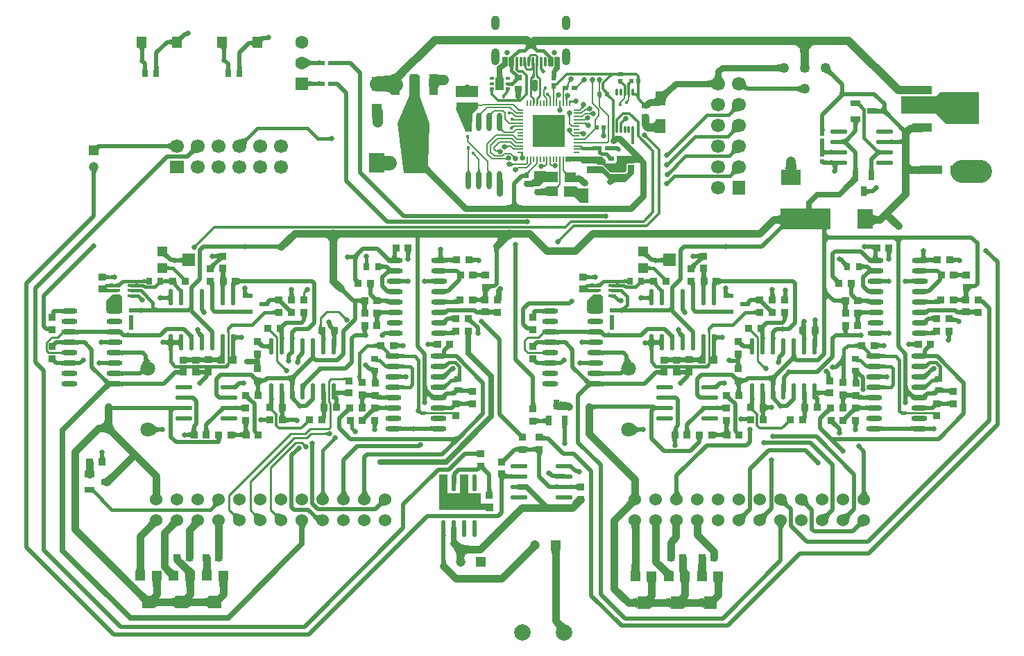
<source format=gbr>
%TF.GenerationSoftware,Altium Limited,Altium Designer,24.8.2 (39)*%
G04 Layer_Physical_Order=1*
G04 Layer_Color=255*
%FSLAX45Y45*%
%MOMM*%
%TF.SameCoordinates,7B02E6E7-76C9-4046-B631-68F2DAB786CE*%
%TF.FilePolarity,Positive*%
%TF.FileFunction,Copper,L1,Top,Signal*%
%TF.Part,Single*%
G01*
G75*
%TA.AperFunction,SMDPad,CuDef*%
%ADD10R,0.86401X0.80648*%
%ADD11R,0.80648X0.86401*%
%ADD12R,0.54000X0.56566*%
%ADD13R,0.56566X0.54000*%
%ADD14R,3.99999X3.99999*%
%ADD15R,0.20000X0.66500*%
%ADD16R,0.66500X0.20000*%
%ADD17R,0.54000X0.79009*%
%ADD18R,0.79009X0.54000*%
%ADD19O,1.97099X0.60201*%
%ADD20R,1.25000X0.60000*%
%ADD21R,0.90000X0.40000*%
%ADD22R,1.50000X1.60000*%
%ADD23R,1.20000X1.20000*%
%ADD24O,2.04500X0.58801*%
%ADD25O,0.57399X2.03799*%
%ADD26R,0.80000X0.90000*%
%ADD27R,0.90000X0.80000*%
%ADD28R,1.25001X0.70000*%
%ADD29O,0.30000X1.00000*%
%ADD30R,1.20000X1.20000*%
%ADD31R,1.60000X1.50000*%
%ADD32R,0.70000X1.25001*%
%TA.AperFunction,TestPad*%
G04:AMPARAMS|DCode=33|XSize=0.3mm|YSize=1.15mm|CornerRadius=0.0375mm|HoleSize=0mm|Usage=FLASHONLY|Rotation=180.000|XOffset=0mm|YOffset=0mm|HoleType=Round|Shape=RoundedRectangle|*
%AMROUNDEDRECTD33*
21,1,0.30000,1.07500,0,0,180.0*
21,1,0.22500,1.15000,0,0,180.0*
1,1,0.07500,-0.11250,0.53750*
1,1,0.07500,0.11250,0.53750*
1,1,0.07500,0.11250,-0.53750*
1,1,0.07500,-0.11250,-0.53750*
%
%ADD33ROUNDEDRECTD33*%
G04:AMPARAMS|DCode=34|XSize=0.6mm|YSize=1.15mm|CornerRadius=0.075mm|HoleSize=0mm|Usage=FLASHONLY|Rotation=180.000|XOffset=0mm|YOffset=0mm|HoleType=Round|Shape=RoundedRectangle|*
%AMROUNDEDRECTD34*
21,1,0.60000,1.00000,0,0,180.0*
21,1,0.45000,1.15000,0,0,180.0*
1,1,0.15000,-0.22500,0.50000*
1,1,0.15000,0.22500,0.50000*
1,1,0.15000,0.22500,-0.50000*
1,1,0.15000,-0.22500,-0.50000*
%
%ADD34ROUNDEDRECTD34*%
%TA.AperFunction,SMDPad,CuDef*%
%ADD35R,0.25001X0.45001*%
%ADD36R,0.70000X0.45001*%
%ADD37C,1.25000*%
%ADD38R,0.50000X0.35001*%
%ADD39R,1.00000X1.60000*%
%ADD40R,1.10000X2.50000*%
%ADD41R,3.59999X2.34000*%
%ADD42R,1.90000X2.37599*%
%ADD43R,1.29601X1.75750*%
%ADD44R,2.47000X3.59999*%
%ADD45R,2.47000X0.98001*%
%ADD46R,2.79999X1.10000*%
%ADD47R,2.37599X1.90000*%
%ADD48O,0.58801X2.04500*%
%ADD49R,1.22999X1.35999*%
%ADD50O,0.63000X2.25001*%
%ADD51R,1.40000X1.20000*%
%TA.AperFunction,Conductor*%
%ADD52C,0.50800*%
%ADD53C,1.01600*%
%ADD54C,0.76200*%
%ADD55C,0.88900*%
%ADD56C,0.20320*%
%ADD57C,0.30480*%
%ADD58C,0.38100*%
%ADD59C,1.27000*%
%ADD60C,0.63500*%
%ADD61C,0.17780*%
%ADD62C,0.78740*%
%ADD63C,0.25400*%
%ADD64C,2.79400*%
%ADD65C,0.71120*%
%ADD66C,0.45720*%
%ADD67C,1.14300*%
%ADD68C,1.77800*%
%TA.AperFunction,ComponentPad*%
%ADD69R,1.20000X1.20000*%
%ADD70C,1.20000*%
%ADD71C,1.52400*%
%ADD72C,1.80000*%
%TA.AperFunction,TestPad*%
%ADD73O,1.00000X2.10000*%
%ADD74C,0.65000*%
%ADD75O,1.00000X1.80000*%
%TA.AperFunction,ComponentPad*%
%ADD76R,1.20000X1.20000*%
%ADD77C,2.00000*%
%ADD78C,1.60000*%
%ADD79R,1.60000X1.60000*%
%ADD80C,1.70000*%
%ADD81R,1.70000X1.60000*%
%ADD82R,1.60000X1.70000*%
%TA.AperFunction,ViaPad*%
%ADD83C,0.63500*%
%ADD84C,0.45000*%
%ADD85C,0.60960*%
%ADD86C,0.45720*%
%ADD87C,0.50800*%
G36*
X2093116Y8005695D02*
X2083461Y7995732D01*
X2068172Y7977978D01*
X2062538Y7970189D01*
X2058246Y7963123D01*
X2055293Y7956782D01*
X2053681Y7951166D01*
X2053410Y7946274D01*
X2054480Y7942107D01*
X2056890Y7938664D01*
X1990164Y8005390D01*
X1993607Y8002980D01*
X1997775Y8001910D01*
X2002666Y8002181D01*
X2008282Y8003793D01*
X2014623Y8006745D01*
X2021689Y8011038D01*
X2029479Y8016672D01*
X2037993Y8023646D01*
X2057195Y8041616D01*
X2093116Y8005695D01*
D02*
G37*
G36*
X3089076Y7963010D02*
X3079388Y7962756D01*
X3070717Y7961994D01*
X3063063Y7960724D01*
X3056427Y7958946D01*
X3050807Y7956660D01*
X3046206Y7953866D01*
X3042621Y7950564D01*
X3040054Y7946754D01*
X3038504Y7942436D01*
X3037972Y7937610D01*
X3038276Y8002335D01*
X3038784Y8004515D01*
X3040308Y8006466D01*
X3042848Y8008187D01*
X3046404Y8009679D01*
X3050976Y8010941D01*
X3056564Y8011974D01*
X3063168Y8012777D01*
X3079424Y8013695D01*
X3089076Y8013810D01*
Y7963010D01*
D02*
G37*
G36*
X6387726Y7913945D02*
X6383483Y7908086D01*
X6380374Y7902283D01*
X6378397Y7896534D01*
X6377554Y7890842D01*
X6377844Y7885204D01*
X6379197Y7879895D01*
X6380502Y7877769D01*
X6385360Y7870842D01*
X6390841Y7863883D01*
X6403670Y7849871D01*
X6376730Y7822930D01*
X6369708Y7829656D01*
X6355758Y7841240D01*
X6348831Y7846098D01*
X6341935Y7850333D01*
X6335071Y7853945D01*
X6328238Y7856934D01*
X6321437Y7859300D01*
X6314668Y7861044D01*
X6314000Y7861155D01*
X6313333Y7861044D01*
X6306563Y7859300D01*
X6299762Y7856934D01*
X6292929Y7853945D01*
X6286065Y7850333D01*
X6279169Y7846098D01*
X6272242Y7841240D01*
X6265283Y7835760D01*
X6251270Y7822930D01*
X6224330Y7849871D01*
X6231056Y7856893D01*
X6242640Y7870842D01*
X6247498Y7877769D01*
X6251733Y7884665D01*
X6255345Y7891529D01*
X6258334Y7898362D01*
X6260700Y7905163D01*
X6262444Y7911933D01*
X6263564Y7918671D01*
X6299212Y7883023D01*
X6314000Y7912600D01*
X6362848Y7917083D01*
X6364436Y7918671D01*
X6364672Y7917250D01*
X6393101Y7919859D01*
X6387726Y7913945D01*
D02*
G37*
G36*
X1935110Y7887200D02*
X1934599Y7892026D01*
X1933066Y7896344D01*
X1930510Y7900154D01*
X1926933Y7903456D01*
X1922334Y7906250D01*
X1916712Y7908536D01*
X1910069Y7910314D01*
X1902403Y7911584D01*
X1893715Y7912346D01*
X1884005Y7912600D01*
Y7963400D01*
X1893715Y7963654D01*
X1902403Y7964416D01*
X1910069Y7965686D01*
X1916712Y7967464D01*
X1922334Y7969750D01*
X1926933Y7972544D01*
X1930510Y7975846D01*
X1933066Y7979656D01*
X1934599Y7983974D01*
X1935110Y7988800D01*
Y7887200D01*
D02*
G37*
G36*
X2916191Y7884254D02*
X2915778Y7887227D01*
X2914537Y7889886D01*
X2912470Y7892233D01*
X2909575Y7894267D01*
X2905853Y7895989D01*
X2901305Y7897397D01*
X2895929Y7898492D01*
X2889727Y7899274D01*
X2882697Y7899744D01*
X2874840Y7899900D01*
Y7950700D01*
X2882697Y7950857D01*
X2895929Y7952108D01*
X2901305Y7953204D01*
X2905853Y7954612D01*
X2909575Y7956333D01*
X2912470Y7958367D01*
X2914537Y7960714D01*
X2915778Y7963374D01*
X2916191Y7966347D01*
Y7884254D01*
D02*
G37*
G36*
X1612824Y7869797D02*
X1608506Y7868273D01*
X1604696Y7865733D01*
X1601394Y7862177D01*
X1598600Y7857605D01*
X1596314Y7852017D01*
X1594536Y7845413D01*
X1593266Y7837793D01*
X1592504Y7829157D01*
X1592250Y7819505D01*
X1541450D01*
X1541196Y7829157D01*
X1540434Y7837793D01*
X1539164Y7845413D01*
X1537386Y7852017D01*
X1535100Y7857605D01*
X1532306Y7862177D01*
X1529004Y7865733D01*
X1525194Y7868273D01*
X1520876Y7869797D01*
X1516050Y7870305D01*
X1617650D01*
X1612824Y7869797D01*
D02*
G37*
G36*
X2600203Y7866437D02*
X2599227Y7864913D01*
X2598365Y7862373D01*
X2597618Y7858817D01*
X2596986Y7854245D01*
X2596067Y7842053D01*
X2595550Y7816145D01*
X2544750D01*
X2544496Y7825797D01*
X2543734Y7834433D01*
X2542464Y7842053D01*
X2540686Y7848657D01*
X2538400Y7854245D01*
X2535606Y7858817D01*
X2532304Y7862373D01*
X2528494Y7864913D01*
X2524176Y7866437D01*
X2519350Y7866945D01*
X2601295D01*
X2600203Y7866437D01*
D02*
G37*
G36*
X9804400Y7904980D02*
X9785096Y7903964D01*
X9767824Y7900916D01*
X9752584Y7895836D01*
X9739376Y7888724D01*
X9728200Y7879580D01*
X9719056Y7868404D01*
X9711944Y7855196D01*
X9706864Y7839956D01*
X9703816Y7822684D01*
X9702800Y7803380D01*
X9601200D01*
X9600184Y7822684D01*
X9597136Y7839956D01*
X9592056Y7855196D01*
X9584944Y7868404D01*
X9575800Y7879580D01*
X9564624Y7888724D01*
X9551416Y7895836D01*
X9536176Y7900916D01*
X9518904Y7903964D01*
X9499600Y7904980D01*
X9652000Y8006580D01*
X9804400Y7904980D01*
D02*
G37*
G36*
X3746022Y7657305D02*
X3745514Y7657551D01*
X3743990Y7657771D01*
X3741450Y7657965D01*
X3713510Y7658548D01*
X3695222Y7658600D01*
Y7709400D01*
X3746022Y7710696D01*
Y7657305D01*
D02*
G37*
G36*
X3889049Y7710161D02*
X3890573Y7709682D01*
X3893113Y7709260D01*
X3896669Y7708894D01*
X3913433Y7708133D01*
X3939341Y7707880D01*
Y7657080D01*
X3888541Y7657305D01*
Y7710696D01*
X3889049Y7710161D01*
D02*
G37*
G36*
X3583198Y7734186D02*
X3589399Y7728984D01*
X3595734Y7724394D01*
X3602205Y7720416D01*
X3608811Y7717050D01*
X3615551Y7714296D01*
X3622426Y7712154D01*
X3629436Y7710624D01*
X3636581Y7709706D01*
X3643861Y7709400D01*
Y7658600D01*
X3636581Y7658294D01*
X3629436Y7657376D01*
X3622426Y7655846D01*
X3615551Y7653704D01*
X3608811Y7650950D01*
X3602205Y7647584D01*
X3595734Y7643606D01*
X3589399Y7639016D01*
X3583198Y7633814D01*
X3577132Y7628000D01*
Y7740000D01*
X3583198Y7734186D01*
D02*
G37*
G36*
X6373234Y7648008D02*
X6374021Y7646500D01*
X6402887Y7643863D01*
X6401442Y7643031D01*
X6400148Y7641795D01*
X6399008Y7640155D01*
X6398018Y7638112D01*
X6397182Y7635665D01*
X6396497Y7632814D01*
X6395965Y7629559D01*
X6395584Y7625900D01*
X6395280Y7617371D01*
X6369880D01*
X6369921Y7624705D01*
X6371371Y7646638D01*
X6371909Y7648077D01*
X6372530Y7648534D01*
X6373234Y7648008D01*
D02*
G37*
G36*
X6356907Y7649700D02*
X6357653Y7648493D01*
X6358285Y7646149D01*
X6358802Y7642667D01*
X6359203Y7638049D01*
X6359720Y7617371D01*
X6334320D01*
X6334228Y7621718D01*
X6333492Y7629280D01*
X6332847Y7632495D01*
X6332018Y7635333D01*
X6331005Y7637794D01*
X6329809Y7639877D01*
X6328428Y7641583D01*
X6326862Y7642912D01*
X6325113Y7643863D01*
X6353979Y7646500D01*
X6355070Y7648704D01*
X6356046Y7649771D01*
X6356907Y7649700D01*
D02*
G37*
G36*
X6100046Y7643621D02*
X6098578Y7641606D01*
X6097282Y7639016D01*
X6096159Y7635853D01*
X6095209Y7632115D01*
X6094432Y7627803D01*
X6093827Y7622917D01*
X6093136Y7611422D01*
X6093050Y7604814D01*
X6054950D01*
X6054863Y7611422D01*
X6053568Y7627803D01*
X6052791Y7632115D01*
X6051840Y7635853D01*
X6050718Y7639016D01*
X6049422Y7641606D01*
X6047954Y7643621D01*
X6046313Y7645063D01*
X6101687D01*
X6100046Y7643621D01*
D02*
G37*
G36*
X2783543Y7642843D02*
X2784687Y7626587D01*
X2785687Y7619983D01*
X2786974Y7614395D01*
X2788546Y7609823D01*
X2790405Y7606267D01*
X2792549Y7603727D01*
X2794979Y7602203D01*
X2797695Y7601695D01*
X2718305D01*
X2721021Y7602203D01*
X2723451Y7603727D01*
X2725596Y7606267D01*
X2727454Y7609823D01*
X2729026Y7614395D01*
X2730313Y7619983D01*
X2731314Y7626587D01*
X2732028Y7634207D01*
X2732600Y7652495D01*
X2783400D01*
X2783543Y7642843D01*
D02*
G37*
G36*
X2643538D02*
X2644682Y7626587D01*
X2645683Y7619983D01*
X2646969Y7614395D01*
X2648542Y7609823D01*
X2650400Y7606267D01*
X2652544Y7603727D01*
X2654974Y7602203D01*
X2657690Y7601695D01*
X2578300D01*
X2581016Y7602203D01*
X2583446Y7603727D01*
X2585591Y7606267D01*
X2587449Y7609823D01*
X2589021Y7614395D01*
X2590308Y7619983D01*
X2591309Y7626587D01*
X2592024Y7634207D01*
X2592595Y7652495D01*
X2643395D01*
X2643538Y7642843D01*
D02*
G37*
G36*
X1767543D02*
X1768687Y7626587D01*
X1769687Y7619983D01*
X1770974Y7614395D01*
X1772546Y7609823D01*
X1774405Y7606267D01*
X1776549Y7603727D01*
X1778979Y7602203D01*
X1781695Y7601695D01*
X1702305D01*
X1705021Y7602203D01*
X1707451Y7603727D01*
X1709596Y7606267D01*
X1711454Y7609823D01*
X1713026Y7614395D01*
X1714313Y7619983D01*
X1715314Y7626587D01*
X1716028Y7634207D01*
X1716600Y7652495D01*
X1767400D01*
X1767543Y7642843D01*
D02*
G37*
G36*
X1627538D02*
X1628682Y7626587D01*
X1629683Y7619983D01*
X1630969Y7614395D01*
X1632542Y7609823D01*
X1634400Y7606267D01*
X1636544Y7603727D01*
X1638974Y7602203D01*
X1641690Y7601695D01*
X1562300D01*
X1565016Y7602203D01*
X1567446Y7603727D01*
X1569591Y7606267D01*
X1571449Y7609823D01*
X1573021Y7614395D01*
X1574308Y7619983D01*
X1575309Y7626587D01*
X1576024Y7634207D01*
X1576595Y7652495D01*
X1627395D01*
X1627538Y7642843D01*
D02*
G37*
G36*
X6019307Y7643472D02*
X6015758Y7642428D01*
X6011695Y7640606D01*
X6007117Y7638006D01*
X6002024Y7634627D01*
X5990295Y7625535D01*
X5976508Y7613330D01*
X5960663Y7598012D01*
X5919262Y7646414D01*
X5928973Y7656256D01*
X5960225Y7692127D01*
X5963016Y7696633D01*
X5964653Y7700250D01*
X5965137Y7702977D01*
X5964468Y7704815D01*
X6019307Y7643472D01*
D02*
G37*
G36*
X6463225Y7607601D02*
X6441199Y7585575D01*
X6441102Y7585763D01*
X6440787Y7586157D01*
X6439509Y7587568D01*
X6430479Y7596769D01*
X6452032Y7618321D01*
X6463225Y7607601D01*
D02*
G37*
G36*
X9358952Y7571199D02*
X9355678Y7573232D01*
X9351205Y7575051D01*
X9345533Y7576656D01*
X9338662Y7578048D01*
X9330591Y7579225D01*
X9310854Y7580937D01*
X9272256Y7581900D01*
Y7658100D01*
X9286321Y7658207D01*
X9338662Y7661952D01*
X9345533Y7663344D01*
X9351205Y7664949D01*
X9355678Y7666768D01*
X9358952Y7668801D01*
Y7571199D01*
D02*
G37*
G36*
X6620095Y7545400D02*
X6566705D01*
X6567255Y7545786D01*
X6567747Y7546944D01*
X6568181Y7548874D01*
X6568558Y7551576D01*
X6569137Y7559296D01*
X6569600Y7584000D01*
X6620400D01*
X6620095Y7545400D01*
D02*
G37*
G36*
X9969235Y7620751D02*
X9970997Y7613099D01*
X9973180Y7605719D01*
X9975785Y7598610D01*
X9978811Y7591773D01*
X9982258Y7585207D01*
X9986127Y7578913D01*
X9990417Y7572890D01*
X9995129Y7567139D01*
X10000261Y7561660D01*
X9964340Y7525739D01*
X9958861Y7530871D01*
X9953110Y7535583D01*
X9947087Y7539873D01*
X9940793Y7543742D01*
X9934227Y7547189D01*
X9927390Y7550215D01*
X9920281Y7552820D01*
X9912901Y7555003D01*
X9905249Y7556765D01*
X9897325Y7558105D01*
X9967895Y7628675D01*
X9969235Y7620751D01*
D02*
G37*
G36*
X7431640Y7570564D02*
X7432554Y7568399D01*
X7434078Y7566488D01*
X7436212Y7564832D01*
X7438955Y7563431D01*
X7442308Y7562284D01*
X7446270Y7561393D01*
X7450842Y7560756D01*
X7456024Y7560374D01*
X7461815Y7560246D01*
Y7529766D01*
X7456024Y7529639D01*
X7446270Y7528620D01*
X7442308Y7527728D01*
X7438955Y7526582D01*
X7436212Y7525181D01*
X7434078Y7523524D01*
X7432554Y7521614D01*
X7431640Y7519448D01*
X7431335Y7517028D01*
Y7572984D01*
X7431640Y7570564D01*
D02*
G37*
G36*
X7377944Y7517028D02*
X7377640Y7519448D01*
X7376725Y7521614D01*
X7375201Y7523524D01*
X7373068Y7525181D01*
X7370324Y7526582D01*
X7366972Y7527728D01*
X7363009Y7528620D01*
X7358437Y7529257D01*
X7353256Y7529639D01*
X7347464Y7529766D01*
Y7560246D01*
X7353256Y7560374D01*
X7363009Y7561393D01*
X7366972Y7562284D01*
X7370324Y7563431D01*
X7373068Y7564832D01*
X7375201Y7566488D01*
X7376725Y7568399D01*
X7377640Y7570564D01*
X7377944Y7572984D01*
Y7517028D01*
D02*
G37*
G36*
X5964930Y7561130D02*
X5966365Y7540810D01*
X5967621Y7532555D01*
X5969236Y7525570D01*
X5971210Y7519855D01*
X5973543Y7515410D01*
X5976235Y7512235D01*
X5979285Y7510330D01*
X5982695Y7509695D01*
X5883305D01*
X5886715Y7510330D01*
X5889765Y7512235D01*
X5892457Y7515410D01*
X5894790Y7519855D01*
X5896764Y7525570D01*
X5898379Y7532555D01*
X5899635Y7540810D01*
X5900532Y7550335D01*
X5901250Y7573195D01*
X5964750D01*
X5964930Y7561130D01*
D02*
G37*
G36*
X7342353Y7529766D02*
X7336346Y7529551D01*
X7330518Y7528904D01*
X7324868Y7527826D01*
X7319397Y7526318D01*
X7314105Y7524378D01*
X7308991Y7522007D01*
X7304055Y7519205D01*
X7299298Y7515973D01*
X7294720Y7512309D01*
X7290320Y7508214D01*
X7247215D01*
X7251005Y7512309D01*
X7253755Y7515973D01*
X7255464Y7519205D01*
X7256132Y7522007D01*
X7255759Y7524378D01*
X7254346Y7526318D01*
X7251893Y7527826D01*
X7248398Y7528904D01*
X7243863Y7529551D01*
X7238288Y7529766D01*
X7305560Y7560246D01*
X7342353Y7529766D01*
D02*
G37*
G36*
X6332788Y7547164D02*
X6334280Y7545863D01*
X6334576Y7543695D01*
X6333759Y7540939D01*
X6351647Y7508382D01*
X6353116Y7507746D01*
X6354148Y7505985D01*
X6354491Y7503207D01*
X6351647Y7508382D01*
X6351396Y7508491D01*
X6348989Y7508220D01*
X6345894Y7506932D01*
X6342111Y7504628D01*
X6337640Y7501307D01*
X6332481Y7496970D01*
X6320100Y7485246D01*
X6303159Y7504227D01*
X6311236Y7512467D01*
X6328288Y7531984D01*
X6331580Y7536755D01*
X6333676Y7540659D01*
X6333759Y7540939D01*
X6330100Y7547598D01*
X6332788Y7547164D01*
D02*
G37*
G36*
X8638314Y7548165D02*
X8638956Y7539834D01*
X8640026Y7531990D01*
X8641524Y7524632D01*
X8643450Y7517760D01*
X8645804Y7511376D01*
X8648586Y7505477D01*
X8651796Y7500066D01*
X8655434Y7495141D01*
X8659500Y7490702D01*
X8540500D01*
X8544566Y7495141D01*
X8548204Y7500066D01*
X8551414Y7505477D01*
X8554196Y7511376D01*
X8556550Y7517760D01*
X8558476Y7524632D01*
X8559974Y7531990D01*
X8561044Y7539834D01*
X8561686Y7548165D01*
X8561900Y7556983D01*
X8638100D01*
X8638314Y7548165D01*
D02*
G37*
G36*
X7638174Y7508345D02*
X7639193Y7498591D01*
X7640084Y7494629D01*
X7641231Y7491276D01*
X7642632Y7488533D01*
X7644288Y7486399D01*
X7646199Y7484875D01*
X7648364Y7483961D01*
X7650784Y7483656D01*
X7594828D01*
X7597248Y7483961D01*
X7599414Y7484875D01*
X7601324Y7486399D01*
X7602980Y7488533D01*
X7604382Y7491276D01*
X7605528Y7494629D01*
X7606420Y7498591D01*
X7607057Y7503163D01*
X7607439Y7508345D01*
X7607566Y7514136D01*
X7638046D01*
X7638174Y7508345D01*
D02*
G37*
G36*
X6175786Y7466810D02*
X6172627Y7468711D01*
X6168972Y7469584D01*
X6164822Y7469429D01*
X6160176Y7468247D01*
X6155036Y7466036D01*
X6149400Y7462797D01*
X6143269Y7458531D01*
X6136643Y7453237D01*
X6121905Y7439564D01*
X6089964Y7461505D01*
X6097762Y7469569D01*
X6109975Y7483913D01*
X6114391Y7490193D01*
X6117679Y7495879D01*
X6119840Y7500970D01*
X6120873Y7505466D01*
X6120779Y7509367D01*
X6119558Y7512674D01*
X6117210Y7515387D01*
X6175786Y7466810D01*
D02*
G37*
G36*
X6961989Y7446590D02*
X6958729Y7446710D01*
X6955592Y7446596D01*
X6952577Y7446249D01*
X6949684Y7445668D01*
X6946914Y7444855D01*
X6944267Y7443808D01*
X6941742Y7442528D01*
X6939339Y7441015D01*
X6937060Y7439269D01*
X6934902Y7437289D01*
X6921460Y7452584D01*
X6923406Y7454693D01*
X6925166Y7456939D01*
X6926740Y7459324D01*
X6928127Y7461847D01*
X6929328Y7464507D01*
X6930341Y7467305D01*
X6931169Y7470242D01*
X6931809Y7473316D01*
X6932264Y7476528D01*
X6932531Y7479877D01*
X6961989Y7446590D01*
D02*
G37*
G36*
X6810940Y7454286D02*
X6807583Y7453482D01*
X6801313Y7451513D01*
X6798400Y7450347D01*
X6795635Y7449060D01*
X6793017Y7447653D01*
X6790549Y7446125D01*
X6788227Y7444476D01*
X6786054Y7442706D01*
X6784029Y7440815D01*
X6766195Y7451718D01*
X6768212Y7453926D01*
X6769938Y7456226D01*
X6771376Y7458620D01*
X6772524Y7461106D01*
X6773382Y7463686D01*
X6773951Y7466358D01*
X6774230Y7469123D01*
X6774219Y7471982D01*
X6773919Y7474933D01*
X6773330Y7477977D01*
X6810940Y7454286D01*
D02*
G37*
G36*
X7170994Y7456031D02*
X7169008Y7453486D01*
X7167255Y7450901D01*
X7165736Y7448273D01*
X7164451Y7445603D01*
X7163399Y7442892D01*
X7162582Y7440139D01*
X7161997Y7437344D01*
X7161647Y7434507D01*
X7161530Y7431629D01*
X7141210Y7430770D01*
X7141086Y7433686D01*
X7140714Y7436532D01*
X7140093Y7439307D01*
X7139224Y7442012D01*
X7138107Y7444645D01*
X7136742Y7447208D01*
X7135129Y7449701D01*
X7133267Y7452123D01*
X7131158Y7454474D01*
X7128800Y7456755D01*
X7173214Y7458533D01*
X7170994Y7456031D01*
D02*
G37*
G36*
X7086620Y7453381D02*
X7084203Y7451215D01*
X7082041Y7448965D01*
X7080133Y7446629D01*
X7078479Y7444208D01*
X7077080Y7441701D01*
X7075935Y7439109D01*
X7075045Y7436432D01*
X7074409Y7433669D01*
X7074027Y7430821D01*
X7073900Y7427888D01*
X7053580Y7429611D01*
X7053467Y7432468D01*
X7053129Y7435298D01*
X7052566Y7438100D01*
X7051777Y7440874D01*
X7050763Y7443621D01*
X7049524Y7446339D01*
X7048059Y7449030D01*
X7046369Y7451694D01*
X7044453Y7454329D01*
X7042312Y7456937D01*
X7086620Y7453381D01*
D02*
G37*
G36*
X7429611Y7471199D02*
X7428749Y7468398D01*
Y7465165D01*
X7429611Y7461501D01*
X7431335Y7457406D01*
X7433921Y7452880D01*
X7437370Y7447923D01*
X7441680Y7442535D01*
X7452888Y7430465D01*
X7431335Y7408912D01*
X7425085Y7414947D01*
X7413877Y7424430D01*
X7408920Y7427879D01*
X7404394Y7430465D01*
X7400299Y7432189D01*
X7396635Y7433051D01*
X7393403D01*
X7390601Y7432189D01*
X7388230Y7430465D01*
X7431335Y7473570D01*
X7429611Y7471199D01*
D02*
G37*
G36*
X3889049Y7456449D02*
X3890573Y7456229D01*
X3893113Y7456035D01*
X3921053Y7455452D01*
X3939341Y7455400D01*
Y7404600D01*
X3888541Y7403305D01*
Y7456696D01*
X3889049Y7456449D01*
D02*
G37*
G36*
X3746022Y7403305D02*
X3745514Y7403551D01*
X3743990Y7403771D01*
X3741450Y7403965D01*
X3713510Y7404548D01*
X3695222Y7404600D01*
Y7455400D01*
X3746022Y7456696D01*
Y7403305D01*
D02*
G37*
G36*
X6775043Y7400816D02*
X6744868Y7400511D01*
X6746798Y7400736D01*
X6748525Y7401368D01*
X6750049Y7402410D01*
X6751370Y7403860D01*
X6752488Y7405718D01*
X6753402Y7407985D01*
X6754113Y7410660D01*
X6754621Y7413743D01*
X6754926Y7417235D01*
X6755028Y7421136D01*
X6775348D01*
X6775043Y7400816D01*
D02*
G37*
G36*
X7648364Y7429960D02*
X7646199Y7429046D01*
X7644288Y7427522D01*
X7642632Y7425388D01*
X7641231Y7422645D01*
X7640084Y7419292D01*
X7639193Y7415330D01*
X7638556Y7410758D01*
X7638174Y7405576D01*
X7638046Y7399785D01*
X7607566D01*
X7607439Y7405576D01*
X7606420Y7415330D01*
X7605528Y7419292D01*
X7604382Y7422645D01*
X7602980Y7425388D01*
X7601324Y7427522D01*
X7599414Y7429046D01*
X7597248Y7429960D01*
X7594828Y7430265D01*
X7650784D01*
X7648364Y7429960D01*
D02*
G37*
G36*
X7536172D02*
X7533581Y7429046D01*
X7531295Y7427522D01*
X7529314Y7425388D01*
X7527637Y7422645D01*
X7526266Y7419292D01*
X7525199Y7415330D01*
X7524437Y7410758D01*
X7523980Y7405576D01*
X7523827Y7399785D01*
X7493347D01*
X7493497Y7405576D01*
X7493944Y7410758D01*
X7494690Y7415330D01*
X7495734Y7419292D01*
X7497077Y7422645D01*
X7498718Y7425388D01*
X7500657Y7427522D01*
X7502895Y7429046D01*
X7505431Y7429960D01*
X7508265Y7430265D01*
X7539067D01*
X7536172Y7429960D01*
D02*
G37*
G36*
X6898428Y7400816D02*
X6894375Y7396621D01*
X6887992Y7389113D01*
X6885662Y7385799D01*
X6883907Y7382779D01*
X6882728Y7380052D01*
X6882122Y7377618D01*
X6882092Y7375478D01*
X6882636Y7373632D01*
X6883755Y7372079D01*
X6855323Y7400511D01*
X6856876Y7399392D01*
X6858723Y7398848D01*
X6860863Y7398878D01*
X6863296Y7399483D01*
X6866023Y7400663D01*
X6869044Y7402418D01*
X6872357Y7404747D01*
X6875965Y7407651D01*
X6884060Y7415184D01*
X6898428Y7400816D01*
D02*
G37*
G36*
X4788140Y7539087D02*
X4768901Y7519129D01*
X4738458Y7482939D01*
X4727256Y7466707D01*
X4718732Y7451718D01*
X4712887Y7437971D01*
X4709722Y7425465D01*
X4709235Y7414202D01*
X4711427Y7404182D01*
X4716298Y7395403D01*
X4606908Y7539087D01*
X4614761Y7539805D01*
X4623299Y7541961D01*
X4632523Y7545553D01*
X4642433Y7550582D01*
X4653030Y7557047D01*
X4664311Y7564950D01*
X4688933Y7585066D01*
X4702273Y7597279D01*
X4716298Y7610929D01*
X4788140Y7539087D01*
D02*
G37*
G36*
X3599901Y7475974D02*
X3601435Y7471656D01*
X3603990Y7467846D01*
X3607567Y7464544D01*
X3612167Y7461750D01*
X3617788Y7459464D01*
X3624432Y7457686D01*
X3632097Y7456416D01*
X3640785Y7455654D01*
X3650495Y7455400D01*
Y7404600D01*
X3640785Y7404346D01*
X3632097Y7403584D01*
X3624432Y7402314D01*
X3617788Y7400536D01*
X3612167Y7398250D01*
X3607567Y7395456D01*
X3603990Y7392154D01*
X3601435Y7388344D01*
X3599901Y7384026D01*
X3599390Y7379200D01*
Y7480800D01*
X3599901Y7475974D01*
D02*
G37*
G36*
X8539298Y7370500D02*
X8534859Y7374566D01*
X8529934Y7378204D01*
X8524523Y7381414D01*
X8518625Y7384196D01*
X8512240Y7386550D01*
X8505369Y7388476D01*
X8498011Y7389974D01*
X8490166Y7391044D01*
X8481835Y7391686D01*
X8473018Y7391900D01*
Y7468100D01*
X8481835Y7468314D01*
X8490166Y7468956D01*
X8498011Y7470026D01*
X8505369Y7471524D01*
X8512240Y7473450D01*
X8518625Y7475804D01*
X8524523Y7478586D01*
X8529934Y7481796D01*
X8534859Y7485434D01*
X8539298Y7489500D01*
Y7370500D01*
D02*
G37*
G36*
X6398936Y7432569D02*
X6398435Y7430664D01*
X6397993Y7427489D01*
X6397286Y7417329D01*
X6396550Y7369704D01*
X6333050D01*
X6330105Y7433204D01*
X6399495D01*
X6398936Y7432569D01*
D02*
G37*
G36*
X8938976Y7422018D02*
X8939761Y7419382D01*
X8941162Y7416348D01*
X8943180Y7412915D01*
X8945813Y7409085D01*
X8949062Y7404856D01*
X8957407Y7395205D01*
X8968216Y7383961D01*
X8932295Y7348039D01*
X8928504Y7351659D01*
X8924899Y7354748D01*
X8921480Y7357306D01*
X8918247Y7359335D01*
X8915201Y7360834D01*
X8912340Y7361802D01*
X8909666Y7362241D01*
X8907178Y7362149D01*
X8904876Y7361528D01*
X8902759Y7360376D01*
X8938806Y7424256D01*
X8938976Y7422018D01*
D02*
G37*
G36*
X6496789Y7357260D02*
X6494991Y7356790D01*
X6493215Y7356203D01*
X6491462Y7355498D01*
X6489731Y7354677D01*
X6488024Y7353738D01*
X6486338Y7352682D01*
X6484676Y7351509D01*
X6481419Y7348811D01*
X6479824Y7347286D01*
X6463955Y7356562D01*
X6465499Y7358217D01*
X6466832Y7359887D01*
X6467957Y7361572D01*
X6468871Y7363271D01*
X6469577Y7364984D01*
X6470073Y7366713D01*
X6470360Y7368456D01*
X6470438Y7370214D01*
X6470306Y7371986D01*
X6469964Y7373773D01*
X6496789Y7357260D01*
D02*
G37*
G36*
X6604386Y7358107D02*
X6602874Y7357565D01*
X6601541Y7356661D01*
X6600385Y7355395D01*
X6599407Y7353767D01*
X6598607Y7351778D01*
X6597985Y7349427D01*
X6597540Y7346714D01*
X6597274Y7343640D01*
X6597185Y7340204D01*
X6579405D01*
X6579316Y7343640D01*
X6579049Y7346714D01*
X6578605Y7349427D01*
X6577982Y7351778D01*
X6577182Y7353767D01*
X6576204Y7355395D01*
X6575049Y7356661D01*
X6573715Y7357565D01*
X6572204Y7358107D01*
X6570515Y7358288D01*
X6606075D01*
X6604386Y7358107D01*
D02*
G37*
G36*
X6726699Y7347222D02*
X6724972Y7346612D01*
X6723448Y7345596D01*
X6722127Y7344174D01*
X6721010Y7342345D01*
X6720095Y7340110D01*
X6719384Y7337468D01*
X6718876Y7334420D01*
X6718571Y7330966D01*
X6718470Y7327105D01*
X6698150D01*
X6698135Y7330966D01*
X6697186Y7346612D01*
X6696930Y7347222D01*
X6696643Y7347425D01*
X6728630D01*
X6726699Y7347222D01*
D02*
G37*
G36*
X8043318Y7339667D02*
X8024151Y7319960D01*
X7981429Y7269157D01*
X7972115Y7254993D01*
X7965264Y7242216D01*
X7960877Y7230824D01*
X7958953Y7220818D01*
X7959493Y7212197D01*
X7962496Y7204963D01*
X7877807Y7335800D01*
X7882696Y7330451D01*
X7888893Y7327489D01*
X7896398Y7326912D01*
X7905212Y7328721D01*
X7915334Y7332916D01*
X7926764Y7339497D01*
X7939503Y7348464D01*
X7953551Y7359818D01*
X7985570Y7389682D01*
X8043318Y7339667D01*
D02*
G37*
G36*
X7161632Y7340517D02*
X7161936Y7337010D01*
X7162444Y7333917D01*
X7163156Y7331236D01*
X7164070Y7328967D01*
X7165188Y7327111D01*
X7166508Y7325667D01*
X7168032Y7324636D01*
X7169760Y7324017D01*
X7171690Y7323811D01*
X7131050D01*
X7132980Y7324017D01*
X7134708Y7324636D01*
X7136232Y7325667D01*
X7137552Y7327111D01*
X7138670Y7328967D01*
X7139584Y7331236D01*
X7140296Y7333917D01*
X7140804Y7337010D01*
X7141108Y7340517D01*
X7141210Y7344435D01*
X7161530D01*
X7161632Y7340517D01*
D02*
G37*
G36*
X6047715Y7347826D02*
X6045777Y7347006D01*
X6044067Y7345650D01*
X6042585Y7343759D01*
X6041330Y7341332D01*
X6040304Y7338370D01*
X6039506Y7334872D01*
X6038936Y7330838D01*
X6038594Y7326269D01*
X6038480Y7321164D01*
X6008000D01*
X6008305Y7347806D01*
X6049882Y7348111D01*
X6047715Y7347826D01*
D02*
G37*
G36*
X7266836Y7322001D02*
X7265801Y7320835D01*
X7264077Y7320619D01*
X7261662Y7321351D01*
X7260998Y7321710D01*
X7267181Y7324115D01*
X7266836Y7322001D01*
D02*
G37*
G36*
X5855899Y7347501D02*
X5854292Y7346587D01*
X5852873Y7345063D01*
X5851644Y7342929D01*
X5850604Y7340186D01*
X5849753Y7336833D01*
X5849091Y7332871D01*
X5848618Y7328299D01*
X5848240Y7317326D01*
X5817760D01*
X5817666Y7323117D01*
X5816909Y7332871D01*
X5816247Y7336833D01*
X5815397Y7340186D01*
X5814356Y7342929D01*
X5813127Y7345063D01*
X5811709Y7346587D01*
X5810102Y7347501D01*
X5808305Y7347806D01*
X5857695D01*
X5855899Y7347501D01*
D02*
G37*
G36*
X9614367Y7316100D02*
X9607817Y7320755D01*
X9601161Y7324920D01*
X9594398Y7328595D01*
X9587530Y7331780D01*
X9580556Y7334475D01*
X9573475Y7336680D01*
X9566289Y7338395D01*
X9558997Y7339620D01*
X9551598Y7340355D01*
X9544094Y7340600D01*
Y7391400D01*
X9551598Y7391645D01*
X9558997Y7392380D01*
X9566289Y7393605D01*
X9573475Y7395320D01*
X9580556Y7397525D01*
X9587530Y7400220D01*
X9594398Y7403405D01*
X9601161Y7407080D01*
X9607817Y7411245D01*
X9614367Y7415900D01*
Y7316100D01*
D02*
G37*
G36*
X7239239Y7339243D02*
X7254762Y7325661D01*
X7258557Y7323032D01*
X7260998Y7321710D01*
X7211530Y7302470D01*
X7214065Y7303972D01*
X7215551Y7306098D01*
X7215988Y7308848D01*
X7215376Y7312223D01*
X7213715Y7316221D01*
X7211004Y7320844D01*
X7207245Y7326091D01*
X7202436Y7331961D01*
X7189672Y7345575D01*
X7232685Y7345668D01*
X7239239Y7339243D01*
D02*
G37*
G36*
X4606908Y7289697D02*
X4605183Y7299463D01*
X4600008Y7308202D01*
X4591382Y7315912D01*
X4579307Y7322595D01*
X4563781Y7328249D01*
X4544805Y7332876D01*
X4522379Y7336474D01*
X4496503Y7339044D01*
X4434400Y7341100D01*
Y7518900D01*
X4467176Y7519102D01*
X4579307Y7526167D01*
X4591382Y7528792D01*
X4600008Y7531820D01*
X4605183Y7535251D01*
X4606908Y7539087D01*
Y7289697D01*
D02*
G37*
G36*
X6015827Y7292199D02*
X6013999Y7290350D01*
X6007182Y7282538D01*
X6006738Y7281783D01*
X6006491Y7281185D01*
X6006443Y7280743D01*
X5981111Y7300301D01*
X5990482Y7309959D01*
X6015827Y7292199D01*
D02*
G37*
G36*
X6203836Y7326011D02*
X6201635Y7324544D01*
X6199693Y7322099D01*
X6198010Y7318676D01*
X6196586Y7314275D01*
X6195421Y7308896D01*
X6194515Y7302539D01*
X6193868Y7295204D01*
X6193350Y7277600D01*
X6129850D01*
X6129721Y7286891D01*
X6127779Y7308896D01*
X6126614Y7314275D01*
X6125190Y7318676D01*
X6123507Y7322099D01*
X6121565Y7324544D01*
X6119364Y7326011D01*
X6116905Y7326500D01*
X6206295D01*
X6203836Y7326011D01*
D02*
G37*
G36*
X6538708Y7295826D02*
X6538578Y7294052D01*
X6538658Y7292293D01*
X6538947Y7290549D01*
X6539445Y7288820D01*
X6540152Y7287105D01*
X6541067Y7285406D01*
X6542192Y7283721D01*
X6543526Y7282051D01*
X6545069Y7280396D01*
X6529229Y7271092D01*
X6527634Y7272616D01*
X6524376Y7275313D01*
X6522713Y7276485D01*
X6521027Y7277540D01*
X6519317Y7278477D01*
X6517586Y7279297D01*
X6515831Y7279999D01*
X6514053Y7280584D01*
X6512253Y7281051D01*
X6539046Y7297615D01*
X6538708Y7295826D01*
D02*
G37*
G36*
X5666300Y7264900D02*
X5399600D01*
Y7404600D01*
X5666300D01*
Y7264900D01*
D02*
G37*
G36*
X7519011Y7316968D02*
X7518689Y7315741D01*
X7518405Y7313947D01*
X7518159Y7311587D01*
X7517648Y7301111D01*
X7517501Y7287666D01*
X7522430D01*
X7521489Y7286094D01*
X7520647Y7284343D01*
X7519904Y7282413D01*
X7519260Y7280304D01*
X7518715Y7278015D01*
X7518270Y7275548D01*
X7517676Y7270076D01*
X7517527Y7267071D01*
X7517477Y7263887D01*
X7499697D01*
X7499648Y7267071D01*
X7498905Y7275548D01*
X7498459Y7278015D01*
X7497915Y7280304D01*
X7497271Y7282413D01*
X7496528Y7284343D01*
X7495686Y7286094D01*
X7494745Y7287666D01*
X7499690D01*
X7499678Y7291297D01*
X7498164Y7316968D01*
X7497804Y7317631D01*
X7519371D01*
X7519011Y7316968D01*
D02*
G37*
G36*
X10110000Y7289000D02*
X10127960Y7271039D01*
X10048679Y7263600D01*
X10055504Y7270933D01*
X10061610Y7278564D01*
X10066999Y7286492D01*
X10071668Y7294717D01*
X10075620Y7303241D01*
X10078853Y7312062D01*
X10081367Y7321180D01*
X10083163Y7330596D01*
X10084241Y7340310D01*
X10084600Y7350321D01*
X10110000Y7289000D01*
D02*
G37*
G36*
X7471198Y7285653D02*
X7470084Y7283534D01*
X7469101Y7281311D01*
X7468249Y7278983D01*
X7467528Y7276551D01*
X7466939Y7274014D01*
X7466480Y7271372D01*
X7466152Y7268625D01*
X7465890Y7262817D01*
X7448110Y7264956D01*
X7448077Y7268368D01*
X7447272Y7279480D01*
X7446903Y7281625D01*
X7446467Y7283515D01*
X7445965Y7285153D01*
X7445395Y7286536D01*
X7444758Y7287666D01*
X7472443D01*
X7471198Y7285653D01*
D02*
G37*
G36*
X7171030Y7270521D02*
X7169302Y7269912D01*
X7167778Y7268896D01*
X7166458Y7267473D01*
X7165340Y7265645D01*
X7164426Y7263409D01*
X7163714Y7260768D01*
X7163206Y7257720D01*
X7162902Y7254265D01*
X7162800Y7250405D01*
X7142480D01*
X7142378Y7254265D01*
X7142074Y7257720D01*
X7141566Y7260768D01*
X7140854Y7263409D01*
X7139940Y7265645D01*
X7138822Y7267473D01*
X7137502Y7268896D01*
X7135978Y7269912D01*
X7134250Y7270521D01*
X7132320Y7270725D01*
X7172960D01*
X7171030Y7270521D01*
D02*
G37*
G36*
X7265457Y7311459D02*
X7264595Y7308657D01*
Y7305424D01*
X7265457Y7301760D01*
X7267181Y7297665D01*
X7269768Y7293139D01*
X7273216Y7288182D01*
X7277526Y7282794D01*
X7288734Y7270725D01*
X7267181Y7249172D01*
X7260931Y7255207D01*
X7249724Y7264690D01*
X7244767Y7268138D01*
X7240241Y7270725D01*
X7236146Y7272449D01*
X7232482Y7273311D01*
X7229249D01*
X7226447Y7272449D01*
X7224076Y7270725D01*
X7267181Y7313830D01*
X7265457Y7311459D01*
D02*
G37*
G36*
X6772166Y7252113D02*
X6769565Y7251223D01*
X6767237Y7250090D01*
X6765183Y7248714D01*
X6763404Y7247096D01*
X6761898Y7245235D01*
X6760665Y7243132D01*
X6759707Y7240786D01*
X6759022Y7238198D01*
X6758612Y7235367D01*
X6758475Y7232293D01*
X6738155Y7235791D01*
X6738109Y7240326D01*
X6737003Y7256519D01*
X6736497Y7260079D01*
X6735208Y7266616D01*
X6734424Y7269592D01*
X6733550Y7272373D01*
X6772166Y7252113D01*
D02*
G37*
G36*
X6597990Y7221645D02*
X6578599D01*
X6578752Y7221823D01*
X6578889Y7222356D01*
X6579010Y7223245D01*
X6579204Y7226090D01*
X6579405Y7239425D01*
X6597185D01*
X6597990Y7221645D01*
D02*
G37*
G36*
X6558010D02*
X6538620D01*
X6538773Y7221823D01*
X6538910Y7222356D01*
X6539031Y7223245D01*
X6539224Y7226090D01*
X6539425Y7239425D01*
X6557205D01*
X6558010Y7221645D01*
D02*
G37*
G36*
X6518005D02*
X6498615D01*
X6498768Y7221823D01*
X6498905Y7222356D01*
X6499026Y7223245D01*
X6499219Y7226090D01*
X6499420Y7239425D01*
X6517200D01*
X6518005Y7221645D01*
D02*
G37*
G36*
X7510245Y7224038D02*
X7508702Y7222383D01*
X7507368Y7220713D01*
X7506244Y7219029D01*
X7505329Y7217330D01*
X7504623Y7215616D01*
X7504127Y7213888D01*
X7503840Y7212144D01*
X7503762Y7210387D01*
X7503894Y7208614D01*
X7504236Y7206827D01*
X7477411Y7223340D01*
X7479209Y7223810D01*
X7480985Y7224397D01*
X7482738Y7225102D01*
X7484469Y7225924D01*
X7486177Y7226862D01*
X7487862Y7227918D01*
X7489524Y7229092D01*
X7492782Y7231790D01*
X7494376Y7233314D01*
X7510245Y7224038D01*
D02*
G37*
G36*
X6840682Y7192288D02*
X6837716Y7194063D01*
X6831853Y7197053D01*
X6828956Y7198267D01*
X6826082Y7199295D01*
X6823230Y7200135D01*
X6820401Y7200790D01*
X6817595Y7201257D01*
X6814812Y7201537D01*
X6814773Y7201538D01*
X6814409Y7201529D01*
X6810917Y7201224D01*
X6807834Y7200716D01*
X6805159Y7200005D01*
X6802892Y7199090D01*
X6801034Y7197973D01*
X6799584Y7196652D01*
X6798542Y7195128D01*
X6797909Y7193401D01*
X6797685Y7191470D01*
X6797989Y7221645D01*
X6798193Y7221703D01*
X6798802Y7221755D01*
X6803069Y7221874D01*
X6806896Y7221893D01*
X6806881Y7221950D01*
X6809872Y7222086D01*
X6812719Y7222493D01*
X6815424Y7223171D01*
X6817984Y7224121D01*
X6820401Y7225342D01*
X6822675Y7226834D01*
X6824806Y7228598D01*
X6826792Y7230633D01*
X6828636Y7232940D01*
X6830336Y7235517D01*
X6840682Y7192288D01*
D02*
G37*
G36*
X7665327Y7225929D02*
X7686014Y7208429D01*
X7691704Y7204651D01*
X7696791Y7201902D01*
X7701274Y7200180D01*
X7705155Y7199487D01*
X7708432Y7199822D01*
X7711107Y7201184D01*
X7663306Y7163384D01*
X7665224Y7165504D01*
X7666229Y7168110D01*
X7666323Y7171204D01*
X7665505Y7174784D01*
X7663775Y7178852D01*
X7661133Y7183405D01*
X7657580Y7188446D01*
X7653114Y7193974D01*
X7641449Y7206489D01*
X7657225Y7233818D01*
X7665327Y7225929D01*
D02*
G37*
G36*
X10336166Y7204443D02*
X10335119Y7200961D01*
X10335150Y7196936D01*
X10336258Y7192365D01*
X10338443Y7187249D01*
X10341707Y7181589D01*
X10346048Y7175383D01*
X10351466Y7168633D01*
X10365537Y7153497D01*
X10338596Y7126556D01*
X10330756Y7134130D01*
X10316710Y7146045D01*
X10310504Y7150386D01*
X10304843Y7153649D01*
X10299728Y7155835D01*
X10295157Y7156943D01*
X10291131Y7156974D01*
X10287650Y7155927D01*
X10284714Y7153802D01*
X10338291Y7207379D01*
X10336166Y7204443D01*
D02*
G37*
G36*
X6678589Y7148961D02*
X6678961Y7146115D01*
X6679582Y7143340D01*
X6680451Y7140636D01*
X6681569Y7138004D01*
X6682935Y7135441D01*
X6684549Y7132950D01*
X6686411Y7130530D01*
X6688522Y7128181D01*
X6690881Y7125902D01*
X6646469Y7124089D01*
X6648687Y7126593D01*
X6650672Y7129139D01*
X6652423Y7131727D01*
X6653941Y7134356D01*
X6655226Y7137026D01*
X6656277Y7139738D01*
X6657094Y7142492D01*
X6657678Y7145287D01*
X6658028Y7148123D01*
X6658145Y7151001D01*
X6678465Y7151877D01*
X6678589Y7148961D01*
D02*
G37*
G36*
X6966797Y7138999D02*
X6963545Y7137777D01*
X6954667Y7133702D01*
X6951999Y7132209D01*
X6947100Y7129019D01*
X6944869Y7127322D01*
X6940846Y7123725D01*
X6920779Y7132395D01*
X6922822Y7134634D01*
X6924538Y7136936D01*
X6925924Y7139301D01*
X6926982Y7141728D01*
X6927712Y7144218D01*
X6928112Y7146771D01*
X6928185Y7149386D01*
X6927928Y7152064D01*
X6927343Y7154805D01*
X6926429Y7157608D01*
X6966797Y7138999D01*
D02*
G37*
G36*
X7833504Y7160660D02*
X7832742Y7160602D01*
X7830456Y7160550D01*
X7828592Y7160545D01*
Y7160355D01*
X7814114Y7159974D01*
X7801160Y7158831D01*
X7789730Y7156926D01*
X7779824Y7154259D01*
X7771442Y7150830D01*
X7764584Y7146639D01*
X7759250Y7141686D01*
X7755440Y7135971D01*
X7753154Y7129494D01*
X7752392Y7122255D01*
Y7201489D01*
X7753154Y7208151D01*
X7755440Y7214113D01*
X7757304Y7216687D01*
Y7236555D01*
X7771822Y7236936D01*
X7784813Y7238079D01*
X7796279Y7239984D01*
X7806218Y7242651D01*
X7814632Y7246080D01*
X7821519Y7250271D01*
X7826881Y7255224D01*
X7830716Y7260939D01*
X7833026Y7267416D01*
X7833809Y7274655D01*
X7833504Y7160660D01*
D02*
G37*
G36*
X10654359Y7154517D02*
X10654719Y7144506D01*
X10655796Y7134792D01*
X10657592Y7125376D01*
X10660107Y7116258D01*
X10663340Y7107437D01*
X10667291Y7098914D01*
X10671961Y7090688D01*
X10677349Y7082760D01*
X10683455Y7075129D01*
X10690280Y7067796D01*
X10654359Y7031875D01*
X10647026Y7038700D01*
X10639396Y7044807D01*
X10631468Y7050195D01*
X10623242Y7054864D01*
X10614719Y7058816D01*
X10605898Y7062049D01*
X10596779Y7064563D01*
X10587363Y7066359D01*
X10577650Y7067437D01*
X10576757Y7067469D01*
X10551295Y7065472D01*
X10546723Y7064450D01*
X10543167Y7063241D01*
X10540627Y7061847D01*
X10539103Y7060267D01*
X10538595Y7058501D01*
Y7127891D01*
X10539103Y7126125D01*
X10540627Y7124545D01*
X10543167Y7123151D01*
X10546723Y7121942D01*
X10551295Y7120920D01*
X10556883Y7120083D01*
X10564552Y7119482D01*
X10571047Y7120628D01*
X10578667Y7123168D01*
X10585271Y7126724D01*
X10590859Y7131296D01*
X10595431Y7136884D01*
X10598987Y7143488D01*
X10601527Y7151108D01*
X10603051Y7159744D01*
X10603559Y7169396D01*
X10654359Y7154517D01*
D02*
G37*
G36*
X6158843Y7128227D02*
X6165970Y7122248D01*
X6169189Y7120036D01*
X6172178Y7118340D01*
X6174936Y7117162D01*
X6177465Y7116501D01*
X6179764Y7116358D01*
X6181832Y7116732D01*
X6183671Y7117623D01*
X6154614Y7098233D01*
X6154470Y7099392D01*
X6154039Y7100731D01*
X6153321Y7102250D01*
X6152315Y7103951D01*
X6151022Y7105832D01*
X6147573Y7110135D01*
X6142975Y7115160D01*
X6140245Y7117943D01*
X6154934Y7131992D01*
X6158843Y7128227D01*
D02*
G37*
G36*
X7016077Y7093333D02*
X7013057Y7095032D01*
X7007110Y7097892D01*
X7004183Y7099053D01*
X6998423Y7100841D01*
X6995590Y7101467D01*
X6992788Y7101913D01*
X6990017Y7102182D01*
X6987278Y7102271D01*
X6981444Y7122591D01*
X6984444Y7122728D01*
X6987290Y7123137D01*
X6989982Y7123821D01*
X6992520Y7124777D01*
X6994904Y7126006D01*
X6997134Y7127509D01*
X6999209Y7129285D01*
X7001130Y7131334D01*
X7002898Y7133657D01*
X7004511Y7136252D01*
X7016077Y7093333D01*
D02*
G37*
G36*
X5848436Y7069225D02*
X5844961Y7065609D01*
X5839554Y7059074D01*
X5837623Y7056155D01*
X5836206Y7053468D01*
X5835303Y7051014D01*
X5834915Y7048792D01*
X5835042Y7046803D01*
X5835683Y7045046D01*
X5836838Y7043521D01*
X5808321Y7071952D01*
X5809849Y7070801D01*
X5811610Y7070163D01*
X5813603Y7070040D01*
X5815827Y7070431D01*
X5818283Y7071335D01*
X5820972Y7072754D01*
X5823892Y7074687D01*
X5827044Y7077134D01*
X5830428Y7080095D01*
X5834044Y7083570D01*
X5848436Y7069225D01*
D02*
G37*
G36*
X5721453Y7069185D02*
X5717978Y7065569D01*
X5712570Y7059033D01*
X5710638Y7056113D01*
X5709220Y7053426D01*
X5708317Y7050971D01*
X5707927Y7048748D01*
X5708052Y7046757D01*
X5708691Y7044998D01*
X5709845Y7043471D01*
X5681370Y7071945D01*
X5682897Y7070792D01*
X5684656Y7070153D01*
X5686647Y7070028D01*
X5688870Y7070417D01*
X5691325Y7071321D01*
X5694013Y7072739D01*
X5696932Y7074671D01*
X5700084Y7077117D01*
X5703468Y7080078D01*
X5707084Y7083553D01*
X5721453Y7069185D01*
D02*
G37*
G36*
X8853150Y7091005D02*
X8842152Y7090875D01*
X8822133Y7089162D01*
X8813113Y7087578D01*
X8804752Y7085510D01*
X8797049Y7082956D01*
X8790007Y7079918D01*
X8783623Y7076394D01*
X8777898Y7072386D01*
X8772833Y7067892D01*
X8745892Y7094833D01*
X8750386Y7099898D01*
X8754394Y7105623D01*
X8757917Y7112007D01*
X8760956Y7119050D01*
X8763510Y7126752D01*
X8765578Y7135113D01*
X8767162Y7144134D01*
X8768261Y7153813D01*
X8768875Y7164152D01*
X8769005Y7175150D01*
X8853150Y7091005D01*
D02*
G37*
G36*
X6067229Y7085175D02*
X6068302Y7084055D01*
X6069535Y7083067D01*
X6070927Y7082210D01*
X6072479Y7081485D01*
X6074190Y7080892D01*
X6076062Y7080431D01*
X6078092Y7080102D01*
X6080283Y7079904D01*
X6082633Y7079838D01*
X6077675Y7059518D01*
X6075320Y7059479D01*
X6070982Y7059168D01*
X6068999Y7058896D01*
X6065405Y7058118D01*
X6063794Y7057612D01*
X6062307Y7057029D01*
X6060944Y7056368D01*
X6059705Y7055629D01*
X6066316Y7086427D01*
X6067229Y7085175D01*
D02*
G37*
G36*
X7050959Y7039719D02*
X7048959Y7042206D01*
X7046854Y7044432D01*
X7044642Y7046395D01*
X7042324Y7048097D01*
X7039899Y7049537D01*
X7037369Y7050715D01*
X7034732Y7051632D01*
X7031989Y7052286D01*
X7029139Y7052679D01*
X7026184Y7052810D01*
X7029129Y7073130D01*
X7031954Y7073236D01*
X7034771Y7073555D01*
X7037580Y7074087D01*
X7040379Y7074830D01*
X7043170Y7075787D01*
X7045952Y7076956D01*
X7048725Y7078337D01*
X7051490Y7079931D01*
X7054246Y7081738D01*
X7056993Y7083757D01*
X7050959Y7039719D01*
D02*
G37*
G36*
X6801293Y7046793D02*
X6799242Y7044344D01*
X6797432Y7041838D01*
X6795863Y7039276D01*
X6794536Y7036659D01*
X6793450Y7033985D01*
X6792606Y7031255D01*
X6792003Y7028470D01*
X6791641Y7025628D01*
X6791520Y7022730D01*
X6771200D01*
X6771079Y7025628D01*
X6770717Y7028470D01*
X6770114Y7031255D01*
X6769270Y7033985D01*
X6768184Y7036659D01*
X6766857Y7039276D01*
X6765288Y7041838D01*
X6763478Y7044344D01*
X6761427Y7046793D01*
X6759135Y7049186D01*
X6803585D01*
X6801293Y7046793D01*
D02*
G37*
G36*
X6107409Y7003598D02*
X6108140Y7002444D01*
X6109077Y7001426D01*
X6110220Y7000543D01*
X6111569Y6999796D01*
X6113124Y6999185D01*
X6114884Y6998710D01*
X6116850Y6998370D01*
X6119022Y6998166D01*
X6121400Y6998099D01*
X6118924Y6977779D01*
X6093076Y6977050D01*
X6106883Y7004888D01*
X6107409Y7003598D01*
D02*
G37*
G36*
X7469383Y6971532D02*
X7467401Y6971428D01*
X7465370Y6971075D01*
X7463288Y6970475D01*
X7461157Y6969628D01*
X7458974Y6968532D01*
X7456742Y6967189D01*
X7454460Y6965598D01*
X7452127Y6963759D01*
X7447311Y6959338D01*
X7425758Y6980891D01*
X7428093Y6983324D01*
X7432018Y6988040D01*
X7433609Y6990322D01*
X7434952Y6992554D01*
X7436048Y6994737D01*
X7436895Y6996868D01*
X7437495Y6998950D01*
X7437847Y7000981D01*
X7437952Y7002963D01*
X7469383Y6971532D01*
D02*
G37*
G36*
X7833504Y6823399D02*
X7832615Y6828861D01*
X7829948Y6833749D01*
X7825503Y6838062D01*
X7819280Y6841800D01*
X7811279Y6844962D01*
X7801500Y6847550D01*
X7789943Y6849562D01*
X7776608Y6851000D01*
X7744604Y6852150D01*
Y6924753D01*
X7663797D01*
X7663002Y6982094D01*
X7752392D01*
X7752450Y6981521D01*
X7752502Y6979800D01*
X7752638Y6941261D01*
X7761538Y6941495D01*
X7776691Y6942828D01*
X7790064Y6945051D01*
X7801655Y6948162D01*
X7811466Y6952163D01*
X7819496Y6957052D01*
X7825746Y6962831D01*
X7830214Y6969498D01*
X7832902Y6977055D01*
X7833809Y6985500D01*
X7833504Y6823399D01*
D02*
G37*
G36*
X11782620Y6932160D02*
X11381300D01*
X11254300Y7059160D01*
X10832660D01*
Y7269980D01*
X10835200Y7272520D01*
X11254300D01*
X11317800Y7323320D01*
X11782620D01*
Y6932160D01*
D02*
G37*
G36*
X6979996Y6953294D02*
X6982004Y6951752D01*
X6984040Y6950494D01*
X6986104Y6949519D01*
X6988196Y6948827D01*
X6990317Y6948417D01*
X6992465Y6948291D01*
X6994642Y6948448D01*
X6996847Y6948887D01*
X6999080Y6949610D01*
X6979128Y6914934D01*
X6978637Y6917389D01*
X6977957Y6919826D01*
X6977087Y6922246D01*
X6976027Y6924649D01*
X6974779Y6927034D01*
X6973341Y6929403D01*
X6971713Y6931754D01*
X6969896Y6934088D01*
X6965693Y6938704D01*
X6978016Y6955118D01*
X6979996Y6953294D01*
D02*
G37*
G36*
X10322374Y6963299D02*
X10318056Y6961766D01*
X10314246Y6959210D01*
X10310944Y6955633D01*
X10308150Y6951034D01*
X10305864Y6945412D01*
X10304086Y6938768D01*
X10302816Y6931103D01*
X10302054Y6922415D01*
X10301800Y6912705D01*
X10251000D01*
X10250746Y6922415D01*
X10249984Y6931103D01*
X10248714Y6938768D01*
X10246936Y6945412D01*
X10244650Y6951034D01*
X10241856Y6955633D01*
X10238554Y6959210D01*
X10234744Y6961766D01*
X10230426Y6963299D01*
X10225600Y6963810D01*
X10327200D01*
X10322374Y6963299D01*
D02*
G37*
G36*
X6104702Y6897023D02*
X6103064Y6895330D01*
X6100217Y6892043D01*
X6099007Y6890448D01*
X6097016Y6887356D01*
X6096234Y6885860D01*
X6095595Y6884396D01*
X6095099Y6882964D01*
X6094745Y6881566D01*
X6077642Y6908018D01*
X6079173Y6907779D01*
X6080724Y6907745D01*
X6082294Y6907918D01*
X6083884Y6908297D01*
X6085494Y6908882D01*
X6087124Y6909672D01*
X6088773Y6910670D01*
X6090442Y6911873D01*
X6092131Y6913282D01*
X6093839Y6914897D01*
X6104702Y6897023D01*
D02*
G37*
G36*
X7118478Y6869905D02*
X7116840Y6870996D01*
X7114927Y6871526D01*
X7112740Y6871494D01*
X7110278Y6870900D01*
X7107542Y6869744D01*
X7104531Y6868027D01*
X7101245Y6865747D01*
X7097685Y6862905D01*
X7089741Y6855536D01*
X7074090Y6868622D01*
X7078171Y6872847D01*
X7084570Y6880395D01*
X7086889Y6883719D01*
X7088619Y6886743D01*
X7089762Y6889467D01*
X7090318Y6891890D01*
X7090286Y6894013D01*
X7089666Y6895836D01*
X7088459Y6897359D01*
X7118478Y6869905D01*
D02*
G37*
G36*
X9896695Y6848378D02*
X9843305D01*
X9843551Y6848886D01*
X9843771Y6850410D01*
X9843965Y6852950D01*
X9844548Y6880890D01*
X9844600Y6899178D01*
X9895400D01*
X9896695Y6848378D01*
D02*
G37*
G36*
X5666300Y7175495D02*
X5667315Y7175086D01*
X5669997Y7174375D01*
X5673090Y7173867D01*
X5676596Y7173562D01*
X5680515Y7173460D01*
Y7153140D01*
X5676596Y7153039D01*
X5673090Y7152734D01*
X5669997Y7152226D01*
X5667315Y7151515D01*
X5666300Y7151105D01*
Y7125200D01*
X5602800Y7061700D01*
X5590100Y6858500D01*
X5593413Y6855187D01*
X5589525Y6845800D01*
X5513900D01*
X5399600Y7125200D01*
X5412300Y7201400D01*
X5666300D01*
Y7175495D01*
D02*
G37*
G36*
X5963430Y6885946D02*
X5963175Y6883810D01*
X5963393Y6881483D01*
X5964085Y6878962D01*
X5965251Y6876250D01*
X5966890Y6873345D01*
X5969003Y6870248D01*
X5971589Y6866958D01*
X5974650Y6863475D01*
X5978184Y6859801D01*
X5968004Y6841244D01*
X5964432Y6844674D01*
X5958107Y6849862D01*
X5955356Y6851620D01*
X5952877Y6852820D01*
X5950671Y6853463D01*
X5948739Y6853549D01*
X5947080Y6853077D01*
X5945695Y6852048D01*
X5944582Y6850462D01*
X5964160Y6887889D01*
X5963430Y6885946D01*
D02*
G37*
G36*
X7226994Y6869600D02*
X7224404Y6868686D01*
X7222118Y6867162D01*
X7220136Y6865028D01*
X7218460Y6862285D01*
X7217088Y6858932D01*
X7216022Y6854970D01*
X7215260Y6850398D01*
X7214802Y6845216D01*
X7214650Y6839425D01*
X7184170D01*
X7184079Y6845216D01*
X7183347Y6854970D01*
X7182706Y6858932D01*
X7181883Y6862285D01*
X7180877Y6865028D01*
X7179687Y6867162D01*
X7178315Y6868686D01*
X7176760Y6869600D01*
X7175022Y6869905D01*
X7229890D01*
X7226994Y6869600D01*
D02*
G37*
G36*
X10827201Y6930961D02*
X10883780Y6881228D01*
X10886028Y6880605D01*
X10841550Y6836128D01*
X10840927Y6838376D01*
X10839062Y6841697D01*
X10835953Y6846089D01*
X10831601Y6851553D01*
X10811086Y6874378D01*
X10779384Y6906851D01*
X10815305Y6942772D01*
X10827201Y6930961D01*
D02*
G37*
G36*
X8853150Y6837005D02*
X8842152Y6836875D01*
X8822133Y6835162D01*
X8813113Y6833578D01*
X8804752Y6831510D01*
X8797049Y6828956D01*
X8790007Y6825918D01*
X8783623Y6822394D01*
X8777898Y6818386D01*
X8772833Y6813892D01*
X8745892Y6840833D01*
X8750386Y6845898D01*
X8754394Y6851623D01*
X8757917Y6858007D01*
X8760956Y6865050D01*
X8763510Y6872752D01*
X8765578Y6881113D01*
X8767162Y6890134D01*
X8768261Y6899813D01*
X8768875Y6910152D01*
X8769005Y6921150D01*
X8853150Y6837005D01*
D02*
G37*
G36*
X7214650Y6834034D02*
X7214708Y6830649D01*
X7215174Y6824497D01*
X7215581Y6821729D01*
X7216104Y6819166D01*
X7216744Y6816809D01*
X7217500Y6814657D01*
X7218372Y6812711D01*
X7219361Y6810971D01*
X7220466Y6809436D01*
X7176301Y6814462D01*
X7177796Y6815801D01*
X7179134Y6817366D01*
X7180314Y6819157D01*
X7181337Y6821173D01*
X7182203Y6823414D01*
X7182911Y6825881D01*
X7183462Y6828574D01*
X7183855Y6831492D01*
X7184091Y6834636D01*
X7184170Y6838005D01*
X7214650Y6834034D01*
D02*
G37*
G36*
X6923055Y6803836D02*
X6921610Y6806456D01*
X6919990Y6808799D01*
X6918196Y6810868D01*
X6916226Y6812660D01*
X6914082Y6814177D01*
X6911764Y6815418D01*
X6909270Y6816383D01*
X6906602Y6817072D01*
X6903759Y6817486D01*
X6900741Y6817624D01*
X6907899Y6837944D01*
X6910596Y6838025D01*
X6913339Y6838269D01*
X6916128Y6838674D01*
X6918964Y6839242D01*
X6924774Y6840865D01*
X6927748Y6841920D01*
X6933836Y6844517D01*
X6936949Y6846059D01*
X6923055Y6803836D01*
D02*
G37*
G36*
X7730153Y6800321D02*
X7730505Y6798290D01*
X7731105Y6796208D01*
X7731953Y6794077D01*
X7733048Y6791894D01*
X7734391Y6789662D01*
X7735982Y6787380D01*
X7737821Y6785047D01*
X7742242Y6780231D01*
X7720689Y6758678D01*
X7718256Y6761013D01*
X7713541Y6764938D01*
X7711258Y6766529D01*
X7709026Y6767872D01*
X7706844Y6768968D01*
X7704712Y6769815D01*
X7702630Y6770415D01*
X7700599Y6770768D01*
X7698618Y6770872D01*
X7730049Y6802303D01*
X7730153Y6800321D01*
D02*
G37*
G36*
X5559068Y6765071D02*
X5558118Y6763778D01*
X5557279Y6762355D01*
X5556553Y6760801D01*
X5555938Y6759116D01*
X5555434Y6757299D01*
X5555043Y6755352D01*
X5554764Y6753274D01*
X5554596Y6751065D01*
X5554540Y6748725D01*
X5534220D01*
X5534164Y6751065D01*
X5533717Y6755352D01*
X5533326Y6757299D01*
X5532823Y6759116D01*
X5532208Y6760801D01*
X5531481Y6762355D01*
X5530642Y6763778D01*
X5529692Y6765071D01*
X5528630Y6766232D01*
X5560130D01*
X5559068Y6765071D01*
D02*
G37*
G36*
X7330981Y6774061D02*
X7331223Y6770922D01*
X7331626Y6768014D01*
X7332191Y6765336D01*
X7332918Y6762890D01*
X7333805Y6760676D01*
X7334854Y6758692D01*
X7336064Y6756939D01*
X7337436Y6755417D01*
X7338969Y6754126D01*
X7294992Y6747659D01*
X7296024Y6749192D01*
X7296946Y6750932D01*
X7297761Y6752878D01*
X7298466Y6755030D01*
X7299063Y6757389D01*
X7299552Y6759955D01*
X7300203Y6765706D01*
X7300366Y6768890D01*
X7300420Y6772282D01*
X7330900Y6777431D01*
X7330981Y6774061D01*
D02*
G37*
G36*
X10210317Y6747126D02*
X10183920Y6717912D01*
X10186859Y6714596D01*
X10210317Y6690475D01*
X10175396Y6653533D01*
X10165647Y6662926D01*
X10147858Y6677866D01*
X10139818Y6683412D01*
X10132349Y6687676D01*
X10125450Y6690657D01*
X10119121Y6692356D01*
X10113362Y6692773D01*
X10108173Y6691907D01*
X10103554Y6689758D01*
X10148670Y6718800D01*
X10103554Y6747842D01*
X10108173Y6745694D01*
X10113362Y6744828D01*
X10119121Y6745244D01*
X10125450Y6746943D01*
X10132349Y6749924D01*
X10139818Y6754188D01*
X10147858Y6759735D01*
X10156467Y6766563D01*
X10165647Y6774674D01*
X10175396Y6784068D01*
X10210317Y6747126D01*
D02*
G37*
G36*
X10854589Y6687350D02*
X10852559Y6688499D01*
X10848891Y6689528D01*
X10843587Y6690435D01*
X10836646Y6691222D01*
X10806001Y6692856D01*
X10765213Y6693345D01*
X10708127Y6690453D01*
Y6747147D01*
X10709980Y6746590D01*
X10712707Y6746091D01*
X10716309Y6745652D01*
X10732361Y6744684D01*
X10765753Y6744219D01*
X10777385Y6744261D01*
X10852559Y6749101D01*
X10854589Y6750251D01*
Y6687350D01*
D02*
G37*
G36*
X3859259Y6734058D02*
X3858481Y6734662D01*
X3857392Y6735201D01*
X3855992Y6735678D01*
X3854281Y6736090D01*
X3852259Y6736440D01*
X3847281Y6736948D01*
X3841060Y6737202D01*
X3837483Y6737233D01*
Y6775333D01*
X3841060Y6775365D01*
X3852259Y6776127D01*
X3854281Y6776476D01*
X3855992Y6776889D01*
X3857392Y6777365D01*
X3858481Y6777905D01*
X3859259Y6778508D01*
Y6734058D01*
D02*
G37*
G36*
X7573600Y6736233D02*
X7573370Y6723014D01*
X7542035Y6726234D01*
X7542241Y6726533D01*
X7542426Y6727083D01*
X7542588Y6727885D01*
X7542729Y6728939D01*
X7542947Y6731802D01*
X7543120Y6740547D01*
X7573600Y6736233D01*
D02*
G37*
G36*
X2866108Y6749167D02*
X2861615Y6744102D01*
X2857606Y6738377D01*
X2854083Y6731994D01*
X2851044Y6724951D01*
X2848490Y6717249D01*
X2846422Y6708887D01*
X2844838Y6699867D01*
X2843739Y6690187D01*
X2843125Y6679848D01*
X2842996Y6668850D01*
X2758850Y6752996D01*
X2769848Y6753125D01*
X2789867Y6754838D01*
X2798887Y6756422D01*
X2807249Y6758490D01*
X2814951Y6761044D01*
X2821994Y6764083D01*
X2828377Y6767606D01*
X2834102Y6771615D01*
X2839167Y6776108D01*
X2866108Y6749167D01*
D02*
G37*
G36*
X9896449Y6705351D02*
X9896229Y6703827D01*
X9896035Y6701287D01*
X9895452Y6673347D01*
X9895400Y6655059D01*
X9844600D01*
X9843305Y6705859D01*
X9896695D01*
X9896449Y6705351D01*
D02*
G37*
G36*
X6011030Y6682330D02*
X6016771Y6679178D01*
X6019625Y6677897D01*
X6022468Y6676813D01*
X6025299Y6675926D01*
X6028119Y6675237D01*
X6030928Y6674744D01*
X6033726Y6674449D01*
X6036512Y6674350D01*
X6040826Y6654030D01*
X6037848Y6653896D01*
X6034999Y6653494D01*
X6032280Y6652823D01*
X6029689Y6651884D01*
X6027229Y6650677D01*
X6024897Y6649201D01*
X6022695Y6647457D01*
X6020622Y6645445D01*
X6018679Y6643165D01*
X6016864Y6640616D01*
X6008142Y6684202D01*
X6011030Y6682330D01*
D02*
G37*
G36*
X6926087Y6672741D02*
X6932959Y6666933D01*
X6935078Y6665453D01*
X6937111Y6664201D01*
X6939057Y6663177D01*
X6940917Y6662381D01*
X6942690Y6661813D01*
X6944378Y6661473D01*
X6922915Y6640011D01*
X6922576Y6641698D01*
X6922008Y6643472D01*
X6921212Y6645332D01*
X6920188Y6647278D01*
X6918936Y6649311D01*
X6917456Y6651429D01*
X6913812Y6655925D01*
X6911647Y6658302D01*
X6909255Y6660765D01*
X6923623Y6675133D01*
X6926087Y6672741D01*
D02*
G37*
G36*
X1090495Y6642600D02*
X1080810Y6642346D01*
X1072141Y6641584D01*
X1064489Y6640314D01*
X1057854Y6638536D01*
X1052235Y6636250D01*
X1047633Y6633456D01*
X1044047Y6630154D01*
X1041478Y6626344D01*
X1039926Y6622026D01*
X1039390Y6617200D01*
X1039695Y6673695D01*
X1040203Y6677439D01*
X1041727Y6680789D01*
X1044267Y6683745D01*
X1047823Y6686306D01*
X1052395Y6688474D01*
X1057983Y6690247D01*
X1064587Y6691627D01*
X1072207Y6692612D01*
X1080843Y6693203D01*
X1090495Y6693400D01*
Y6642600D01*
D02*
G37*
G36*
X7293508Y6669049D02*
X7295032Y6668829D01*
X7297572Y6668635D01*
X7325512Y6668052D01*
X7343800Y6668000D01*
Y6617200D01*
X7293000Y6615905D01*
Y6669296D01*
X7293508Y6669049D01*
D02*
G37*
G36*
X7105583Y6615905D02*
X7105202Y6617357D01*
X7104059Y6618657D01*
X7102154Y6619804D01*
X7099487Y6620798D01*
X7096058Y6621639D01*
X7091867Y6622327D01*
X7086914Y6622862D01*
X7074722Y6623474D01*
X7067483Y6623550D01*
Y6661650D01*
X7074722Y6661727D01*
X7091867Y6662873D01*
X7096058Y6663561D01*
X7099487Y6664402D01*
X7102154Y6665396D01*
X7104059Y6666543D01*
X7105202Y6667843D01*
X7105583Y6669296D01*
Y6615905D01*
D02*
G37*
G36*
X5565103Y6628782D02*
X5564219Y6627451D01*
X5563439Y6625993D01*
X5562763Y6624410D01*
X5562191Y6622700D01*
X5561722Y6620864D01*
X5561358Y6618902D01*
X5561098Y6616814D01*
X5560942Y6614600D01*
X5560890Y6612260D01*
X5540570Y6610971D01*
X5540511Y6613312D01*
X5540333Y6615516D01*
X5540037Y6617583D01*
X5539622Y6619513D01*
X5539088Y6621305D01*
X5538436Y6622960D01*
X5537665Y6624478D01*
X5536776Y6625859D01*
X5535768Y6627102D01*
X5534642Y6628208D01*
X5566092Y6629986D01*
X5565103Y6628782D01*
D02*
G37*
G36*
X1935298Y6608500D02*
X1928567Y6614979D01*
X1921746Y6620776D01*
X1914833Y6625891D01*
X1907828Y6630324D01*
X1900732Y6634075D01*
X1893545Y6637144D01*
X1886267Y6639531D01*
X1878897Y6641236D01*
X1871436Y6642259D01*
X1863884Y6642600D01*
Y6693400D01*
X1871436Y6693741D01*
X1878897Y6694764D01*
X1886267Y6696469D01*
X1893545Y6698856D01*
X1900732Y6701925D01*
X1907828Y6705676D01*
X1914833Y6710109D01*
X1921746Y6715224D01*
X1928567Y6721021D01*
X1935298Y6727500D01*
Y6608500D01*
D02*
G37*
G36*
X9896695Y6594378D02*
X9843305D01*
X9843551Y6594886D01*
X9843771Y6596410D01*
X9843965Y6598950D01*
X9844548Y6626890D01*
X9844600Y6645178D01*
X9895400D01*
X9896695Y6594378D01*
D02*
G37*
G36*
X7175344Y6615965D02*
X7174485Y6615233D01*
X7173727Y6614013D01*
X7173070Y6612304D01*
X7172514Y6610107D01*
X7172059Y6607422D01*
X7171705Y6604249D01*
X7171301Y6596438D01*
X7171250Y6591800D01*
X7133150D01*
X7133100Y6596438D01*
X7132341Y6607422D01*
X7131886Y6610107D01*
X7131330Y6612304D01*
X7130673Y6614013D01*
X7129915Y6615233D01*
X7129056Y6615965D01*
X7128095Y6616210D01*
X7176305D01*
X7175344Y6615965D01*
D02*
G37*
G36*
X5914731Y6583108D02*
X5913118Y6585704D01*
X5911351Y6588026D01*
X5909429Y6590075D01*
X5907354Y6591851D01*
X5905124Y6593354D01*
X5902741Y6594583D01*
X5900203Y6595540D01*
X5897510Y6596223D01*
X5894664Y6596632D01*
X5891664Y6596769D01*
X5897498Y6617089D01*
X5900238Y6617179D01*
X5903009Y6617447D01*
X5905811Y6617894D01*
X5908644Y6618519D01*
X5911508Y6619324D01*
X5914404Y6620307D01*
X5920288Y6622809D01*
X5923277Y6624329D01*
X5926298Y6626027D01*
X5914731Y6583108D01*
D02*
G37*
G36*
X9992755Y6563453D02*
X9990902Y6564010D01*
X9988175Y6564509D01*
X9984573Y6564949D01*
X9968522Y6565916D01*
X9942753Y6566275D01*
X9937843Y6566146D01*
X9929207Y6565384D01*
X9921587Y6564114D01*
X9914983Y6562336D01*
X9909395Y6560050D01*
X9904823Y6557256D01*
X9901267Y6553954D01*
X9898727Y6550144D01*
X9897203Y6545826D01*
X9896695Y6541000D01*
Y6594378D01*
X9897203Y6598715D01*
X9898727Y6602594D01*
X9901267Y6606018D01*
X9904823Y6608984D01*
X9909395Y6611495D01*
X9914983Y6613549D01*
X9921587Y6615146D01*
X9929207Y6616287D01*
X9934877Y6616737D01*
Y6617215D01*
X9992755Y6620147D01*
Y6563453D01*
D02*
G37*
G36*
X10533118Y6640722D02*
X10546494Y6629477D01*
X10552518Y6625317D01*
X10558100Y6622133D01*
X10563238Y6619924D01*
X10567934Y6618690D01*
X10572188Y6618432D01*
X10575999Y6619149D01*
X10579367Y6620842D01*
X10544559Y6596726D01*
X10597328Y6562758D01*
X10592709Y6564907D01*
X10587520Y6565773D01*
X10581761Y6565356D01*
X10575432Y6563657D01*
X10568533Y6560676D01*
X10561064Y6556412D01*
X10553025Y6550866D01*
X10544415Y6544037D01*
X10535235Y6535926D01*
X10525486Y6526533D01*
X10490565Y6563475D01*
X10520381Y6596473D01*
X10518888Y6598553D01*
X10512359Y6606523D01*
X10503835Y6615767D01*
X10498825Y6620867D01*
X10525766Y6647808D01*
X10533118Y6640722D01*
D02*
G37*
G36*
X8853150Y6583005D02*
X8842152Y6582875D01*
X8822133Y6581162D01*
X8813113Y6579578D01*
X8804752Y6577510D01*
X8797049Y6574956D01*
X8790007Y6571918D01*
X8783623Y6568394D01*
X8777898Y6564386D01*
X8772833Y6559892D01*
X8745892Y6586833D01*
X8750386Y6591898D01*
X8754394Y6597623D01*
X8757917Y6604007D01*
X8760956Y6611050D01*
X8763510Y6618752D01*
X8765578Y6627113D01*
X8767162Y6636134D01*
X8768261Y6645813D01*
X8768875Y6656152D01*
X8769005Y6667150D01*
X8853150Y6583005D01*
D02*
G37*
G36*
X2249150D02*
X2239810Y6582827D01*
X2230887Y6582102D01*
X2222381Y6580830D01*
X2214294Y6579012D01*
X2206624Y6576647D01*
X2199372Y6573735D01*
X2192538Y6570276D01*
X2186121Y6566271D01*
X2180122Y6561719D01*
X2174540Y6556620D01*
X2138620Y6592541D01*
X2143719Y6598122D01*
X2148271Y6604121D01*
X2152276Y6610538D01*
X2155735Y6617372D01*
X2158647Y6624624D01*
X2161012Y6632294D01*
X2162830Y6640381D01*
X2164102Y6648887D01*
X2164827Y6657810D01*
X2165005Y6667150D01*
X2249150Y6583005D01*
D02*
G37*
G36*
X8012057Y6573816D02*
X8009560Y6571268D01*
X8002267Y6562735D01*
X8001119Y6561018D01*
X8000239Y6559467D01*
X7999630Y6558083D01*
X7999290Y6556865D01*
X7999220Y6555813D01*
X7966061Y6585416D01*
X7966934Y6585583D01*
X7967993Y6586011D01*
X7969240Y6586701D01*
X7970674Y6587652D01*
X7972294Y6588864D01*
X7976097Y6592072D01*
X7983204Y6598845D01*
X8012057Y6573816D01*
D02*
G37*
G36*
X5630449Y6574763D02*
X5630691Y6573177D01*
X5631104Y6571578D01*
X5631690Y6569965D01*
X5632446Y6568338D01*
X5633375Y6566699D01*
X5634475Y6565045D01*
X5635747Y6563378D01*
X5637190Y6561697D01*
X5638806Y6560003D01*
X5624437Y6545635D01*
X5622743Y6547250D01*
X5619395Y6549965D01*
X5617742Y6551065D01*
X5616102Y6551994D01*
X5614475Y6552751D01*
X5612862Y6553336D01*
X5611263Y6553749D01*
X5609677Y6553991D01*
X5608105Y6554061D01*
X5630379Y6576335D01*
X5630449Y6574763D01*
D02*
G37*
G36*
X6220504Y6578244D02*
X6219929Y6578041D01*
X6219415Y6577431D01*
X6218962Y6576415D01*
X6218569Y6574993D01*
X6218236Y6573164D01*
X6217964Y6570929D01*
X6217601Y6565239D01*
X6217591Y6564615D01*
X6217601Y6564373D01*
X6217963Y6561531D01*
X6218566Y6558745D01*
X6219410Y6556015D01*
X6220496Y6553341D01*
X6221823Y6550724D01*
X6223392Y6548162D01*
X6225202Y6545657D01*
X6227253Y6543207D01*
X6229545Y6540814D01*
X6185095D01*
X6187387Y6543207D01*
X6189438Y6545657D01*
X6191248Y6548162D01*
X6192817Y6550724D01*
X6194144Y6553341D01*
X6195230Y6556015D01*
X6196074Y6558745D01*
X6196677Y6561531D01*
X6196919Y6563426D01*
X6196754Y6565320D01*
X6196246Y6568404D01*
X6195534Y6571080D01*
X6194620Y6573347D01*
X6193502Y6575205D01*
X6192182Y6576654D01*
X6190658Y6577694D01*
X6188930Y6578326D01*
X6187000Y6578549D01*
X6220504Y6578244D01*
D02*
G37*
G36*
X6100618Y6550481D02*
X6102884Y6548727D01*
X6105280Y6547184D01*
X6107808Y6545851D01*
X6110466Y6544728D01*
X6113255Y6543816D01*
X6116176Y6543113D01*
X6119227Y6542621D01*
X6122409Y6542340D01*
X6125723Y6542269D01*
X6094292Y6510838D01*
X6094220Y6514151D01*
X6093939Y6517333D01*
X6093447Y6520384D01*
X6092744Y6523305D01*
X6091832Y6526094D01*
X6090709Y6528753D01*
X6089376Y6531280D01*
X6087833Y6533676D01*
X6086079Y6535942D01*
X6084115Y6538076D01*
X6098484Y6552445D01*
X6100618Y6550481D01*
D02*
G37*
G36*
X6020346Y6491686D02*
X6017588Y6493694D01*
X6014823Y6495492D01*
X6012050Y6497078D01*
X6009271Y6498452D01*
X6006484Y6499615D01*
X6003690Y6500567D01*
X6000889Y6501307D01*
X5998080Y6501835D01*
X5995265Y6502153D01*
X5992442Y6502258D01*
X5989397Y6522578D01*
X5992355Y6522709D01*
X5995204Y6523103D01*
X5997946Y6523759D01*
X6000579Y6524677D01*
X6003105Y6525858D01*
X6005522Y6527301D01*
X6007832Y6529006D01*
X6010034Y6530974D01*
X6012128Y6533204D01*
X6014114Y6535696D01*
X6020346Y6491686D01*
D02*
G37*
G36*
X7265785Y6561704D02*
X7279780Y6549865D01*
X7285972Y6545558D01*
X7291629Y6542326D01*
X7296749Y6540170D01*
X7301332Y6539089D01*
X7305380Y6539082D01*
X7308890Y6540151D01*
X7311865Y6542296D01*
X7257983Y6488905D01*
X7257714Y6494200D01*
X7256906Y6499504D01*
X7255559Y6504819D01*
X7253673Y6510143D01*
X7251248Y6515477D01*
X7248285Y6520821D01*
X7244783Y6526175D01*
X7240741Y6531539D01*
X7236162Y6536912D01*
X7231043Y6542296D01*
X7257983Y6569236D01*
X7265785Y6561704D01*
D02*
G37*
G36*
X7568760Y6543540D02*
Y6542796D01*
X7569183Y6542717D01*
X7572993Y6542342D01*
X7593567Y6541515D01*
X7642335Y6541114D01*
Y6464914D01*
X7568760Y6465209D01*
Y6457180D01*
X7490020D01*
X7477320Y6444480D01*
Y6363200D01*
X7457000Y6342880D01*
X7279200D01*
X7187760Y6434320D01*
X7131880D01*
X7116640Y6449560D01*
X6949000D01*
X6923600Y6474960D01*
X6738180D01*
Y6533795D01*
X6745385Y6540959D01*
X7180140Y6538460D01*
X7223320Y6495280D01*
Y6457180D01*
X7337620D01*
X7363020Y6482580D01*
Y6546080D01*
X7566220D01*
X7568760Y6543540D01*
D02*
G37*
G36*
X8017521Y6454821D02*
X8015014Y6452269D01*
X8007634Y6443811D01*
X8006452Y6442134D01*
X8005534Y6440633D01*
X8004880Y6439306D01*
X8004492Y6438154D01*
X8004369Y6437178D01*
X7972938Y6468609D01*
X7973914Y6468732D01*
X7975066Y6469120D01*
X7976393Y6469774D01*
X7977894Y6470692D01*
X7979571Y6471875D01*
X7983450Y6475035D01*
X7988029Y6479254D01*
X7990581Y6481761D01*
X8017521Y6454821D01*
D02*
G37*
G36*
X9897203Y6504468D02*
X9898727Y6501474D01*
X9901267Y6498832D01*
X9904823Y6496541D01*
X9909395Y6494604D01*
X9914983Y6493019D01*
X9921587Y6491786D01*
X9929207Y6490905D01*
X9937843Y6490376D01*
X9938003Y6490373D01*
X9992755Y6493147D01*
Y6447584D01*
X10075630Y6435758D01*
X10070804Y6435899D01*
X10066486Y6434874D01*
X10062676Y6432681D01*
X10059374Y6429321D01*
X10056580Y6424794D01*
X10054294Y6419100D01*
X10052516Y6412239D01*
X10051246Y6404211D01*
X10050484Y6395016D01*
X10050230Y6384653D01*
X9999430Y6384775D01*
X9999185Y6391445D01*
X9998450Y6398086D01*
X9997225Y6404697D01*
X9995511Y6411277D01*
X9993306Y6417828D01*
X9990612Y6424348D01*
X9987428Y6430838D01*
X9983753Y6437298D01*
X9983282Y6438026D01*
X9968522Y6438916D01*
X9934877Y6439385D01*
Y6439767D01*
X9914983Y6441394D01*
X9909395Y6442515D01*
X9904823Y6443885D01*
X9901267Y6445505D01*
X9898727Y6447374D01*
X9897203Y6449492D01*
X9896695Y6451859D01*
Y6507815D01*
X9897203Y6504468D01*
D02*
G37*
G36*
X6077322Y6461825D02*
X6079786Y6459784D01*
X6082305Y6457983D01*
X6084878Y6456422D01*
X6087504Y6455102D01*
X6090183Y6454021D01*
X6092917Y6453181D01*
X6095705Y6452580D01*
X6098546Y6452220D01*
X6101441Y6452100D01*
X6101579Y6431780D01*
X6098678Y6431659D01*
X6095835Y6431295D01*
X6093051Y6430689D01*
X6090325Y6429841D01*
X6087658Y6428749D01*
X6085049Y6427416D01*
X6082498Y6425840D01*
X6080006Y6424021D01*
X6077572Y6421960D01*
X6075197Y6419657D01*
X6074911Y6464106D01*
X6077322Y6461825D01*
D02*
G37*
G36*
X6467746Y6436599D02*
X6468598Y6436058D01*
X6469712Y6435581D01*
X6471087Y6435167D01*
X6472723Y6434817D01*
X6474621Y6434531D01*
X6479199Y6434149D01*
X6484822Y6434022D01*
Y6413702D01*
X6482587Y6413659D01*
X6478743Y6413317D01*
X6477133Y6413017D01*
X6475731Y6412632D01*
X6474536Y6412162D01*
X6473550Y6411605D01*
X6472773Y6410964D01*
X6472203Y6410236D01*
X6471841Y6409424D01*
X6467154Y6437204D01*
X6467746Y6436599D01*
D02*
G37*
G36*
X9546537Y6459239D02*
X9549629Y6428484D01*
X9552335Y6415990D01*
X9555814Y6405418D01*
X9560066Y6396768D01*
X9565091Y6390040D01*
X9570889Y6385235D01*
X9577461Y6382351D01*
X9584805Y6381390D01*
X9393195D01*
X9400539Y6382351D01*
X9407111Y6385235D01*
X9412909Y6390040D01*
X9417934Y6396768D01*
X9422186Y6405418D01*
X9425665Y6415990D01*
X9428371Y6428484D01*
X9430304Y6442900D01*
X9431463Y6459239D01*
X9431850Y6477500D01*
X9546150D01*
X9546537Y6459239D01*
D02*
G37*
G36*
X10491885Y6415744D02*
X10494116Y6387296D01*
X10495138Y6382724D01*
X10496347Y6379168D01*
X10497741Y6376628D01*
X10499321Y6375104D01*
X10501087Y6374596D01*
X10431697D01*
X10433463Y6375104D01*
X10435043Y6376628D01*
X10436437Y6379168D01*
X10437646Y6382724D01*
X10438668Y6387296D01*
X10439505Y6392884D01*
X10440620Y6407108D01*
X10440992Y6425396D01*
X10491792D01*
X10491885Y6415744D01*
D02*
G37*
G36*
X10301893D02*
X10304124Y6387296D01*
X10305146Y6382724D01*
X10306355Y6379168D01*
X10307749Y6376628D01*
X10309329Y6375104D01*
X10311095Y6374596D01*
X10241705D01*
X10243471Y6375104D01*
X10245051Y6376628D01*
X10246445Y6379168D01*
X10247654Y6382724D01*
X10248676Y6387296D01*
X10249513Y6392884D01*
X10250628Y6407108D01*
X10251000Y6425396D01*
X10301800D01*
X10301893Y6415744D01*
D02*
G37*
G36*
X5689260Y6379945D02*
X5690058Y6371500D01*
X5690756Y6368070D01*
X5691654Y6365167D01*
X5692751Y6362791D01*
X5694048Y6360944D01*
X5695544Y6359625D01*
X5697239Y6358833D01*
X5699134Y6358569D01*
X5658866D01*
X5660761Y6358833D01*
X5662457Y6359625D01*
X5663953Y6360944D01*
X5665249Y6362791D01*
X5666347Y6365167D01*
X5667244Y6368070D01*
X5667942Y6371500D01*
X5668441Y6375459D01*
X5668740Y6379945D01*
X5668840Y6384959D01*
X5689160D01*
X5689260Y6379945D01*
D02*
G37*
G36*
X5560990Y6380469D02*
X5561788Y6372052D01*
X5562486Y6368651D01*
X5563384Y6365788D01*
X5564481Y6363463D01*
X5565778Y6361676D01*
X5567274Y6360427D01*
X5568969Y6359716D01*
X5570864Y6359544D01*
X5530596Y6357595D01*
X5532491Y6357950D01*
X5534187Y6358822D01*
X5535683Y6360213D01*
X5536979Y6362120D01*
X5538077Y6364546D01*
X5538974Y6367488D01*
X5539672Y6370948D01*
X5540171Y6374926D01*
X5540470Y6379421D01*
X5540570Y6384433D01*
X5560890Y6385485D01*
X5560990Y6380469D01*
D02*
G37*
G36*
X6304264Y6351600D02*
X6300241Y6347433D01*
X6293919Y6339961D01*
X6291620Y6336657D01*
X6289895Y6333639D01*
X6288746Y6330909D01*
X6288171Y6328467D01*
Y6326311D01*
X6288746Y6324444D01*
X6289895Y6322863D01*
X6261159Y6351600D01*
X6262739Y6350451D01*
X6264607Y6349876D01*
X6266762D01*
X6269205Y6350451D01*
X6271935Y6351600D01*
X6274952Y6353324D01*
X6278257Y6355623D01*
X6281849Y6358497D01*
X6289895Y6365968D01*
X6304264Y6351600D01*
D02*
G37*
G36*
X7571300Y6335260D02*
X7462080Y6226040D01*
X7299520D01*
X7190300Y6335260D01*
X6997260D01*
Y6419080D01*
X7187448D01*
X7271424Y6335104D01*
X7276293Y6333087D01*
X7279200Y6330180D01*
X7474780D01*
X7500180Y6355580D01*
Y6436860D01*
X7571300D01*
X7571300Y6335260D01*
D02*
G37*
G36*
X1018846Y6367748D02*
X1016024Y6364044D01*
X1013534Y6360042D01*
X1011376Y6355740D01*
X1009550Y6351138D01*
X1008056Y6346238D01*
X1006894Y6341038D01*
X1006064Y6335539D01*
X1005566Y6329740D01*
X1005400Y6323642D01*
X954600D01*
X954434Y6329740D01*
X953936Y6335539D01*
X953106Y6341038D01*
X951944Y6346238D01*
X950450Y6351138D01*
X948624Y6355740D01*
X946466Y6360042D01*
X943976Y6364044D01*
X941154Y6367748D01*
X938000Y6371152D01*
X1022000D01*
X1018846Y6367748D01*
D02*
G37*
G36*
X8022601Y6337981D02*
X8020094Y6335429D01*
X8012714Y6326971D01*
X8011532Y6325294D01*
X8010614Y6323793D01*
X8009960Y6322466D01*
X8009572Y6321314D01*
X8009449Y6320338D01*
X7978018Y6351769D01*
X7978994Y6351892D01*
X7980146Y6352280D01*
X7981473Y6352934D01*
X7982974Y6353852D01*
X7984651Y6355035D01*
X7988530Y6358195D01*
X7993109Y6362414D01*
X7995661Y6364921D01*
X8022601Y6337981D01*
D02*
G37*
G36*
X11052357Y6318015D02*
X11051468Y6319961D01*
X11048801Y6321703D01*
X11044356Y6323240D01*
X11038133Y6324572D01*
X11030132Y6325699D01*
X11008796Y6327338D01*
X10963457Y6328260D01*
Y6417160D01*
X10980348Y6417262D01*
X11038133Y6420848D01*
X11044356Y6422180D01*
X11048801Y6423717D01*
X11051468Y6425458D01*
X11052357Y6427405D01*
Y6318015D01*
D02*
G37*
G36*
X6731072Y6357040D02*
X6738544Y6350718D01*
X6741848Y6348419D01*
X6744866Y6346695D01*
X6747596Y6345546D01*
X6750038Y6344971D01*
X6752194D01*
X6754061Y6345546D01*
X6755642Y6346695D01*
X6726905Y6317958D01*
X6728054Y6319539D01*
X6728629Y6321407D01*
Y6323562D01*
X6728054Y6326005D01*
X6726905Y6328735D01*
X6725181Y6331752D01*
X6722882Y6335057D01*
X6720008Y6338649D01*
X6712536Y6346695D01*
X6726905Y6361064D01*
X6731072Y6357040D01*
D02*
G37*
G36*
X8853150Y6329005D02*
X8842152Y6328875D01*
X8822133Y6327162D01*
X8813113Y6325578D01*
X8804752Y6323510D01*
X8797049Y6320956D01*
X8790007Y6317918D01*
X8783623Y6314394D01*
X8777898Y6310386D01*
X8772833Y6305892D01*
X8745892Y6332833D01*
X8750386Y6337898D01*
X8754394Y6343623D01*
X8757917Y6350007D01*
X8760956Y6357050D01*
X8763510Y6364752D01*
X8765578Y6373113D01*
X8767162Y6382134D01*
X8768261Y6391813D01*
X8768875Y6402152D01*
X8769005Y6413150D01*
X8853150Y6329005D01*
D02*
G37*
G36*
X4952560Y7272520D02*
X5077020Y6942320D01*
X5055720Y6433239D01*
X5058633Y6427831D01*
X5067974Y6413668D01*
X5079772Y6398120D01*
X5110738Y6362868D01*
X5129906Y6343164D01*
X5072884Y6292424D01*
X5056163Y6308609D01*
X5026684Y6333802D01*
X5024618Y6335260D01*
X4761653D01*
X4688400Y6942320D01*
X4830640Y7285220D01*
Y7521440D01*
X4835720Y7526520D01*
X4952560D01*
Y7272520D01*
D02*
G37*
G36*
X6236505Y6273200D02*
X6236154Y6273745D01*
X6235103Y6274232D01*
X6233351Y6274662D01*
X6230898Y6275034D01*
X6223891Y6275608D01*
X6208123Y6276037D01*
X6201466Y6276066D01*
Y6326866D01*
X6208173Y6326962D01*
X6219472Y6327734D01*
X6224063Y6328408D01*
X6227950Y6329276D01*
X6231132Y6330336D01*
X6233609Y6331589D01*
X6235381Y6333035D01*
X6236448Y6334673D01*
X6236809Y6336505D01*
X6236505Y6273200D01*
D02*
G37*
G36*
X10311095Y6250204D02*
X10310281Y6250523D01*
X10307839Y6249095D01*
X10303770Y6245919D01*
X10290746Y6234327D01*
X10229700Y6174770D01*
X10191415Y6237065D01*
X10204999Y6251149D01*
X10226484Y6276633D01*
X10234385Y6288032D01*
X10240392Y6298538D01*
X10244504Y6308148D01*
X10246722Y6316864D01*
X10247046Y6324685D01*
X10245475Y6331612D01*
X10242010Y6337644D01*
X10311095Y6250204D01*
D02*
G37*
G36*
X8014981Y6223681D02*
X8012474Y6221129D01*
X8005094Y6212671D01*
X8003912Y6210994D01*
X8002994Y6209493D01*
X8002340Y6208166D01*
X8001952Y6207014D01*
X8001829Y6206038D01*
X7970398Y6237469D01*
X7971374Y6237592D01*
X7972526Y6237980D01*
X7973853Y6238634D01*
X7975354Y6239552D01*
X7977031Y6240735D01*
X7980910Y6243895D01*
X7985489Y6248114D01*
X7988041Y6250621D01*
X8014981Y6223681D01*
D02*
G37*
G36*
X6866476Y6312501D02*
X6867920Y6311082D01*
X6870325Y6309830D01*
X6873688Y6308745D01*
X6878010Y6307827D01*
X6883292Y6307076D01*
X6896733Y6306074D01*
X6914012Y6305740D01*
Y6266370D01*
X6941850Y6294209D01*
X6950323Y6285854D01*
X6980611Y6259663D01*
X6984254Y6257543D01*
X6987091Y6256462D01*
X6989124Y6256420D01*
X6990351Y6257417D01*
X6947705Y6179017D01*
X6947089Y6179249D01*
X6945243Y6180752D01*
X6937860Y6187571D01*
X6897763Y6227104D01*
X6866295Y6227305D01*
X6865990Y6314087D01*
X6866476Y6312501D01*
D02*
G37*
G36*
X6660649Y6176693D02*
X6656625Y6172526D01*
X6650303Y6165054D01*
X6648004Y6161750D01*
X6646280Y6158732D01*
X6645131Y6156002D01*
X6644556Y6153560D01*
Y6151405D01*
X6645131Y6149537D01*
X6646280Y6147956D01*
X6617544Y6176693D01*
X6619124Y6175544D01*
X6620992Y6174969D01*
X6623147D01*
X6625590Y6175544D01*
X6628320Y6176693D01*
X6631337Y6178417D01*
X6634642Y6180716D01*
X6638234Y6183590D01*
X6646280Y6191062D01*
X6660649Y6176693D01*
D02*
G37*
G36*
X6504500Y6350500D02*
X6644200D01*
Y6223500D01*
X6466400D01*
X6415600Y6172700D01*
X6352100D01*
Y6363200D01*
X6491800D01*
X6504500Y6350500D01*
D02*
G37*
G36*
X10406599Y6158375D02*
X10408123Y6154057D01*
X10410663Y6150247D01*
X10414219Y6146945D01*
X10418791Y6144151D01*
X10424379Y6141865D01*
X10430983Y6140087D01*
X10438603Y6138817D01*
X10447239Y6138055D01*
X10456891Y6137801D01*
Y6087001D01*
X10447239Y6086747D01*
X10438603Y6085985D01*
X10430983Y6084715D01*
X10424379Y6082937D01*
X10418791Y6080651D01*
X10414219Y6077857D01*
X10410663Y6074555D01*
X10408123Y6070745D01*
X10406599Y6066427D01*
X10406091Y6061601D01*
Y6163201D01*
X10406599Y6158375D01*
D02*
G37*
G36*
X6506890Y6057303D02*
X6506103Y6059709D01*
X6503741Y6061861D01*
X6499804Y6063761D01*
X6494292Y6065406D01*
X6487205Y6066799D01*
X6478544Y6067939D01*
X6456497Y6069458D01*
X6428150Y6069965D01*
Y6148705D01*
X6443111Y6148985D01*
X6468308Y6151224D01*
X6478544Y6153183D01*
X6487205Y6155702D01*
X6494292Y6158780D01*
X6499804Y6162419D01*
X6503741Y6166617D01*
X6506103Y6171375D01*
X6506890Y6176693D01*
Y6057303D01*
D02*
G37*
G36*
X6898200Y6147300D02*
X7012500D01*
Y5969500D01*
X6923600D01*
X6847400Y6045700D01*
X6720400D01*
Y6172700D01*
X6872800D01*
X6898200Y6147300D01*
D02*
G37*
G36*
X6136622Y5989555D02*
X6136962Y5985248D01*
X6139248Y5976612D01*
X6143058Y5968992D01*
X6148392Y5962388D01*
X6155250Y5956800D01*
X6163632Y5952228D01*
X6173538Y5948672D01*
X6184968Y5946132D01*
X6197922Y5944608D01*
X6212400Y5944100D01*
X6110800Y5867900D01*
X6009200Y5944100D01*
X6023678Y5944608D01*
X6036632Y5946132D01*
X6048062Y5948672D01*
X6057968Y5952228D01*
X6066350Y5956800D01*
X6073208Y5962388D01*
X6078542Y5968992D01*
X6082352Y5976612D01*
X6084638Y5985248D01*
X6085247Y5992957D01*
X6085400Y6010598D01*
X6136200D01*
X6136622Y5989555D01*
D02*
G37*
G36*
X10485220Y5842637D02*
X10487744Y5835944D01*
X10491950Y5830040D01*
X10497839Y5824922D01*
X10505409Y5820592D01*
X10514663Y5817049D01*
X10525598Y5814293D01*
X10538216Y5812325D01*
X10552517Y5811144D01*
X10568500Y5810750D01*
Y5721850D01*
X10552517Y5721456D01*
X10538216Y5720276D01*
X10525598Y5718307D01*
X10514663Y5715551D01*
X10505409Y5712009D01*
X10497839Y5707678D01*
X10491950Y5702561D01*
X10487744Y5696656D01*
X10485220Y5689963D01*
X10484379Y5682484D01*
Y5850116D01*
X10485220Y5842637D01*
D02*
G37*
G36*
X6685602Y5516909D02*
X6683268Y5514476D01*
X6679342Y5509761D01*
X6677751Y5507478D01*
X6676408Y5505246D01*
X6675313Y5503064D01*
X6674465Y5500932D01*
X6673865Y5498850D01*
X6673513Y5496819D01*
X6673409Y5494838D01*
X6641978Y5526269D01*
X6643959Y5526373D01*
X6645990Y5526725D01*
X6648072Y5527325D01*
X6650204Y5528173D01*
X6652386Y5529268D01*
X6654618Y5530611D01*
X6656901Y5532202D01*
X6659233Y5534041D01*
X6664049Y5538462D01*
X6685602Y5516909D01*
D02*
G37*
G36*
X6159692Y5556750D02*
X6142172Y5556121D01*
X6125173Y5554236D01*
X6108695Y5551093D01*
X6092738Y5546692D01*
X6077302Y5541035D01*
X6062386Y5534120D01*
X6047991Y5525948D01*
X6034116Y5516519D01*
X6020763Y5505832D01*
X6007930Y5493888D01*
X5882206D01*
X5893261Y5505832D01*
X5901281Y5516519D01*
X5906265Y5525948D01*
X5908214Y5534120D01*
X5907128Y5541035D01*
X5903006Y5546692D01*
X5895850Y5551093D01*
X5885658Y5554236D01*
X5872431Y5556121D01*
X5856168Y5556750D01*
X6052380Y5645650D01*
X6159692Y5556750D01*
D02*
G37*
G36*
X10873300Y5525000D02*
X10863648Y5524492D01*
X10855012Y5522968D01*
X10847392Y5520428D01*
X10840788Y5516872D01*
X10835200Y5512300D01*
X10830628Y5506712D01*
X10827072Y5500108D01*
X10824532Y5492488D01*
X10823008Y5483852D01*
X10822500Y5474200D01*
X10771700D01*
X10771192Y5483852D01*
X10769668Y5492488D01*
X10767128Y5500108D01*
X10763572Y5506712D01*
X10759000Y5512300D01*
X10753412Y5516872D01*
X10746808Y5520428D01*
X10739188Y5522968D01*
X10730552Y5524492D01*
X10720900Y5525000D01*
X10797100Y5575800D01*
X10873300Y5525000D01*
D02*
G37*
G36*
X9971600Y5652000D02*
X9929713D01*
X9927150Y5647805D01*
X9924864Y5642217D01*
X9923086Y5635613D01*
X9921816Y5627993D01*
X9921134Y5620260D01*
X9921308Y5616948D01*
X9922832Y5608312D01*
X9925372Y5600692D01*
X9928928Y5594088D01*
X9933500Y5588500D01*
X9939088Y5583928D01*
X9945692Y5580372D01*
X9953312Y5577832D01*
X9961948Y5576308D01*
X9971600Y5575800D01*
Y5525000D01*
X9961948Y5524492D01*
X9953312Y5522968D01*
X9945692Y5520428D01*
X9939088Y5516872D01*
X9933500Y5512300D01*
X9928928Y5506712D01*
X9925372Y5500108D01*
X9922832Y5492488D01*
X9921308Y5483852D01*
X9920800Y5474200D01*
X9870000Y5550400D01*
X9909537Y5609705D01*
X9870000D01*
X9869746Y5619357D01*
X9868984Y5627993D01*
X9867714Y5635613D01*
X9865936Y5642217D01*
X9863650Y5647805D01*
X9861087Y5652000D01*
X9387310D01*
X9370505Y5636395D01*
X9334584Y5672316D01*
X9344642Y5682733D01*
X9360447Y5701412D01*
X9360988Y5702189D01*
X9356281Y5706559D01*
X9348280Y5711449D01*
X9338501Y5715449D01*
X9326944Y5718561D01*
X9313609Y5720783D01*
X9298496Y5722117D01*
X9281605Y5722561D01*
Y5811461D01*
X9298496Y5811906D01*
X9313609Y5813239D01*
X9326944Y5815462D01*
X9338501Y5818573D01*
X9348280Y5822574D01*
X9356281Y5827463D01*
X9362000Y5832774D01*
Y5906000D01*
X9971600D01*
Y5652000D01*
D02*
G37*
G36*
X4034350Y5556750D02*
X4017459Y5555861D01*
X4002346Y5553194D01*
X3989011Y5548749D01*
X3977454Y5542526D01*
X3967675Y5534525D01*
X3959674Y5524746D01*
X3953451Y5513189D01*
X3949006Y5499854D01*
X3946339Y5484741D01*
X3945450Y5467850D01*
X3856550D01*
X3855661Y5484741D01*
X3852994Y5499854D01*
X3848549Y5513189D01*
X3842326Y5524746D01*
X3834325Y5534525D01*
X3824546Y5542526D01*
X3812989Y5548749D01*
X3799654Y5553194D01*
X3784541Y5555861D01*
X3767650Y5556750D01*
X3901000Y5645650D01*
X4034350Y5556750D01*
D02*
G37*
G36*
X2250762Y5453409D02*
X2248428Y5450976D01*
X2244502Y5446261D01*
X2242911Y5443978D01*
X2241568Y5441746D01*
X2240473Y5439564D01*
X2239625Y5437432D01*
X2239025Y5435350D01*
X2238673Y5433319D01*
X2238569Y5431338D01*
X2207138Y5462769D01*
X2209119Y5462873D01*
X2211150Y5463225D01*
X2213232Y5463825D01*
X2215364Y5464673D01*
X2217546Y5465768D01*
X2219778Y5467111D01*
X2222061Y5468702D01*
X2224393Y5470541D01*
X2229209Y5474962D01*
X2250762Y5453409D01*
D02*
G37*
G36*
X3235478Y5404650D02*
X3233448Y5405799D01*
X3229780Y5406828D01*
X3224476Y5407735D01*
X3217535Y5408522D01*
X3186890Y5410156D01*
X3141511Y5410700D01*
Y5461500D01*
X3158274Y5461561D01*
X3233448Y5466401D01*
X3235478Y5467551D01*
Y5404650D01*
D02*
G37*
G36*
X10492413Y5385410D02*
X10491885Y5390236D01*
X10490338Y5394554D01*
X10487774Y5398364D01*
X10484190Y5401666D01*
X10479589Y5404460D01*
X10473969Y5406746D01*
X10467332Y5408524D01*
X10459675Y5409794D01*
X10451001Y5410556D01*
X10441308Y5410810D01*
Y5461610D01*
X10450960Y5461657D01*
X10487536Y5463906D01*
X10490076Y5464609D01*
X10491600Y5465405D01*
X10492108Y5466296D01*
X10492413Y5385410D01*
D02*
G37*
G36*
X10720042Y5379997D02*
X10717556Y5378473D01*
X10715363Y5375933D01*
X10713463Y5372377D01*
X10711855Y5367805D01*
X10710539Y5362217D01*
X10709516Y5355613D01*
X10708785Y5347993D01*
X10708200Y5329705D01*
X10657400D01*
X10657254Y5339357D01*
X10656084Y5355613D01*
X10655061Y5362217D01*
X10653745Y5367805D01*
X10652137Y5372377D01*
X10650237Y5375933D01*
X10648044Y5378473D01*
X10645559Y5379997D01*
X10642781Y5380505D01*
X10722819D01*
X10720042Y5379997D01*
D02*
G37*
G36*
X4852642D02*
X4850156Y5378473D01*
X4847963Y5375933D01*
X4846063Y5372377D01*
X4844455Y5367805D01*
X4843139Y5362217D01*
X4842116Y5355613D01*
X4841385Y5347993D01*
X4840800Y5329705D01*
X4790000D01*
X4789854Y5339357D01*
X4788684Y5355613D01*
X4787661Y5362217D01*
X4786345Y5367805D01*
X4784737Y5372377D01*
X4782837Y5375933D01*
X4780644Y5378473D01*
X4778159Y5379997D01*
X4775381Y5380505D01*
X4855419D01*
X4852642Y5379997D01*
D02*
G37*
G36*
X5925201Y5410279D02*
X5924172Y5406611D01*
X5923265Y5401307D01*
X5922478Y5394366D01*
X5920845Y5363721D01*
X5920300Y5318342D01*
X5869500D01*
X5869440Y5335105D01*
X5864599Y5410279D01*
X5863450Y5412309D01*
X5926351D01*
X5925201Y5410279D01*
D02*
G37*
G36*
X10542338Y5342143D02*
X10543100Y5333455D01*
X10544370Y5325789D01*
X10546148Y5319146D01*
X10548434Y5313524D01*
X10551228Y5308925D01*
X10554530Y5305347D01*
X10558340Y5302792D01*
X10562658Y5301259D01*
X10567484Y5300748D01*
X10490024D01*
X10422209Y5255974D01*
X10421165Y5257993D01*
X10419485Y5260545D01*
X10417169Y5263630D01*
X10410630Y5271401D01*
X10389919Y5293344D01*
X10383151Y5300163D01*
X10418182Y5336974D01*
X10427971Y5327541D01*
X10445812Y5312550D01*
X10453864Y5306991D01*
X10461337Y5302722D01*
X10465906Y5300750D01*
X10470710Y5301259D01*
X10475028Y5302792D01*
X10478838Y5305347D01*
X10482140Y5308925D01*
X10484934Y5313524D01*
X10487220Y5319146D01*
X10488998Y5325789D01*
X10490268Y5333455D01*
X10491030Y5342143D01*
X10491284Y5351853D01*
X10542084D01*
X10542338Y5342143D01*
D02*
G37*
G36*
X4674938D02*
X4675700Y5333455D01*
X4676970Y5325789D01*
X4678748Y5319146D01*
X4681034Y5313524D01*
X4683828Y5308925D01*
X4687130Y5305347D01*
X4690940Y5302792D01*
X4695258Y5301259D01*
X4700084Y5300748D01*
X4622624D01*
X4554809Y5255974D01*
X4553765Y5257993D01*
X4552085Y5260545D01*
X4549769Y5263630D01*
X4543230Y5271401D01*
X4522519Y5293344D01*
X4515751Y5300163D01*
X4550782Y5336974D01*
X4560571Y5327541D01*
X4578412Y5312550D01*
X4586464Y5306991D01*
X4593937Y5302722D01*
X4598506Y5300750D01*
X4603310Y5301259D01*
X4607628Y5302792D01*
X4611438Y5305347D01*
X4614740Y5308925D01*
X4617534Y5313524D01*
X4619820Y5319146D01*
X4621598Y5325789D01*
X4622868Y5333455D01*
X4623630Y5342143D01*
X4623884Y5351853D01*
X4674684D01*
X4674938Y5342143D01*
D02*
G37*
G36*
X5237294D02*
X5238056Y5333455D01*
X5239326Y5325789D01*
X5241104Y5319146D01*
X5243390Y5313524D01*
X5246184Y5308925D01*
X5249486Y5305347D01*
X5253296Y5302792D01*
X5257614Y5301259D01*
X5262440Y5300748D01*
X5160840D01*
X5165666Y5301259D01*
X5169984Y5302792D01*
X5173794Y5305347D01*
X5177096Y5308925D01*
X5179890Y5313524D01*
X5182176Y5319146D01*
X5183954Y5325789D01*
X5185224Y5333455D01*
X5185986Y5342143D01*
X5186240Y5351853D01*
X5237040D01*
X5237294Y5342143D01*
D02*
G37*
G36*
X5364336Y5230844D02*
X5363828Y5233908D01*
X5362304Y5236649D01*
X5359764Y5239068D01*
X5356208Y5241165D01*
X5351636Y5242938D01*
X5346048Y5244390D01*
X5339444Y5245519D01*
X5331824Y5246325D01*
X5323694Y5246612D01*
X5279876Y5244974D01*
X5272628Y5300029D01*
X5274172Y5299600D01*
X5276623Y5299215D01*
X5279981Y5298877D01*
X5295496Y5298131D01*
X5319005Y5297877D01*
X5323188Y5297959D01*
X5339444Y5299468D01*
X5346048Y5300788D01*
X5351636Y5302486D01*
X5356208Y5304561D01*
X5359764Y5307014D01*
X5362304Y5309844D01*
X5363828Y5313051D01*
X5364336Y5316635D01*
Y5230844D01*
D02*
G37*
G36*
X8379305Y5326494D02*
X8379457Y5326759D01*
X8382361Y5333581D01*
X8383829Y5339678D01*
X8383859Y5345051D01*
X8382453Y5349699D01*
X8379609Y5353623D01*
X8451147Y5282086D01*
X8447223Y5284929D01*
X8442574Y5286336D01*
X8437201Y5286305D01*
X8431104Y5284838D01*
X8424282Y5281934D01*
X8416736Y5277592D01*
X8408465Y5271815D01*
X8399469Y5264600D01*
X8379305Y5245860D01*
X8343384Y5281781D01*
X8353472Y5292226D01*
X8355723Y5294881D01*
X8354413Y5295084D01*
X8346793Y5295815D01*
X8328505Y5296400D01*
Y5347200D01*
X8338157Y5347346D01*
X8354413Y5348516D01*
X8361017Y5349539D01*
X8366605Y5350855D01*
X8371177Y5352463D01*
X8374733Y5354363D01*
X8377273Y5356556D01*
X8378797Y5359042D01*
X8379305Y5361819D01*
Y5326494D01*
D02*
G37*
G36*
X2511905D02*
X2512057Y5326759D01*
X2514961Y5333581D01*
X2516429Y5339678D01*
X2516459Y5345051D01*
X2515053Y5349699D01*
X2512209Y5353623D01*
X2583747Y5282086D01*
X2579823Y5284929D01*
X2575174Y5286336D01*
X2569801Y5286305D01*
X2563704Y5284838D01*
X2556882Y5281934D01*
X2549336Y5277592D01*
X2541065Y5271815D01*
X2532069Y5264600D01*
X2511905Y5245860D01*
X2475984Y5281781D01*
X2486072Y5292226D01*
X2488323Y5294881D01*
X2487013Y5295084D01*
X2479393Y5295815D01*
X2461105Y5296400D01*
Y5347200D01*
X2470757Y5347346D01*
X2487013Y5348516D01*
X2493617Y5349539D01*
X2499205Y5350855D01*
X2503777Y5352463D01*
X2507333Y5354363D01*
X2509873Y5356556D01*
X2511397Y5359042D01*
X2511905Y5361819D01*
Y5326494D01*
D02*
G37*
G36*
X7735854Y5384323D02*
X7734448Y5379675D01*
X7734478Y5374302D01*
X7735946Y5368205D01*
X7738850Y5361383D01*
X7743191Y5353836D01*
X7748969Y5345565D01*
X7756183Y5336570D01*
X7774923Y5316405D01*
X7739002Y5280484D01*
X7728558Y5290573D01*
X7709842Y5306439D01*
X7701571Y5312216D01*
X7694025Y5316558D01*
X7687203Y5319462D01*
X7681106Y5320929D01*
X7675732Y5320960D01*
X7671084Y5319553D01*
X7667160Y5316710D01*
X7738698Y5388247D01*
X7735854Y5384323D01*
D02*
G37*
G36*
X1868454D02*
X1867048Y5379675D01*
X1867078Y5374302D01*
X1868546Y5368205D01*
X1871450Y5361383D01*
X1875791Y5353836D01*
X1881569Y5345565D01*
X1888783Y5336570D01*
X1907523Y5316405D01*
X1871602Y5280484D01*
X1861158Y5290573D01*
X1842442Y5306439D01*
X1834171Y5312216D01*
X1826625Y5316558D01*
X1819803Y5319462D01*
X1813706Y5320929D01*
X1808332Y5320960D01*
X1803684Y5319553D01*
X1799760Y5316710D01*
X1871298Y5388247D01*
X1868454Y5384323D01*
D02*
G37*
G36*
X4229021Y5342842D02*
X4222196Y5335509D01*
X4216090Y5327878D01*
X4210701Y5319950D01*
X4206032Y5311724D01*
X4202080Y5303201D01*
X4198847Y5294380D01*
X4196333Y5285262D01*
X4194537Y5275846D01*
X4193459Y5266132D01*
X4193100Y5256121D01*
X4167700Y5317442D01*
X4149739Y5335403D01*
X4185661Y5371324D01*
X4229021Y5342842D01*
D02*
G37*
G36*
X4329516Y5299020D02*
X4328904Y5298239D01*
X4328357Y5297148D01*
X4327875Y5295747D01*
X4327456Y5294035D01*
X4327102Y5292012D01*
X4326587Y5287034D01*
X4326330Y5280813D01*
X4326300Y5277504D01*
X4326488Y5270356D01*
X4327060Y5263879D01*
X4328012Y5258164D01*
X4329346Y5253211D01*
X4331060Y5249020D01*
X4333156Y5245591D01*
X4335632Y5242924D01*
X4338490Y5241019D01*
X4341728Y5239876D01*
X4345348Y5239495D01*
X4269148D01*
X4272767Y5239876D01*
X4276006Y5241019D01*
X4278863Y5242924D01*
X4281340Y5245591D01*
X4283435Y5249020D01*
X4285150Y5253211D01*
X4286483Y5258164D01*
X4287436Y5263879D01*
X4288007Y5270356D01*
X4288197Y5277563D01*
X4288166Y5281043D01*
X4287415Y5292242D01*
X4287070Y5294263D01*
X4286664Y5295972D01*
X4286194Y5297371D01*
X4285661Y5298458D01*
X4285067Y5299233D01*
X4329516Y5299020D01*
D02*
G37*
G36*
X11462955Y5313051D02*
X11464479Y5309844D01*
X11467019Y5307014D01*
X11470575Y5304561D01*
X11475147Y5302486D01*
X11480735Y5300788D01*
X11487339Y5299468D01*
X11494959Y5298525D01*
X11503595Y5297959D01*
X11513247Y5297770D01*
Y5246970D01*
X11503595Y5246809D01*
X11487339Y5245519D01*
X11480735Y5244390D01*
X11475147Y5242938D01*
X11470575Y5241165D01*
X11467019Y5239068D01*
X11464479Y5236649D01*
X11462955Y5233908D01*
X11462447Y5230844D01*
Y5316635D01*
X11462955Y5313051D01*
D02*
G37*
G36*
X11130186Y5343781D02*
X11130892Y5336178D01*
X11132070Y5329045D01*
X11133718Y5322381D01*
X11135838Y5316186D01*
X11138428Y5310461D01*
X11141490Y5305204D01*
X11145022Y5300417D01*
X11146354Y5298980D01*
X11147381Y5298877D01*
X11162896Y5298131D01*
X11186405Y5297877D01*
X11190588Y5297959D01*
X11206844Y5299468D01*
X11213448Y5300788D01*
X11219036Y5302486D01*
X11223608Y5304561D01*
X11227164Y5307014D01*
X11229704Y5309844D01*
X11231228Y5313051D01*
X11231736Y5316635D01*
Y5230844D01*
X11231228Y5233908D01*
X11229704Y5236649D01*
X11227164Y5239068D01*
X11223608Y5241165D01*
X11219036Y5242938D01*
X11213448Y5244390D01*
X11206844Y5245519D01*
X11199224Y5246325D01*
X11191094Y5246612D01*
X11147276Y5244974D01*
X11140910Y5293323D01*
X11053750Y5300748D01*
X11058576Y5300870D01*
X11062894Y5302100D01*
X11066704Y5304438D01*
X11070006Y5307886D01*
X11072800Y5312442D01*
X11075086Y5318107D01*
X11076864Y5324880D01*
X11078134Y5332763D01*
X11078896Y5341753D01*
X11079150Y5351853D01*
X11129950D01*
X11130186Y5343781D01*
D02*
G37*
G36*
X5595555Y5313051D02*
X5597079Y5309844D01*
X5599619Y5307014D01*
X5603175Y5304561D01*
X5607747Y5302486D01*
X5613335Y5300788D01*
X5619939Y5299468D01*
X5627559Y5298525D01*
X5636195Y5297959D01*
X5645847Y5297770D01*
Y5246970D01*
X5636195Y5246809D01*
X5619939Y5245519D01*
X5613335Y5244390D01*
X5607747Y5242938D01*
X5603175Y5241165D01*
X5599619Y5239068D01*
X5597079Y5236649D01*
X5595555Y5233908D01*
X5595047Y5230844D01*
Y5316635D01*
X5595555Y5313051D01*
D02*
G37*
G36*
X7929605Y5220200D02*
X7929097Y5225026D01*
X7927573Y5229344D01*
X7925033Y5233154D01*
X7921477Y5236456D01*
X7916905Y5239250D01*
X7911317Y5241536D01*
X7904713Y5243314D01*
X7897093Y5244584D01*
X7888457Y5245346D01*
X7878805Y5245600D01*
Y5296400D01*
X7888457Y5296654D01*
X7897093Y5297416D01*
X7904713Y5298686D01*
X7911317Y5300464D01*
X7916905Y5302750D01*
X7921477Y5305544D01*
X7925033Y5308846D01*
X7927573Y5312656D01*
X7929097Y5316974D01*
X7929605Y5321800D01*
Y5220200D01*
D02*
G37*
G36*
X2062205D02*
X2061697Y5225026D01*
X2060173Y5229344D01*
X2057633Y5233154D01*
X2054077Y5236456D01*
X2049505Y5239250D01*
X2043917Y5241536D01*
X2037313Y5243314D01*
X2029693Y5244584D01*
X2021057Y5245346D01*
X2011405Y5245600D01*
Y5296400D01*
X2021057Y5296654D01*
X2029693Y5297416D01*
X2037313Y5298686D01*
X2043917Y5300464D01*
X2049505Y5302750D01*
X2054077Y5305544D01*
X2057633Y5308846D01*
X2060173Y5312656D01*
X2061697Y5316974D01*
X2062205Y5321800D01*
Y5220200D01*
D02*
G37*
G36*
X8348617Y5215172D02*
X8338193Y5204392D01*
X8321880Y5185230D01*
X8315990Y5176847D01*
X8311612Y5169264D01*
X8308745Y5162479D01*
X8307390Y5156493D01*
X8307545Y5151306D01*
X8309212Y5146919D01*
X8312391Y5143330D01*
X8233373Y5207387D01*
X8237812Y5205059D01*
X8243260Y5204452D01*
X8249717Y5205566D01*
X8257183Y5208403D01*
X8265659Y5212961D01*
X8275144Y5219240D01*
X8285638Y5227241D01*
X8309654Y5248408D01*
X8323176Y5261573D01*
X8348617Y5215172D01*
D02*
G37*
G36*
X2481217D02*
X2470793Y5204392D01*
X2454480Y5185230D01*
X2448590Y5176847D01*
X2444212Y5169264D01*
X2441345Y5162479D01*
X2439990Y5156493D01*
X2440145Y5151306D01*
X2441812Y5146919D01*
X2444991Y5143330D01*
X2365973Y5207387D01*
X2370412Y5205059D01*
X2375860Y5204452D01*
X2382317Y5205566D01*
X2389783Y5208403D01*
X2398259Y5212961D01*
X2407744Y5219240D01*
X2418238Y5227241D01*
X2442254Y5248408D01*
X2455776Y5261573D01*
X2481217Y5215172D01*
D02*
G37*
G36*
X10145217Y5265358D02*
X10163896Y5249553D01*
X10172158Y5243806D01*
X10179702Y5239495D01*
X10186526Y5236621D01*
X10192633Y5235185D01*
X10198021D01*
X10202691Y5236621D01*
X10206642Y5239495D01*
X10134800Y5167653D01*
X10137674Y5171605D01*
X10139111Y5176274D01*
Y5181662D01*
X10137674Y5187769D01*
X10134800Y5194594D01*
X10130490Y5202137D01*
X10124742Y5210399D01*
X10117558Y5219379D01*
X10098879Y5239495D01*
X10134800Y5275416D01*
X10145217Y5265358D01*
D02*
G37*
G36*
X7739082Y5210581D02*
X7740234Y5207343D01*
X7742154Y5204485D01*
X7744842Y5202009D01*
X7748299Y5199913D01*
X7752523Y5198199D01*
X7757516Y5196865D01*
X7763277Y5195913D01*
X7769805Y5195341D01*
X7777102Y5195151D01*
Y5157051D01*
X7769805Y5156860D01*
X7763277Y5156289D01*
X7757516Y5155336D01*
X7752523Y5154003D01*
X7748299Y5152288D01*
X7744842Y5150193D01*
X7742154Y5147716D01*
X7740234Y5144859D01*
X7739082Y5141620D01*
X7738698Y5138001D01*
Y5214201D01*
X7739082Y5210581D01*
D02*
G37*
G36*
X1871682D02*
X1872834Y5207343D01*
X1874754Y5204485D01*
X1877442Y5202009D01*
X1880899Y5199913D01*
X1885123Y5198199D01*
X1890116Y5196865D01*
X1895877Y5195913D01*
X1902405Y5195341D01*
X1909702Y5195151D01*
Y5157051D01*
X1902405Y5156860D01*
X1895877Y5156289D01*
X1890116Y5155336D01*
X1885123Y5154003D01*
X1880899Y5152288D01*
X1877442Y5150193D01*
X1874754Y5147716D01*
X1872834Y5144859D01*
X1871682Y5141620D01*
X1871298Y5138001D01*
Y5214201D01*
X1871682Y5210581D01*
D02*
G37*
G36*
X11148384Y5169566D02*
X11150445Y5169153D01*
X11153459Y5168790D01*
X11162346Y5168208D01*
X11201236Y5167602D01*
X11195245Y5116802D01*
X11140028Y5114972D01*
X11147276Y5170026D01*
X11148384Y5169566D01*
D02*
G37*
G36*
X5280984D02*
X5283045Y5169153D01*
X5286059Y5168790D01*
X5294946Y5168208D01*
X5333836Y5167602D01*
X5327845Y5116802D01*
X5272628Y5114972D01*
X5279876Y5170026D01*
X5280984Y5169566D01*
D02*
G37*
G36*
X10354703Y5235829D02*
X10356227Y5232549D01*
X10358767Y5229655D01*
X10362323Y5227146D01*
X10366895Y5225024D01*
X10372483Y5223287D01*
X10379087Y5221937D01*
X10386707Y5220972D01*
X10395343Y5220393D01*
X10404995Y5220200D01*
Y5185661D01*
X10432095Y5212761D01*
X10440181Y5204775D01*
X10469988Y5178461D01*
X10473826Y5175921D01*
X10476956Y5174289D01*
X10479377Y5173565D01*
X10481091Y5173748D01*
X10433610Y5151498D01*
X10490024Y5114252D01*
X10485445Y5116440D01*
X10480286Y5117336D01*
X10474549Y5116941D01*
X10468232Y5115255D01*
X10461337Y5112278D01*
X10453864Y5108010D01*
X10445812Y5102451D01*
X10437181Y5095600D01*
X10427971Y5087459D01*
X10418182Y5078027D01*
X10383151Y5114837D01*
X10389919Y5121657D01*
X10417309Y5152645D01*
X10416368Y5154140D01*
X10413770Y5157640D01*
X10406413Y5166199D01*
X10403364Y5169368D01*
X10395343Y5169207D01*
X10379087Y5167664D01*
X10372483Y5166313D01*
X10366895Y5164576D01*
X10362323Y5162454D01*
X10358767Y5159945D01*
X10356227Y5157051D01*
X10354703Y5153771D01*
X10354195Y5150105D01*
Y5239495D01*
X10354703Y5235829D01*
D02*
G37*
G36*
X4487303D02*
X4488827Y5232549D01*
X4491367Y5229655D01*
X4494923Y5227146D01*
X4499495Y5225024D01*
X4505083Y5223287D01*
X4511687Y5221937D01*
X4519307Y5220972D01*
X4527943Y5220393D01*
X4537595Y5220200D01*
Y5185661D01*
X4564695Y5212761D01*
X4572781Y5204775D01*
X4602588Y5178461D01*
X4606426Y5175921D01*
X4609556Y5174289D01*
X4611977Y5173565D01*
X4613691Y5173748D01*
X4566210Y5151498D01*
X4622624Y5114252D01*
X4618045Y5116440D01*
X4612886Y5117336D01*
X4607149Y5116941D01*
X4600832Y5115255D01*
X4593937Y5112278D01*
X4586464Y5108010D01*
X4578412Y5102451D01*
X4569781Y5095600D01*
X4560571Y5087459D01*
X4550782Y5078027D01*
X4515751Y5114837D01*
X4522519Y5121657D01*
X4549909Y5152645D01*
X4548968Y5154140D01*
X4546370Y5157640D01*
X4539013Y5166199D01*
X4535964Y5169368D01*
X4527943Y5169207D01*
X4511687Y5167664D01*
X4505083Y5166313D01*
X4499495Y5164576D01*
X4494923Y5162454D01*
X4491367Y5159945D01*
X4488827Y5157051D01*
X4487303Y5153771D01*
X4486795Y5150105D01*
Y5239495D01*
X4487303Y5235829D01*
D02*
G37*
G36*
X8461936Y5130600D02*
X8459108Y5129076D01*
X8456613Y5126536D01*
X8454451Y5122980D01*
X8452622Y5118408D01*
X8451125Y5112820D01*
X8449960Y5106216D01*
X8449129Y5098596D01*
X8449024Y5095720D01*
X8449857Y5084788D01*
X8450941Y5078184D01*
X8452334Y5072596D01*
X8454037Y5068024D01*
X8456050Y5064468D01*
X8458372Y5061928D01*
X8461005Y5060404D01*
X8463946Y5059896D01*
X8383908D01*
X8386522Y5060404D01*
X8388860Y5061928D01*
X8390924Y5064468D01*
X8392712Y5068024D01*
X8394225Y5072596D01*
X8395463Y5078184D01*
X8396426Y5084788D01*
X8397114Y5092408D01*
X8397150Y5093615D01*
X8396011Y5106216D01*
X8394726Y5112820D01*
X8393074Y5118408D01*
X8391054Y5122980D01*
X8388668Y5126536D01*
X8385914Y5129076D01*
X8382793Y5130600D01*
X8379305Y5131108D01*
X8465096D01*
X8461936Y5130600D01*
D02*
G37*
G36*
X2594536D02*
X2591708Y5129076D01*
X2589213Y5126536D01*
X2587051Y5122980D01*
X2585222Y5118408D01*
X2583725Y5112820D01*
X2582560Y5106216D01*
X2581729Y5098596D01*
X2581624Y5095720D01*
X2582457Y5084788D01*
X2583541Y5078184D01*
X2584934Y5072596D01*
X2586637Y5068024D01*
X2588650Y5064468D01*
X2590972Y5061928D01*
X2593605Y5060404D01*
X2596546Y5059896D01*
X2516508D01*
X2519122Y5060404D01*
X2521460Y5061928D01*
X2523524Y5064468D01*
X2525312Y5068024D01*
X2526825Y5072596D01*
X2528063Y5078184D01*
X2529026Y5084788D01*
X2529714Y5092408D01*
X2529750Y5093615D01*
X2528611Y5106216D01*
X2527326Y5112820D01*
X2525674Y5118408D01*
X2523654Y5122980D01*
X2521268Y5126536D01*
X2518514Y5129076D01*
X2515393Y5130600D01*
X2511905Y5131108D01*
X2597696D01*
X2594536Y5130600D01*
D02*
G37*
G36*
X11510727Y5132320D02*
X11512251Y5128941D01*
X11514791Y5125961D01*
X11518347Y5123377D01*
X11522919Y5121191D01*
X11528507Y5119402D01*
X11535111Y5118011D01*
X11542731Y5117018D01*
X11546462Y5116760D01*
X11564156Y5118181D01*
X11569744Y5119283D01*
X11574316Y5120630D01*
X11577872Y5122221D01*
X11580412Y5124057D01*
X11581936Y5126138D01*
X11582444Y5128464D01*
Y5048426D01*
X11581936Y5051656D01*
X11580412Y5054545D01*
X11577872Y5057095D01*
X11574316Y5059304D01*
X11569744Y5061174D01*
X11564156Y5062703D01*
X11557552Y5063893D01*
X11549932Y5064743D01*
X11546150Y5064883D01*
X11535111Y5064062D01*
X11528507Y5063004D01*
X11522919Y5061643D01*
X11518347Y5059980D01*
X11514791Y5058015D01*
X11512251Y5055747D01*
X11510727Y5053177D01*
X11510219Y5050305D01*
Y5136096D01*
X11510727Y5132320D01*
D02*
G37*
G36*
X5643327D02*
X5644851Y5128941D01*
X5647391Y5125961D01*
X5650947Y5123377D01*
X5655519Y5121191D01*
X5661107Y5119402D01*
X5667711Y5118011D01*
X5675331Y5117018D01*
X5679062Y5116760D01*
X5696756Y5118181D01*
X5702344Y5119283D01*
X5706916Y5120630D01*
X5710472Y5122221D01*
X5713012Y5124057D01*
X5714536Y5126138D01*
X5715044Y5128464D01*
Y5048426D01*
X5714536Y5051656D01*
X5713012Y5054545D01*
X5710472Y5057095D01*
X5706916Y5059304D01*
X5702344Y5061174D01*
X5696756Y5062703D01*
X5690152Y5063893D01*
X5682532Y5064743D01*
X5678750Y5064883D01*
X5667711Y5064062D01*
X5661107Y5063004D01*
X5655519Y5061643D01*
X5650947Y5059980D01*
X5647391Y5058015D01*
X5644851Y5055747D01*
X5643327Y5053177D01*
X5642819Y5050305D01*
Y5136096D01*
X5643327Y5132320D01*
D02*
G37*
G36*
X7078726Y5045575D02*
X7077948Y5046178D01*
X7076859Y5046718D01*
X7075459Y5047194D01*
X7073748Y5047607D01*
X7071726Y5047956D01*
X7066749Y5048464D01*
X7060527Y5048718D01*
X7056950Y5048750D01*
Y5086850D01*
X7060527Y5086882D01*
X7071726Y5087644D01*
X7073748Y5087993D01*
X7075459Y5088406D01*
X7076859Y5088882D01*
X7077948Y5089422D01*
X7078726Y5090025D01*
Y5045575D01*
D02*
G37*
G36*
X1211326D02*
X1210548Y5046178D01*
X1209459Y5046718D01*
X1208059Y5047194D01*
X1206348Y5047607D01*
X1204326Y5047956D01*
X1199349Y5048464D01*
X1193127Y5048718D01*
X1189550Y5048750D01*
Y5086850D01*
X1193127Y5086882D01*
X1204326Y5087644D01*
X1206348Y5087993D01*
X1208059Y5088406D01*
X1209459Y5088882D01*
X1210548Y5089422D01*
X1211326Y5090025D01*
Y5045575D01*
D02*
G37*
G36*
X7772886Y4978900D02*
X7772502Y4982520D01*
X7771350Y4985758D01*
X7769429Y4988616D01*
X7766741Y4991092D01*
X7763285Y4993188D01*
X7759060Y4994902D01*
X7754068Y4996236D01*
X7748307Y4997188D01*
X7741778Y4997760D01*
X7736238Y4997904D01*
X7730698Y4997760D01*
X7724169Y4997188D01*
X7718409Y4996236D01*
X7713416Y4994902D01*
X7709192Y4993188D01*
X7705735Y4991092D01*
X7703047Y4988616D01*
X7701127Y4985758D01*
X7699974Y4982520D01*
X7699590Y4978900D01*
Y5055100D01*
X7699974Y5051481D01*
X7701127Y5048242D01*
X7703047Y5045385D01*
X7705735Y5042908D01*
X7709192Y5040813D01*
X7713416Y5039098D01*
X7718409Y5037765D01*
X7724169Y5036812D01*
X7730698Y5036241D01*
X7736238Y5036096D01*
X7741778Y5036241D01*
X7748307Y5036812D01*
X7754068Y5037765D01*
X7759060Y5039098D01*
X7763285Y5040813D01*
X7766741Y5042908D01*
X7769429Y5045385D01*
X7771350Y5048242D01*
X7772502Y5051481D01*
X7772886Y5055100D01*
Y4978900D01*
D02*
G37*
G36*
X1905486D02*
X1905102Y4982520D01*
X1903950Y4985758D01*
X1902029Y4988616D01*
X1899341Y4991092D01*
X1895885Y4993188D01*
X1891660Y4994902D01*
X1886668Y4996236D01*
X1880907Y4997188D01*
X1874378Y4997760D01*
X1868838Y4997904D01*
X1863298Y4997760D01*
X1856769Y4997188D01*
X1851009Y4996236D01*
X1846016Y4994902D01*
X1841792Y4993188D01*
X1838335Y4991092D01*
X1835647Y4988616D01*
X1833727Y4985758D01*
X1832574Y4982520D01*
X1832190Y4978900D01*
Y5055100D01*
X1832574Y5051481D01*
X1833727Y5048242D01*
X1835647Y5045385D01*
X1838335Y5042908D01*
X1841792Y5040813D01*
X1846016Y5039098D01*
X1851009Y5037765D01*
X1856769Y5036812D01*
X1863298Y5036241D01*
X1868838Y5036096D01*
X1874378Y5036241D01*
X1880907Y5036812D01*
X1886668Y5037765D01*
X1891660Y5039098D01*
X1895885Y5040813D01*
X1899341Y5042908D01*
X1902029Y5045385D01*
X1903950Y5048242D01*
X1905102Y5051481D01*
X1905486Y5055100D01*
Y4978900D01*
D02*
G37*
G36*
X4193354Y5075644D02*
X4194116Y5067008D01*
X4195386Y5059388D01*
X4197164Y5052784D01*
X4199450Y5047196D01*
X4202244Y5042624D01*
X4205546Y5039068D01*
X4209356Y5036528D01*
X4213674Y5035004D01*
X4218500Y5034496D01*
X4165781D01*
X4161320Y5035004D01*
X4157328Y5036528D01*
X4153806Y5039068D01*
X4150753Y5042624D01*
X4148170Y5047196D01*
X4146057Y5052784D01*
X4144413Y5059388D01*
X4143239Y5067008D01*
X4142535Y5075644D01*
X4142300Y5085296D01*
X4193100D01*
X4193354Y5075644D01*
D02*
G37*
G36*
X6991975Y5102281D02*
X6993127Y5099042D01*
X6995047Y5096185D01*
X6997736Y5093708D01*
X7001192Y5091613D01*
X7005417Y5089898D01*
X7010409Y5088565D01*
X7016170Y5087612D01*
X7022699Y5087041D01*
X7029996Y5086850D01*
Y5048750D01*
X7022699Y5048560D01*
X7016170Y5047988D01*
X7010409Y5047036D01*
X7005417Y5045702D01*
X7001192Y5043988D01*
X6997736Y5041892D01*
X6995047Y5039416D01*
X6993127Y5036558D01*
X6991975Y5033320D01*
X6991591Y5029700D01*
Y5105900D01*
X6991975Y5102281D01*
D02*
G37*
G36*
X1124575D02*
X1125727Y5099042D01*
X1127647Y5096185D01*
X1130336Y5093708D01*
X1133792Y5091613D01*
X1138017Y5089898D01*
X1143009Y5088565D01*
X1148770Y5087612D01*
X1155299Y5087041D01*
X1162596Y5086850D01*
Y5048750D01*
X1155299Y5048560D01*
X1148770Y5047988D01*
X1143009Y5047036D01*
X1138017Y5045702D01*
X1133792Y5043988D01*
X1130336Y5041892D01*
X1127647Y5039416D01*
X1125727Y5036558D01*
X1124575Y5033320D01*
X1124191Y5029700D01*
Y5105900D01*
X1124575Y5102281D01*
D02*
G37*
G36*
X7931094Y5079263D02*
X7945140Y5067347D01*
X7951346Y5063007D01*
X7957006Y5059743D01*
X7962122Y5057558D01*
X7966692Y5056449D01*
X7970718Y5056419D01*
X7974199Y5057466D01*
X7977135Y5059591D01*
X7923559Y5006014D01*
X7925683Y5008950D01*
X7926731Y5012431D01*
X7926700Y5016457D01*
X7925592Y5021028D01*
X7923406Y5026143D01*
X7920143Y5031804D01*
X7915802Y5038010D01*
X7910383Y5044760D01*
X7896313Y5059896D01*
X7923254Y5086836D01*
X7931094Y5079263D01*
D02*
G37*
G36*
X2063694D02*
X2077740Y5067347D01*
X2083946Y5063007D01*
X2089606Y5059743D01*
X2094722Y5057558D01*
X2099292Y5056449D01*
X2103318Y5056419D01*
X2106799Y5057466D01*
X2109735Y5059591D01*
X2056159Y5006014D01*
X2058283Y5008950D01*
X2059331Y5012431D01*
X2059300Y5016457D01*
X2058192Y5021028D01*
X2056006Y5026143D01*
X2052743Y5031804D01*
X2048402Y5038010D01*
X2042983Y5044760D01*
X2028913Y5059896D01*
X2055854Y5086836D01*
X2063694Y5079263D01*
D02*
G37*
G36*
X10987573Y4987972D02*
X10985407Y4988661D01*
X10982415Y4989278D01*
X10978596Y4989822D01*
X10968476Y4990693D01*
X10938316Y4991564D01*
X10928708Y4991600D01*
Y5042400D01*
X10938316Y5042436D01*
X10985407Y5045339D01*
X10987573Y5046029D01*
Y4987972D01*
D02*
G37*
G36*
X10595077Y5045339D02*
X10598069Y5044722D01*
X10601889Y5044178D01*
X10612008Y5043307D01*
X10642168Y5042436D01*
X10651776Y5042400D01*
Y4991600D01*
X10642168Y4991564D01*
X10595077Y4988661D01*
X10592912Y4987972D01*
Y5046029D01*
X10595077Y5045339D01*
D02*
G37*
G36*
X5120173Y4987972D02*
X5118007Y4988661D01*
X5115015Y4989278D01*
X5111196Y4989822D01*
X5101076Y4990693D01*
X5070916Y4991564D01*
X5061308Y4991600D01*
Y5042400D01*
X5070916Y5042436D01*
X5118007Y5045339D01*
X5120173Y5046029D01*
Y4987972D01*
D02*
G37*
G36*
X4727677Y5045339D02*
X4730669Y5044722D01*
X4734489Y5044178D01*
X4744608Y5043307D01*
X4774768Y5042436D01*
X4784376Y5042400D01*
Y4991600D01*
X4774768Y4991564D01*
X4727677Y4988661D01*
X4725512Y4987972D01*
Y5046029D01*
X4727677Y5045339D01*
D02*
G37*
G36*
X7196252Y4985895D02*
X7191133Y4980652D01*
X7179010Y4966661D01*
X7176046Y4962577D01*
X7173621Y4958783D01*
X7171735Y4955279D01*
X7170389Y4952065D01*
X7169580Y4949140D01*
X7169311Y4946505D01*
X7115429Y4985895D01*
X7118769Y4984117D01*
X7122565Y4983332D01*
X7126815Y4983541D01*
X7131521Y4984745D01*
X7136681Y4986942D01*
X7142297Y4990133D01*
X7148368Y4994318D01*
X7154894Y4999496D01*
X7161875Y5005669D01*
X7169311Y5012836D01*
X7196252Y4985895D01*
D02*
G37*
G36*
X1328852D02*
X1321492Y4978411D01*
X1302421Y4956353D01*
X1300246Y4952807D01*
X1299107Y4950050D01*
X1299032Y4948610D01*
X1248029Y4985895D01*
X1251369Y4984117D01*
X1255165Y4983332D01*
X1259415Y4983541D01*
X1264121Y4984745D01*
X1269281Y4986942D01*
X1274897Y4990133D01*
X1280968Y4994318D01*
X1287494Y4999496D01*
X1294475Y5005669D01*
X1301911Y5012836D01*
X1328852Y4985895D01*
D02*
G37*
G36*
X7480805Y4978900D02*
X7480421Y4982520D01*
X7479269Y4985758D01*
X7477349Y4988616D01*
X7474660Y4991092D01*
X7471204Y4993188D01*
X7466979Y4994902D01*
X7461987Y4996236D01*
X7456226Y4997188D01*
X7449697Y4997760D01*
X7442400Y4997950D01*
Y5036050D01*
X7449697Y5036241D01*
X7456226Y5036812D01*
X7461987Y5037765D01*
X7466979Y5039098D01*
X7471204Y5040813D01*
X7474660Y5042908D01*
X7477349Y5045385D01*
X7479269Y5048242D01*
X7480421Y5051481D01*
X7480805Y5055100D01*
Y4978900D01*
D02*
G37*
G36*
X1613405D02*
X1613021Y4982520D01*
X1611869Y4985758D01*
X1609949Y4988616D01*
X1607260Y4991092D01*
X1603804Y4993188D01*
X1599579Y4994902D01*
X1594587Y4996236D01*
X1588826Y4997188D01*
X1582297Y4997760D01*
X1575000Y4997950D01*
Y5036050D01*
X1582297Y5036241D01*
X1588826Y5036812D01*
X1594587Y5037765D01*
X1599579Y5039098D01*
X1603804Y5040813D01*
X1607260Y5042908D01*
X1609949Y5045385D01*
X1611869Y5048242D01*
X1613021Y5051481D01*
X1613405Y5055100D01*
Y4978900D01*
D02*
G37*
G36*
X8615127Y5056025D02*
X8616651Y5052562D01*
X8619191Y5049506D01*
X8622747Y5046858D01*
X8627319Y5044617D01*
X8632907Y5042783D01*
X8639511Y5041357D01*
X8647131Y5040338D01*
X8655767Y5039727D01*
X8665419Y5039524D01*
Y4988724D01*
X8655767Y4988577D01*
X8639511Y4987408D01*
X8632907Y4986384D01*
X8627319Y4985069D01*
X8622747Y4983461D01*
X8619191Y4981560D01*
X8616651Y4979367D01*
X8615127Y4976882D01*
X8614619Y4974105D01*
Y5059896D01*
X8615127Y5056025D01*
D02*
G37*
G36*
X2747727D02*
X2749251Y5052562D01*
X2751791Y5049506D01*
X2755347Y5046858D01*
X2759919Y5044617D01*
X2765507Y5042783D01*
X2772111Y5041357D01*
X2779731Y5040338D01*
X2788367Y5039727D01*
X2798019Y5039524D01*
Y4988724D01*
X2788367Y4988577D01*
X2772111Y4987408D01*
X2765507Y4986384D01*
X2759919Y4985069D01*
X2755347Y4983461D01*
X2751791Y4981560D01*
X2749251Y4979367D01*
X2747727Y4976882D01*
X2747219Y4974105D01*
Y5059896D01*
X2747727Y5056025D01*
D02*
G37*
G36*
X7674386Y4972610D02*
X7671450Y4974735D01*
X7667969Y4975782D01*
X7663944Y4975751D01*
X7659373Y4974643D01*
X7654257Y4972457D01*
X7648597Y4969194D01*
X7642391Y4964853D01*
X7635641Y4959434D01*
X7620505Y4945364D01*
X7593564Y4972305D01*
X7601138Y4980145D01*
X7613053Y4994191D01*
X7617394Y5000397D01*
X7620657Y5006057D01*
X7622843Y5011173D01*
X7623951Y5015744D01*
X7623982Y5019769D01*
X7622934Y5023251D01*
X7620810Y5026187D01*
X7674386Y4972610D01*
D02*
G37*
G36*
X1806986D02*
X1804050Y4974735D01*
X1800569Y4975782D01*
X1796544Y4975751D01*
X1791973Y4974643D01*
X1786857Y4972457D01*
X1781197Y4969194D01*
X1774991Y4964853D01*
X1768241Y4959434D01*
X1753105Y4945364D01*
X1726164Y4972305D01*
X1733738Y4980145D01*
X1745653Y4994191D01*
X1749994Y5000397D01*
X1753257Y5006057D01*
X1755443Y5011173D01*
X1756551Y5015744D01*
X1756582Y5019769D01*
X1755534Y5023251D01*
X1753410Y5026187D01*
X1806986Y4972610D01*
D02*
G37*
G36*
X10043598Y5060359D02*
X10062277Y5044554D01*
X10070539Y5038806D01*
X10078082Y5034496D01*
X10084907Y5031622D01*
X10091014Y5030185D01*
X10096402D01*
X10101072Y5031622D01*
X10105023Y5034496D01*
X10033181Y4962654D01*
X10036055Y4966605D01*
X10037492Y4971275D01*
Y4976663D01*
X10036055Y4982769D01*
X10033181Y4989594D01*
X10028870Y4997138D01*
X10023123Y5005400D01*
X10015939Y5014380D01*
X9997260Y5034496D01*
X10033181Y5070417D01*
X10043598Y5060359D01*
D02*
G37*
G36*
X7349676Y4985773D02*
X7350819Y4985663D01*
X7355391Y4985482D01*
X7387395Y4985250D01*
Y4947150D01*
X7349295Y4946505D01*
Y4985895D01*
X7349676Y4985773D01*
D02*
G37*
G36*
X7079921Y4946505D02*
X7079540Y4946628D01*
X7078397Y4946737D01*
X7073825Y4946918D01*
X7041821Y4947150D01*
Y4985250D01*
X7079921Y4985895D01*
Y4946505D01*
D02*
G37*
G36*
X1482276Y4985773D02*
X1483419Y4985663D01*
X1487991Y4985482D01*
X1519995Y4985250D01*
Y4947150D01*
X1481895Y4946505D01*
Y4985895D01*
X1482276Y4985773D01*
D02*
G37*
G36*
X1301911Y4946505D02*
X1299939Y4946899D01*
X1299005Y4948081D01*
X1299032Y4948610D01*
X1301911Y4946505D01*
D02*
G37*
G36*
X1212521D02*
X1212140Y4946628D01*
X1210997Y4946737D01*
X1206425Y4946918D01*
X1174421Y4947150D01*
Y4985250D01*
X1212521Y4985895D01*
Y4946505D01*
D02*
G37*
G36*
X11719035Y4927296D02*
X11709383Y4927042D01*
X11700747Y4926280D01*
X11693127Y4925010D01*
X11686523Y4923232D01*
X11680935Y4920946D01*
X11676363Y4918152D01*
X11672807Y4914850D01*
X11670267Y4911040D01*
X11668743Y4906722D01*
X11668235Y4901896D01*
Y4977791D01*
X11668743Y4977849D01*
X11670267Y4977901D01*
X11719035Y4978096D01*
Y4927296D01*
D02*
G37*
G36*
X5851635D02*
X5841983Y4927042D01*
X5833347Y4926280D01*
X5825727Y4925010D01*
X5819123Y4923232D01*
X5813535Y4920946D01*
X5808963Y4918152D01*
X5805407Y4914850D01*
X5802867Y4911040D01*
X5801343Y4906722D01*
X5800835Y4901896D01*
Y4977791D01*
X5801343Y4977849D01*
X5802867Y4977901D01*
X5851635Y4978096D01*
Y4927296D01*
D02*
G37*
G36*
X8591871Y4973876D02*
X8587553Y4972325D01*
X8583743Y4969758D01*
X8580441Y4966173D01*
X8577647Y4961571D01*
X8575361Y4955952D01*
X8573583Y4949316D01*
X8572313Y4941662D01*
X8572036Y4938516D01*
X8573561Y4900628D01*
X8518233D01*
X8518663Y4902175D01*
X8519048Y4904628D01*
X8519388Y4907988D01*
X8520135Y4923508D01*
X8520497Y4956894D01*
X8522995D01*
X8524018Y4961405D01*
X8525567Y4965977D01*
X8527398Y4969533D01*
X8529511Y4972073D01*
X8531905Y4973597D01*
X8534581Y4974105D01*
X8596697Y4974409D01*
X8591871Y4973876D01*
D02*
G37*
G36*
X8460453Y4973597D02*
X8457327Y4972073D01*
X8454569Y4969533D01*
X8452178Y4965977D01*
X8450156Y4961405D01*
X8448501Y4955817D01*
X8447214Y4949213D01*
X8446295Y4941593D01*
X8445905Y4935486D01*
X8446561Y4900628D01*
X8391233D01*
X8391903Y4902746D01*
X8392502Y4905696D01*
X8393031Y4909476D01*
X8393878Y4919529D01*
X8394367Y4936936D01*
X8393023Y4955817D01*
X8392046Y4961405D01*
X8390853Y4965977D01*
X8389442Y4969533D01*
X8387815Y4972073D01*
X8385970Y4973597D01*
X8383908Y4974105D01*
X8463946D01*
X8460453Y4973597D01*
D02*
G37*
G36*
X8312696Y4976981D02*
X8313570Y4976473D01*
X8314352Y4974949D01*
X8315042Y4972409D01*
X8315640Y4968853D01*
X8316146Y4964281D01*
X8316507Y4956894D01*
X8317297D01*
X8319561Y4900628D01*
X8264233D01*
X8264663Y4902175D01*
X8265048Y4904628D01*
X8265388Y4907988D01*
X8266135Y4923508D01*
X8266261Y4935172D01*
X8266243Y4935872D01*
X8265481Y4944544D01*
X8264211Y4952199D01*
X8262433Y4958836D01*
X8260147Y4964456D01*
X8257353Y4969057D01*
X8254051Y4972641D01*
X8250241Y4975207D01*
X8245923Y4976755D01*
X8241097Y4977286D01*
X8312696Y4976981D01*
D02*
G37*
G36*
X2724471Y4973876D02*
X2720153Y4972325D01*
X2716343Y4969758D01*
X2713041Y4966173D01*
X2710247Y4961571D01*
X2707961Y4955952D01*
X2706183Y4949316D01*
X2704913Y4941662D01*
X2704636Y4938516D01*
X2706161Y4900628D01*
X2650833D01*
X2651263Y4902175D01*
X2651648Y4904628D01*
X2651988Y4907988D01*
X2652735Y4923508D01*
X2653097Y4956894D01*
X2655595D01*
X2656618Y4961405D01*
X2658167Y4965977D01*
X2659998Y4969533D01*
X2662111Y4972073D01*
X2664505Y4973597D01*
X2667181Y4974105D01*
X2729297Y4974409D01*
X2724471Y4973876D01*
D02*
G37*
G36*
X2593053Y4973597D02*
X2589927Y4972073D01*
X2587169Y4969533D01*
X2584778Y4965977D01*
X2582756Y4961405D01*
X2581101Y4955817D01*
X2579814Y4949213D01*
X2578895Y4941593D01*
X2578505Y4935486D01*
X2579161Y4900628D01*
X2523833D01*
X2524503Y4902746D01*
X2525102Y4905696D01*
X2525631Y4909476D01*
X2526478Y4919529D01*
X2526967Y4936936D01*
X2525623Y4955817D01*
X2524646Y4961405D01*
X2523453Y4965977D01*
X2522042Y4969533D01*
X2520415Y4972073D01*
X2518570Y4973597D01*
X2516508Y4974105D01*
X2596546D01*
X2593053Y4973597D01*
D02*
G37*
G36*
X2445296Y4976981D02*
X2446170Y4976473D01*
X2446952Y4974949D01*
X2447642Y4972409D01*
X2448240Y4968853D01*
X2448746Y4964281D01*
X2449107Y4956894D01*
X2449897D01*
X2452161Y4900628D01*
X2396833D01*
X2397263Y4902175D01*
X2397648Y4904628D01*
X2397988Y4907988D01*
X2398735Y4923508D01*
X2398861Y4935172D01*
X2398843Y4935872D01*
X2398081Y4944544D01*
X2396811Y4952199D01*
X2395033Y4958836D01*
X2392747Y4964456D01*
X2389953Y4969057D01*
X2386651Y4972641D01*
X2382841Y4975207D01*
X2378523Y4976755D01*
X2373697Y4977286D01*
X2445296Y4976981D01*
D02*
G37*
G36*
X10261114Y4948197D02*
X10258629Y4946673D01*
X10256436Y4944133D01*
X10254536Y4940577D01*
X10252928Y4936005D01*
X10251612Y4930417D01*
X10250589Y4923813D01*
X10249858Y4916193D01*
X10249273Y4897905D01*
X10198473D01*
X10198327Y4907557D01*
X10197157Y4923813D01*
X10196134Y4930417D01*
X10194818Y4936005D01*
X10193210Y4940577D01*
X10191310Y4944133D01*
X10189117Y4946673D01*
X10186631Y4948197D01*
X10183854Y4948705D01*
X10263892D01*
X10261114Y4948197D01*
D02*
G37*
G36*
X4393714D02*
X4391229Y4946673D01*
X4389036Y4944133D01*
X4387136Y4940577D01*
X4385528Y4936005D01*
X4384212Y4930417D01*
X4383189Y4923813D01*
X4382458Y4916193D01*
X4381873Y4897905D01*
X4331073D01*
X4330927Y4907557D01*
X4329757Y4923813D01*
X4328734Y4930417D01*
X4327418Y4936005D01*
X4325810Y4940577D01*
X4323910Y4944133D01*
X4321717Y4946673D01*
X4319231Y4948197D01*
X4316454Y4948705D01*
X4396492D01*
X4393714Y4948197D01*
D02*
G37*
G36*
X7049060Y4924427D02*
X7076492Y4922715D01*
X7078397Y4922180D01*
X7079540Y4921574D01*
X7079921Y4920897D01*
Y4881506D01*
X7079540Y4882429D01*
X7078397Y4883254D01*
X7076492Y4883983D01*
X7073825Y4884614D01*
X7070396Y4885148D01*
X7061252Y4885925D01*
X7049060Y4886314D01*
X7041821Y4886362D01*
Y4924462D01*
X7049060Y4924427D01*
D02*
G37*
G36*
X1181660D02*
X1209092Y4922715D01*
X1210997Y4922180D01*
X1212140Y4921574D01*
X1212521Y4920897D01*
Y4881506D01*
X1212140Y4882429D01*
X1210997Y4883254D01*
X1209092Y4883983D01*
X1206425Y4884614D01*
X1202996Y4885148D01*
X1193852Y4885925D01*
X1181660Y4886314D01*
X1174421Y4886362D01*
Y4924462D01*
X1181660Y4924427D01*
D02*
G37*
G36*
X7349676Y4920594D02*
X7350819Y4920322D01*
X7352724Y4920083D01*
X7358820Y4919700D01*
X7387395Y4919302D01*
Y4881202D01*
X7349295Y4881506D01*
Y4920897D01*
X7349676Y4920594D01*
D02*
G37*
G36*
X1482276D02*
X1483419Y4920322D01*
X1485324Y4920083D01*
X1491420Y4919700D01*
X1519995Y4919302D01*
Y4881202D01*
X1481895Y4881506D01*
Y4920897D01*
X1482276Y4920594D01*
D02*
G37*
G36*
X6991991Y4939893D02*
X6993155Y4936654D01*
X6995084Y4933797D01*
X6997777Y4931320D01*
X7001236Y4929225D01*
X7005458Y4927510D01*
X7010446Y4926177D01*
X7016198Y4925224D01*
X7022714Y4924653D01*
X7029996Y4924462D01*
Y4886362D01*
X7022757Y4886270D01*
X7005612Y4884882D01*
X7001421Y4884049D01*
X6997992Y4883031D01*
X6995325Y4881828D01*
X6993420Y4880440D01*
X6992277Y4878867D01*
X6991896Y4877108D01*
X6991591Y4943512D01*
X6991991Y4939893D01*
D02*
G37*
G36*
X1124591D02*
X1125755Y4936654D01*
X1127684Y4933797D01*
X1130377Y4931320D01*
X1133836Y4929225D01*
X1138058Y4927510D01*
X1143046Y4926177D01*
X1148798Y4925224D01*
X1155314Y4924653D01*
X1162596Y4924462D01*
Y4886362D01*
X1155357Y4886270D01*
X1138212Y4884882D01*
X1134021Y4884049D01*
X1130592Y4883031D01*
X1127925Y4881828D01*
X1126020Y4880440D01*
X1124877Y4878867D01*
X1124496Y4877108D01*
X1124191Y4943512D01*
X1124591Y4939893D01*
D02*
G37*
G36*
X3583183Y4881112D02*
X3580534Y4881023D01*
X3577925Y4880703D01*
X3575354Y4880153D01*
X3572821Y4879371D01*
X3570327Y4878359D01*
X3567871Y4877115D01*
X3565454Y4875641D01*
X3563075Y4873936D01*
X3560735Y4872000D01*
X3558434Y4869833D01*
X3540473Y4887794D01*
X3542640Y4890095D01*
X3544576Y4892435D01*
X3546281Y4894814D01*
X3547755Y4897231D01*
X3548999Y4899687D01*
X3550011Y4902181D01*
X3550792Y4904714D01*
X3551343Y4907285D01*
X3551663Y4909894D01*
X3551752Y4912543D01*
X3583183Y4881112D01*
D02*
G37*
G36*
X10411028Y4944050D02*
X10428803Y4929123D01*
X10436719Y4923701D01*
X10443985Y4919640D01*
X10450603Y4916940D01*
X10456572Y4915601D01*
X10461893Y4915622D01*
X10466566Y4917005D01*
X10470590Y4919748D01*
X10422209Y4874974D01*
X10423465Y4870999D01*
X10423191Y4868843D01*
X10421384Y4868503D01*
X10418046Y4869982D01*
X10413177Y4873278D01*
X10406776Y4878392D01*
X10389380Y4894072D01*
X10365857Y4917022D01*
X10401167Y4953554D01*
X10411028Y4944050D01*
D02*
G37*
G36*
X4543628D02*
X4561403Y4929123D01*
X4569319Y4923701D01*
X4576585Y4919640D01*
X4583203Y4916940D01*
X4589172Y4915601D01*
X4594493Y4915622D01*
X4599166Y4917005D01*
X4603190Y4919748D01*
X4554809Y4874974D01*
X4556065Y4870999D01*
X4555791Y4868843D01*
X4553984Y4868503D01*
X4550646Y4869982D01*
X4545777Y4873278D01*
X4539376Y4878392D01*
X4521980Y4894072D01*
X4498457Y4917022D01*
X4533767Y4953554D01*
X4543628Y4944050D01*
D02*
G37*
G36*
X7887581Y4943554D02*
X7904661Y4928426D01*
X7908075Y4925907D01*
X7911147Y4923892D01*
X7913877Y4922383D01*
X7916264Y4921379D01*
X7918309Y4920880D01*
X7882562Y4867974D01*
X7884225Y4871372D01*
X7884917Y4875208D01*
X7884639Y4879482D01*
X7883390Y4884193D01*
X7881170Y4889343D01*
X7877980Y4894930D01*
X7873819Y4900955D01*
X7868688Y4907418D01*
X7862586Y4914319D01*
X7855514Y4921658D01*
X7882455Y4948599D01*
X7887581Y4943554D01*
D02*
G37*
G36*
X2020181D02*
X2037261Y4928426D01*
X2040675Y4925907D01*
X2043747Y4923892D01*
X2046477Y4922383D01*
X2048864Y4921379D01*
X2050909Y4920880D01*
X2015162Y4867974D01*
X2016825Y4871372D01*
X2017517Y4875208D01*
X2017239Y4879482D01*
X2015990Y4884193D01*
X2013770Y4889343D01*
X2010580Y4894930D01*
X2006419Y4900955D01*
X2001288Y4907418D01*
X1995186Y4914319D01*
X1988114Y4921658D01*
X2015055Y4948599D01*
X2020181Y4943554D01*
D02*
G37*
G36*
X8716984Y4903902D02*
X8717746Y4895227D01*
X8719016Y4887570D01*
X8720794Y4880932D01*
X8723080Y4875313D01*
X8725874Y4870711D01*
X8729176Y4867128D01*
X8732986Y4864564D01*
X8737304Y4863018D01*
X8742130Y4862490D01*
X8658005Y4862795D01*
X8659510Y4863303D01*
X8660858Y4864827D01*
X8662047Y4867367D01*
X8663077Y4870923D01*
X8663949Y4875495D01*
X8664662Y4881083D01*
X8665613Y4895307D01*
X8665930Y4913595D01*
X8716730D01*
X8716984Y4903902D01*
D02*
G37*
G36*
X2849584D02*
X2850346Y4895227D01*
X2851616Y4887570D01*
X2853394Y4880932D01*
X2855680Y4875313D01*
X2858474Y4870711D01*
X2861776Y4867128D01*
X2865586Y4864564D01*
X2869904Y4863018D01*
X2874730Y4862490D01*
X2790605Y4862795D01*
X2792110Y4863303D01*
X2793458Y4864827D01*
X2794647Y4867367D01*
X2795677Y4870923D01*
X2796549Y4875495D01*
X2797262Y4881083D01*
X2798213Y4895307D01*
X2798530Y4913595D01*
X2849330D01*
X2849584Y4903902D01*
D02*
G37*
G36*
X11664651Y4897245D02*
X11661444Y4895721D01*
X11658614Y4893181D01*
X11656161Y4889625D01*
X11654086Y4885053D01*
X11652388Y4879465D01*
X11651068Y4872861D01*
X11650125Y4865241D01*
X11650011Y4863516D01*
X11650821Y4853311D01*
X11651950Y4846707D01*
X11653401Y4841119D01*
X11655175Y4836547D01*
X11657272Y4832991D01*
X11659690Y4830451D01*
X11662432Y4828927D01*
X11665496Y4828419D01*
X11579705D01*
X11583289Y4828927D01*
X11586496Y4830451D01*
X11589326Y4832991D01*
X11591778Y4836547D01*
X11593854Y4841119D01*
X11595551Y4846707D01*
X11596872Y4853311D01*
X11597815Y4860931D01*
X11597928Y4862657D01*
X11597119Y4872861D01*
X11595990Y4879465D01*
X11594538Y4885053D01*
X11592765Y4889625D01*
X11590668Y4893181D01*
X11588249Y4895721D01*
X11585508Y4897245D01*
X11582444Y4897753D01*
X11668235D01*
X11664651Y4897245D01*
D02*
G37*
G36*
X5797251D02*
X5794044Y4895721D01*
X5791214Y4893181D01*
X5788761Y4889625D01*
X5786686Y4885053D01*
X5784988Y4879465D01*
X5783668Y4872861D01*
X5782725Y4865241D01*
X5782611Y4863516D01*
X5783421Y4853311D01*
X5784550Y4846707D01*
X5786001Y4841119D01*
X5787775Y4836547D01*
X5789872Y4832991D01*
X5792290Y4830451D01*
X5795032Y4828927D01*
X5798096Y4828419D01*
X5712305D01*
X5715889Y4828927D01*
X5719096Y4830451D01*
X5721926Y4832991D01*
X5724378Y4836547D01*
X5726454Y4841119D01*
X5728151Y4846707D01*
X5729472Y4853311D01*
X5730415Y4860931D01*
X5730528Y4862657D01*
X5729719Y4872861D01*
X5728590Y4879465D01*
X5727138Y4885053D01*
X5725365Y4889625D01*
X5723268Y4893181D01*
X5720849Y4895721D01*
X5718108Y4897245D01*
X5715044Y4897753D01*
X5800835D01*
X5797251Y4897245D01*
D02*
G37*
G36*
X9443513Y4867840D02*
X9445359Y4844980D01*
X9446467Y4839392D01*
X9447820Y4834820D01*
X9449420Y4831264D01*
X9451266Y4828724D01*
X9453358Y4827200D01*
X9455696Y4826692D01*
X9369905D01*
X9374215Y4827200D01*
X9378071Y4828724D01*
X9381474Y4831264D01*
X9384423Y4834820D01*
X9386919Y4839392D01*
X9388961Y4844980D01*
X9390549Y4851584D01*
X9391683Y4859204D01*
X9392363Y4867840D01*
X9392590Y4877492D01*
X9443390D01*
X9443513Y4867840D01*
D02*
G37*
G36*
X9285975D02*
X9287375Y4851584D01*
X9288599Y4844980D01*
X9290174Y4839392D01*
X9292099Y4834820D01*
X9294373Y4831264D01*
X9296997Y4828724D01*
X9299971Y4827200D01*
X9303296Y4826692D01*
X9217505D01*
X9220829Y4827200D01*
X9223803Y4828724D01*
X9226427Y4831264D01*
X9228702Y4834820D01*
X9230626Y4839392D01*
X9232201Y4844980D01*
X9233426Y4851584D01*
X9234300Y4859204D01*
X9234825Y4867840D01*
X9235000Y4877492D01*
X9285800D01*
X9285975Y4867840D01*
D02*
G37*
G36*
X5950496Y4826692D02*
X5864705D01*
X5868998Y4827327D01*
X5872839Y4829232D01*
X5876229Y4832407D01*
X5879166Y4836852D01*
X5881651Y4842567D01*
X5883685Y4849552D01*
X5885267Y4857807D01*
X5886397Y4867332D01*
X5887074Y4878127D01*
X5887300Y4890192D01*
X5950800D01*
X5950496Y4826692D01*
D02*
G37*
G36*
X3418575Y4867840D02*
X3419975Y4851584D01*
X3421199Y4844980D01*
X3422774Y4839392D01*
X3424699Y4834820D01*
X3426973Y4831264D01*
X3429597Y4828724D01*
X3432571Y4827200D01*
X3435896Y4826692D01*
X3350105D01*
X3353429Y4827200D01*
X3356403Y4828724D01*
X3359027Y4831264D01*
X3361302Y4834820D01*
X3363226Y4839392D01*
X3364801Y4844980D01*
X3366026Y4851584D01*
X3366900Y4859204D01*
X3367425Y4867840D01*
X3367600Y4877492D01*
X3418400D01*
X3418575Y4867840D01*
D02*
G37*
G36*
X3558227Y4847208D02*
X3558608Y4842838D01*
X3559243Y4838982D01*
X3560132Y4835641D01*
X3561275Y4832813D01*
X3562672Y4830500D01*
X3564323Y4828701D01*
X3566228Y4827415D01*
X3568387Y4826644D01*
X3570800Y4826387D01*
X3520000D01*
X3522413Y4826644D01*
X3524572Y4827415D01*
X3526477Y4828701D01*
X3528128Y4830500D01*
X3529525Y4832813D01*
X3530668Y4835641D01*
X3531557Y4838982D01*
X3532192Y4842838D01*
X3532573Y4847208D01*
X3532700Y4852092D01*
X3558100D01*
X3558227Y4847208D01*
D02*
G37*
G36*
X4034973Y4925880D02*
X4036839Y4922559D01*
X4039947Y4918167D01*
X4044299Y4912702D01*
X4064814Y4889878D01*
X4096516Y4857405D01*
X4060595Y4821484D01*
X4048699Y4833295D01*
X3992121Y4883027D01*
X3989872Y4883650D01*
X4034350Y4928128D01*
X4034973Y4925880D01*
D02*
G37*
G36*
X1482252Y4855775D02*
X1483322Y4855666D01*
X1487601Y4855485D01*
X1517559Y4855253D01*
Y4817153D01*
X1481895Y4816508D01*
Y4855898D01*
X1482252Y4855775D01*
D02*
G37*
G36*
X9921159Y4941310D02*
X9922237Y4931596D01*
X9924033Y4922180D01*
X9926547Y4913062D01*
X9929780Y4904241D01*
X9933732Y4895718D01*
X9938401Y4887492D01*
X9943790Y4879564D01*
X9949896Y4871933D01*
X9956721Y4864600D01*
Y4792758D01*
X9949896Y4799075D01*
X9943790Y4803658D01*
X9938401Y4806506D01*
X9933732Y4807620D01*
X9929780Y4806999D01*
X9926547Y4804644D01*
X9924033Y4800554D01*
X9922237Y4794730D01*
X9921159Y4787172D01*
X9920800Y4777879D01*
X9870000Y4890000D01*
X9920800Y4951321D01*
X9921159Y4941310D01*
D02*
G37*
G36*
X7683652Y4835422D02*
X7684741Y4834882D01*
X7686141Y4834406D01*
X7687852Y4833993D01*
X7689874Y4833644D01*
X7694852Y4833136D01*
X7701073Y4832882D01*
X7704650Y4832850D01*
Y4794750D01*
X7701073Y4794718D01*
X7689874Y4793956D01*
X7687852Y4793607D01*
X7686141Y4793194D01*
X7684741Y4792718D01*
X7683652Y4792178D01*
X7682874Y4791575D01*
Y4836025D01*
X7683652Y4835422D01*
D02*
G37*
G36*
X1816252D02*
X1817341Y4834882D01*
X1818741Y4834406D01*
X1820452Y4833993D01*
X1822474Y4833644D01*
X1827452Y4833136D01*
X1833673Y4832882D01*
X1837250Y4832850D01*
Y4794750D01*
X1833673Y4794718D01*
X1822474Y4793956D01*
X1820452Y4793607D01*
X1818741Y4793194D01*
X1817341Y4792718D01*
X1816252Y4792178D01*
X1815474Y4791575D01*
Y4836025D01*
X1816252Y4835422D01*
D02*
G37*
G36*
X1550144Y4830608D02*
X1558645Y4823275D01*
X1560345Y4822110D01*
X1561876Y4821212D01*
X1563237Y4820582D01*
X1564427Y4820219D01*
X1565448Y4820124D01*
X1534997Y4787743D01*
X1534848Y4788667D01*
X1534437Y4789772D01*
X1533763Y4791058D01*
X1532826Y4792526D01*
X1531626Y4794174D01*
X1528439Y4798015D01*
X1524201Y4802579D01*
X1521688Y4805133D01*
X1547594Y4833109D01*
X1550144Y4830608D01*
D02*
G37*
G36*
X7755562Y4775700D02*
X7755178Y4779320D01*
X7754026Y4782558D01*
X7752105Y4785416D01*
X7749417Y4787892D01*
X7745961Y4789988D01*
X7741736Y4791702D01*
X7736743Y4793036D01*
X7730983Y4793988D01*
X7724454Y4794560D01*
X7717157Y4794750D01*
Y4832850D01*
X7724454Y4833041D01*
X7730983Y4833612D01*
X7736743Y4834565D01*
X7741736Y4835898D01*
X7745961Y4837613D01*
X7749417Y4839708D01*
X7752105Y4842185D01*
X7754026Y4845042D01*
X7755178Y4848281D01*
X7755562Y4851900D01*
Y4775700D01*
D02*
G37*
G36*
X1888162D02*
X1887778Y4779320D01*
X1886626Y4782558D01*
X1884705Y4785416D01*
X1882017Y4787892D01*
X1878561Y4789988D01*
X1874336Y4791702D01*
X1869343Y4793036D01*
X1863583Y4793988D01*
X1857054Y4794560D01*
X1849757Y4794750D01*
Y4832850D01*
X1857054Y4833041D01*
X1863583Y4833612D01*
X1869343Y4834565D01*
X1874336Y4835898D01*
X1878561Y4837613D01*
X1882017Y4839708D01*
X1884705Y4842185D01*
X1886626Y4845042D01*
X1887778Y4848281D01*
X1888162Y4851900D01*
Y4775700D01*
D02*
G37*
G36*
X9065105Y4746654D02*
X9064597Y4749431D01*
X9063073Y4751917D01*
X9060533Y4754110D01*
X9056977Y4756010D01*
X9052405Y4757618D01*
X9046817Y4758934D01*
X9040213Y4759957D01*
X9032593Y4760688D01*
X9014305Y4761273D01*
Y4767919D01*
X8992090Y4743255D01*
X8938925Y4766990D01*
X8939642Y4767226D01*
X8941092Y4768246D01*
X8943275Y4770050D01*
X8954227Y4780167D01*
X8979098Y4804634D01*
X9014305Y4769427D01*
Y4812073D01*
X9023957Y4812219D01*
X9040213Y4813389D01*
X9046817Y4814412D01*
X9052405Y4815728D01*
X9056977Y4817336D01*
X9060533Y4819236D01*
X9063073Y4821429D01*
X9064597Y4823914D01*
X9065105Y4826692D01*
Y4746654D01*
D02*
G37*
G36*
X3197705D02*
X3197197Y4749431D01*
X3195673Y4751917D01*
X3193133Y4754110D01*
X3189577Y4756010D01*
X3185005Y4757618D01*
X3179417Y4758934D01*
X3172813Y4759957D01*
X3165193Y4760688D01*
X3146905Y4761273D01*
Y4767919D01*
X3124690Y4743255D01*
X3071525Y4766990D01*
X3072242Y4767226D01*
X3073692Y4768246D01*
X3075875Y4770050D01*
X3086827Y4780167D01*
X3111698Y4804634D01*
X3146905Y4769427D01*
Y4812073D01*
X3156557Y4812219D01*
X3172813Y4813389D01*
X3179417Y4814412D01*
X3185005Y4815728D01*
X3189577Y4817336D01*
X3193133Y4819236D01*
X3195673Y4821429D01*
X3197197Y4823914D01*
X3197705Y4826692D01*
Y4746654D01*
D02*
G37*
G36*
X7349565Y4853263D02*
X7350373Y4850339D01*
X7351720Y4847124D01*
X7353606Y4843620D01*
X7356030Y4839826D01*
X7358994Y4835742D01*
X7366537Y4826704D01*
X7375655Y4817119D01*
X7377041Y4815768D01*
X7383589Y4810199D01*
X7385403Y4808973D01*
X7387032Y4808062D01*
X7388476Y4807466D01*
X7389736Y4807186D01*
X7390810Y4807221D01*
X7391701Y4807571D01*
X7380714Y4765861D01*
X7350878Y4787985D01*
X7362099Y4802370D01*
X7349295Y4789567D01*
X7341859Y4796734D01*
X7328352Y4808085D01*
X7322281Y4812270D01*
X7316666Y4815461D01*
X7311505Y4817658D01*
X7306799Y4818862D01*
X7302549Y4819071D01*
X7298754Y4818286D01*
X7295414Y4816508D01*
X7349295Y4855898D01*
X7349565Y4853263D01*
D02*
G37*
G36*
X11505972Y4825492D02*
X11507496Y4822751D01*
X11510036Y4820332D01*
X11513592Y4818235D01*
X11518164Y4816462D01*
X11523752Y4815010D01*
X11530356Y4813882D01*
X11537976Y4813075D01*
X11542634Y4812911D01*
X11554813Y4813869D01*
X11561417Y4814989D01*
X11567005Y4816428D01*
X11571577Y4818186D01*
X11575133Y4820265D01*
X11577673Y4822663D01*
X11579197Y4825381D01*
X11579705Y4828419D01*
Y4748381D01*
X11579197Y4750899D01*
X11577673Y4753151D01*
X11575133Y4755138D01*
X11571577Y4756861D01*
X11567005Y4758318D01*
X11561417Y4759510D01*
X11554813Y4760438D01*
X11547193Y4761100D01*
X11543950Y4761194D01*
X11530356Y4759932D01*
X11523752Y4758612D01*
X11518164Y4756914D01*
X11513592Y4754839D01*
X11510036Y4752386D01*
X11507496Y4749556D01*
X11505972Y4746349D01*
X11505464Y4742765D01*
Y4828556D01*
X11505972Y4825492D01*
D02*
G37*
G36*
X5638572D02*
X5640096Y4822751D01*
X5642636Y4820332D01*
X5646192Y4818235D01*
X5650764Y4816462D01*
X5656352Y4815010D01*
X5662956Y4813882D01*
X5670576Y4813075D01*
X5675234Y4812911D01*
X5687413Y4813869D01*
X5694017Y4814989D01*
X5699605Y4816428D01*
X5704177Y4818186D01*
X5707733Y4820265D01*
X5710273Y4822663D01*
X5711797Y4825381D01*
X5712305Y4828419D01*
Y4748381D01*
X5711797Y4750899D01*
X5710273Y4753151D01*
X5707733Y4755138D01*
X5704177Y4756861D01*
X5699605Y4758318D01*
X5694017Y4759510D01*
X5687413Y4760438D01*
X5679793Y4761100D01*
X5676550Y4761194D01*
X5662956Y4759932D01*
X5656352Y4758612D01*
X5650764Y4756914D01*
X5646192Y4754839D01*
X5642636Y4752386D01*
X5640096Y4749556D01*
X5638572Y4746349D01*
X5638064Y4742765D01*
Y4828556D01*
X5638572Y4825492D01*
D02*
G37*
G36*
X10272226Y4844428D02*
X10290941Y4828562D01*
X10299212Y4822784D01*
X10306759Y4818443D01*
X10313581Y4815539D01*
X10319678Y4814072D01*
X10325051Y4814041D01*
X10329699Y4815448D01*
X10333623Y4818291D01*
X10262086Y4746754D01*
X10264929Y4750678D01*
X10266336Y4755326D01*
X10266305Y4760699D01*
X10264838Y4766796D01*
X10261934Y4773618D01*
X10257592Y4781165D01*
X10251815Y4789436D01*
X10244600Y4798431D01*
X10225860Y4818596D01*
X10261781Y4854517D01*
X10272226Y4844428D01*
D02*
G37*
G36*
X4404826D02*
X4423541Y4828562D01*
X4431812Y4822784D01*
X4439359Y4818443D01*
X4446181Y4815539D01*
X4452278Y4814072D01*
X4457651Y4814041D01*
X4462299Y4815448D01*
X4466223Y4818291D01*
X4394686Y4746754D01*
X4397529Y4750678D01*
X4398936Y4755326D01*
X4398905Y4760699D01*
X4397438Y4766796D01*
X4394534Y4773618D01*
X4390192Y4781165D01*
X4384415Y4789436D01*
X4377200Y4798431D01*
X4358460Y4818596D01*
X4394381Y4854517D01*
X4404826Y4844428D01*
D02*
G37*
G36*
X11274753Y4742765D02*
X11274245Y4741784D01*
X11272721Y4740906D01*
X11270181Y4740131D01*
X11266625Y4739459D01*
X11262053Y4738891D01*
X11249861Y4738065D01*
X11223953Y4737600D01*
Y4788400D01*
X11233644Y4788654D01*
X11242316Y4789416D01*
X11249971Y4790686D01*
X11256608Y4792464D01*
X11262227Y4794750D01*
X11266829Y4797544D01*
X11270413Y4800846D01*
X11272979Y4804656D01*
X11274528Y4808974D01*
X11275058Y4813800D01*
X11274753Y4742765D01*
D02*
G37*
G36*
X5407353D02*
X5406845Y4741784D01*
X5405321Y4740906D01*
X5402781Y4740131D01*
X5399225Y4739459D01*
X5394653Y4738891D01*
X5382461Y4738065D01*
X5356553Y4737600D01*
Y4788400D01*
X5366244Y4788654D01*
X5374916Y4789416D01*
X5382571Y4790686D01*
X5389208Y4792464D01*
X5394827Y4794750D01*
X5399429Y4797544D01*
X5403013Y4800846D01*
X5405579Y4804656D01*
X5407128Y4808974D01*
X5407658Y4813800D01*
X5407353Y4742765D01*
D02*
G37*
G36*
X10342327Y4815272D02*
X10343851Y4812297D01*
X10346391Y4809673D01*
X10349947Y4807399D01*
X10354519Y4805474D01*
X10360107Y4803899D01*
X10366711Y4802675D01*
X10374331Y4801800D01*
X10382967Y4801275D01*
X10392619Y4801100D01*
Y4800709D01*
X10439768Y4797834D01*
X10443355Y4796655D01*
X10444665Y4795294D01*
X10443699Y4793752D01*
X10440457Y4792029D01*
X10433208Y4736974D01*
X10429455Y4739506D01*
X10425140Y4741771D01*
X10420266Y4743770D01*
X10414830Y4745503D01*
X10408834Y4746969D01*
X10402278Y4748168D01*
X10387482Y4749767D01*
X10381935Y4750036D01*
X10366711Y4748726D01*
X10360107Y4747501D01*
X10354519Y4745926D01*
X10349947Y4744002D01*
X10346391Y4741727D01*
X10343851Y4739103D01*
X10342327Y4736129D01*
X10341819Y4732805D01*
Y4818596D01*
X10342327Y4815272D01*
D02*
G37*
G36*
X4474927D02*
X4476451Y4812297D01*
X4478991Y4809673D01*
X4482547Y4807399D01*
X4487119Y4805474D01*
X4492707Y4803899D01*
X4499311Y4802675D01*
X4506931Y4801800D01*
X4515567Y4801275D01*
X4525219Y4801100D01*
Y4800709D01*
X4572368Y4797834D01*
X4575955Y4796655D01*
X4577265Y4795294D01*
X4576299Y4793752D01*
X4573057Y4792029D01*
X4565808Y4736974D01*
X4562055Y4739506D01*
X4557740Y4741771D01*
X4552866Y4743770D01*
X4547430Y4745503D01*
X4541434Y4746969D01*
X4534878Y4748168D01*
X4520082Y4749767D01*
X4514535Y4750036D01*
X4499311Y4748726D01*
X4492707Y4747501D01*
X4487119Y4745926D01*
X4482547Y4744002D01*
X4478991Y4741727D01*
X4476451Y4739103D01*
X4474927Y4736129D01*
X4474419Y4732805D01*
Y4818596D01*
X4474927Y4815272D01*
D02*
G37*
G36*
X11142193Y4791339D02*
X11145185Y4790722D01*
X11149005Y4790178D01*
X11159124Y4789307D01*
X11189284Y4788436D01*
X11198892Y4788400D01*
Y4737600D01*
X11189284Y4737564D01*
X11142193Y4734661D01*
X11140028Y4733972D01*
Y4792029D01*
X11142193Y4791339D01*
D02*
G37*
G36*
X5274793D02*
X5277785Y4790722D01*
X5281605Y4790178D01*
X5291724Y4789307D01*
X5321884Y4788436D01*
X5331492Y4788400D01*
Y4737600D01*
X5321884Y4737564D01*
X5274793Y4734661D01*
X5272628Y4733972D01*
Y4792029D01*
X5274793Y4791339D01*
D02*
G37*
G36*
X9147567Y4810727D02*
X9146021Y4806218D01*
X9145951Y4800946D01*
X9147358Y4794909D01*
X9150242Y4788107D01*
X9154603Y4780540D01*
X9160441Y4772209D01*
X9167756Y4763113D01*
X9186817Y4742628D01*
X9146870Y4710733D01*
X9136606Y4720641D01*
X9118131Y4736267D01*
X9109920Y4741984D01*
X9102393Y4746305D01*
X9095551Y4749230D01*
X9089394Y4750757D01*
X9083921Y4750888D01*
X9079132Y4749621D01*
X9075028Y4746959D01*
X9150591Y4814470D01*
X9147567Y4810727D01*
D02*
G37*
G36*
X3280167D02*
X3278621Y4806218D01*
X3278551Y4800946D01*
X3279958Y4794909D01*
X3282842Y4788107D01*
X3287203Y4780540D01*
X3293041Y4772209D01*
X3300356Y4763113D01*
X3319417Y4742628D01*
X3279470Y4710733D01*
X3269206Y4720641D01*
X3250731Y4736267D01*
X3242520Y4741984D01*
X3234993Y4746305D01*
X3228151Y4749230D01*
X3221994Y4750757D01*
X3216521Y4750888D01*
X3211732Y4749621D01*
X3207628Y4746959D01*
X3283191Y4814470D01*
X3280167Y4810727D01*
D02*
G37*
G36*
X8319131Y4737856D02*
X8318746Y4735403D01*
X8318406Y4732043D01*
X8317659Y4716523D01*
X8317297Y4683137D01*
X8266497D01*
X8264233Y4739403D01*
X8319561D01*
X8319131Y4737856D01*
D02*
G37*
G36*
X8192131D02*
X8191746Y4735403D01*
X8191406Y4732043D01*
X8190659Y4716523D01*
X8190297Y4683137D01*
X8139497D01*
X8137233Y4739403D01*
X8192561D01*
X8192131Y4737856D01*
D02*
G37*
G36*
X8065131D02*
X8064746Y4735403D01*
X8064406Y4732043D01*
X8063659Y4716523D01*
X8063297Y4683137D01*
X8012497D01*
X8010233Y4739403D01*
X8065561D01*
X8065131Y4737856D01*
D02*
G37*
G36*
X2451731D02*
X2451346Y4735403D01*
X2451006Y4732043D01*
X2450259Y4716523D01*
X2449897Y4683137D01*
X2399097D01*
X2396833Y4739403D01*
X2452161D01*
X2451731Y4737856D01*
D02*
G37*
G36*
X2324731D02*
X2324346Y4735403D01*
X2324006Y4732043D01*
X2323259Y4716523D01*
X2322897Y4683137D01*
X2272097D01*
X2269833Y4739403D01*
X2325161D01*
X2324731Y4737856D01*
D02*
G37*
G36*
X2197731D02*
X2197346Y4735403D01*
X2197006Y4732043D01*
X2196259Y4716523D01*
X2195897Y4683137D01*
X2145097D01*
X2142833Y4739403D01*
X2198161D01*
X2197731Y4737856D01*
D02*
G37*
G36*
X10111108Y4732805D02*
X10191146D01*
X10188369Y4732297D01*
X10185883Y4730773D01*
X10183691Y4728233D01*
X10181790Y4724677D01*
X10180182Y4720105D01*
X10178866Y4714517D01*
X10177843Y4707913D01*
X10177151Y4700703D01*
X10177843Y4691088D01*
X10178866Y4684484D01*
X10180182Y4678896D01*
X10181790Y4674324D01*
X10183691Y4670768D01*
X10185883Y4668228D01*
X10188369Y4666704D01*
X10191146Y4666196D01*
X10111108D01*
X10113886Y4666704D01*
X10116371Y4668228D01*
X10118564Y4670768D01*
X10120464Y4674324D01*
X10122072Y4678896D01*
X10123388Y4684484D01*
X10124412Y4691088D01*
X10125103Y4698298D01*
X10124412Y4707913D01*
X10123388Y4714517D01*
X10122072Y4720105D01*
X10120464Y4724677D01*
X10118564Y4728233D01*
X10116371Y4730773D01*
X10113886Y4732297D01*
X10111108Y4732805D01*
X10110600Y4736129D01*
X10109076Y4739103D01*
X10106536Y4741727D01*
X10102980Y4744002D01*
X10098408Y4745926D01*
X10092820Y4747501D01*
X10086216Y4748726D01*
X10078596Y4749600D01*
X10069960Y4750125D01*
X10060308Y4750300D01*
Y4801100D01*
X10069960Y4801275D01*
X10086216Y4802675D01*
X10092820Y4803899D01*
X10098408Y4805474D01*
X10102980Y4807399D01*
X10106536Y4809673D01*
X10109076Y4812297D01*
X10110600Y4815272D01*
X10111108Y4818596D01*
Y4732805D01*
D02*
G37*
G36*
X4243708D02*
X4323746D01*
X4320969Y4732297D01*
X4318483Y4730773D01*
X4316291Y4728233D01*
X4314390Y4724677D01*
X4312782Y4720105D01*
X4311466Y4714517D01*
X4310443Y4707913D01*
X4309751Y4700703D01*
X4310443Y4691088D01*
X4311466Y4684484D01*
X4312782Y4678896D01*
X4314390Y4674324D01*
X4316291Y4670768D01*
X4318483Y4668228D01*
X4320969Y4666704D01*
X4323746Y4666196D01*
X4243708D01*
X4246486Y4666704D01*
X4248971Y4668228D01*
X4251164Y4670768D01*
X4253064Y4674324D01*
X4254672Y4678896D01*
X4255988Y4684484D01*
X4257012Y4691088D01*
X4257703Y4698298D01*
X4257012Y4707913D01*
X4255988Y4714517D01*
X4254672Y4720105D01*
X4253064Y4724677D01*
X4251164Y4728233D01*
X4248971Y4730773D01*
X4246486Y4732297D01*
X4243708Y4732805D01*
X4243200Y4736129D01*
X4241676Y4739103D01*
X4239136Y4741727D01*
X4235580Y4744002D01*
X4231008Y4745926D01*
X4225420Y4747501D01*
X4218816Y4748726D01*
X4211196Y4749600D01*
X4202560Y4750125D01*
X4192908Y4750300D01*
Y4801100D01*
X4202560Y4801275D01*
X4218816Y4802675D01*
X4225420Y4803899D01*
X4231008Y4805474D01*
X4235580Y4807399D01*
X4239136Y4809673D01*
X4241676Y4812297D01*
X4243200Y4815272D01*
X4243708Y4818596D01*
Y4732805D01*
D02*
G37*
G36*
X7463801Y4679361D02*
X7461294Y4676809D01*
X7453914Y4668351D01*
X7452732Y4666674D01*
X7451814Y4665173D01*
X7451160Y4663846D01*
X7450772Y4662694D01*
X7450649Y4661718D01*
X7419218Y4693149D01*
X7420194Y4693272D01*
X7421346Y4693660D01*
X7422673Y4694314D01*
X7424174Y4695232D01*
X7425851Y4696415D01*
X7429730Y4699575D01*
X7434309Y4703794D01*
X7436861Y4706301D01*
X7463801Y4679361D01*
D02*
G37*
G36*
X7195380Y4829040D02*
Y4646160D01*
X6999800D01*
Y4775700D01*
X7081080Y4856980D01*
X7167440D01*
X7195380Y4829040D01*
D02*
G37*
G36*
X1327980D02*
Y4646160D01*
X1132400D01*
Y4775700D01*
X1213680Y4856980D01*
X1300040D01*
X1327980Y4829040D01*
D02*
G37*
G36*
X1713783Y4701826D02*
X1718461Y4698672D01*
X1723783Y4695890D01*
X1729751Y4693478D01*
X1736363Y4691438D01*
X1743621Y4689768D01*
X1751523Y4688470D01*
X1769263Y4686986D01*
X1779101Y4686800D01*
X1726760Y4636000D01*
Y4661400D01*
X1720745Y4676941D01*
X1701615Y4657811D01*
X1701373Y4658394D01*
X1700767Y4659304D01*
X1699797Y4660544D01*
X1696764Y4664007D01*
X1682810Y4678410D01*
X1709750Y4705351D01*
X1713783Y4701826D01*
D02*
G37*
G36*
X7328500Y4685410D02*
X7330024Y4685299D01*
X7346280Y4684984D01*
X7378792Y4684879D01*
Y4634079D01*
X7369140Y4634034D01*
X7332564Y4631874D01*
X7330024Y4631199D01*
X7328500Y4630434D01*
X7327992Y4629579D01*
Y4685535D01*
X7328500Y4685410D01*
D02*
G37*
G36*
X1461100D02*
X1462624Y4685299D01*
X1478880Y4684984D01*
X1511392Y4684879D01*
Y4634079D01*
X1501740Y4634034D01*
X1465164Y4631874D01*
X1462624Y4631199D01*
X1461100Y4630434D01*
X1460592Y4629579D01*
Y4685535D01*
X1461100Y4685410D01*
D02*
G37*
G36*
X6474753Y4618166D02*
X6472588Y4618855D01*
X6469595Y4619472D01*
X6465776Y4620016D01*
X6455657Y4620887D01*
X6425496Y4621758D01*
X6415889Y4621794D01*
Y4672594D01*
X6425496Y4672630D01*
X6472588Y4675533D01*
X6474753Y4676222D01*
Y4618166D01*
D02*
G37*
G36*
X607353D02*
X605188Y4618855D01*
X602195Y4619472D01*
X598376Y4620016D01*
X588257Y4620887D01*
X558096Y4621758D01*
X548489Y4621794D01*
Y4672594D01*
X558096Y4672630D01*
X605188Y4675533D01*
X607353Y4676222D01*
Y4618166D01*
D02*
G37*
G36*
X8658005Y4612405D02*
X8657497Y4613221D01*
X8655973Y4613951D01*
X8653433Y4614596D01*
X8649877Y4615154D01*
X8645305Y4615626D01*
X8625493Y4616528D01*
X8607205Y4616700D01*
Y4667500D01*
X8616857Y4667543D01*
X8655973Y4670249D01*
X8657497Y4670979D01*
X8658005Y4671795D01*
Y4612405D01*
D02*
G37*
G36*
X2790605D02*
X2790097Y4613221D01*
X2788573Y4613951D01*
X2786033Y4614596D01*
X2782477Y4615154D01*
X2777905Y4615626D01*
X2758093Y4616528D01*
X2739805Y4616700D01*
Y4667500D01*
X2749457Y4667543D01*
X2788573Y4670249D01*
X2790097Y4670979D01*
X2790605Y4671795D01*
Y4612405D01*
D02*
G37*
G36*
X10342327Y4664943D02*
X10343851Y4663822D01*
X10346391Y4662833D01*
X10349947Y4661975D01*
X10354519Y4661250D01*
X10366711Y4660195D01*
X10381661Y4659710D01*
X10433208Y4662026D01*
X10440457Y4606972D01*
X10439109Y4607319D01*
X10436834Y4607630D01*
X10429501Y4608143D01*
X10389946Y4608731D01*
X10382926Y4608548D01*
X10374251Y4607786D01*
X10366595Y4606516D01*
X10359957Y4604738D01*
X10354337Y4602452D01*
X10349736Y4599658D01*
X10346153Y4596356D01*
X10343588Y4592546D01*
X10342042Y4588228D01*
X10341514Y4583402D01*
X10341819Y4666196D01*
X10342327Y4664943D01*
D02*
G37*
G36*
X4474927D02*
X4476451Y4663822D01*
X4478991Y4662833D01*
X4482547Y4661975D01*
X4487119Y4661250D01*
X4499311Y4660195D01*
X4514261Y4659710D01*
X4565808Y4662026D01*
X4573057Y4606972D01*
X4571709Y4607319D01*
X4569434Y4607630D01*
X4562101Y4608143D01*
X4522546Y4608731D01*
X4515526Y4608548D01*
X4506851Y4607786D01*
X4499195Y4606516D01*
X4492557Y4604738D01*
X4486937Y4602452D01*
X4482336Y4599658D01*
X4478753Y4596356D01*
X4476188Y4592546D01*
X4474642Y4588228D01*
X4474114Y4583402D01*
X4474419Y4666196D01*
X4474927Y4664943D01*
D02*
G37*
G36*
X9227922Y4701882D02*
X9246601Y4686077D01*
X9254862Y4680330D01*
X9262406Y4676019D01*
X9269231Y4673145D01*
X9275337Y4671708D01*
X9280726D01*
X9285395Y4673145D01*
X9289347Y4676019D01*
X9217505Y4604177D01*
X9220378Y4608128D01*
X9221815Y4612798D01*
Y4618186D01*
X9220378Y4624293D01*
X9217505Y4631118D01*
X9213194Y4638661D01*
X9207447Y4646923D01*
X9200263Y4655903D01*
X9181584Y4676019D01*
X9217505Y4711940D01*
X9227922Y4701882D01*
D02*
G37*
G36*
X3360522D02*
X3379201Y4686077D01*
X3387462Y4680330D01*
X3395006Y4676019D01*
X3401831Y4673145D01*
X3407937Y4671708D01*
X3413326D01*
X3417995Y4673145D01*
X3421947Y4676019D01*
X3350105Y4604177D01*
X3352978Y4608128D01*
X3354415Y4612798D01*
Y4618186D01*
X3352978Y4624293D01*
X3350105Y4631118D01*
X3345794Y4638661D01*
X3340047Y4646923D01*
X3332863Y4655903D01*
X3314184Y4676019D01*
X3350105Y4711940D01*
X3360522Y4701882D01*
D02*
G37*
G36*
X9065105Y4597900D02*
X9064724Y4601520D01*
X9063581Y4604758D01*
X9061676Y4607616D01*
X9059009Y4610092D01*
X9055580Y4612188D01*
X9051389Y4613902D01*
X9046436Y4615236D01*
X9040721Y4616188D01*
X9034244Y4616760D01*
X9027005Y4616950D01*
Y4655050D01*
X9034244Y4655241D01*
X9040721Y4655812D01*
X9046436Y4656765D01*
X9051389Y4658098D01*
X9055580Y4659813D01*
X9059009Y4661908D01*
X9061676Y4664385D01*
X9063581Y4667242D01*
X9064724Y4670481D01*
X9065105Y4674100D01*
Y4597900D01*
D02*
G37*
G36*
X3197705D02*
X3197324Y4601520D01*
X3196181Y4604758D01*
X3194276Y4607616D01*
X3191609Y4610092D01*
X3188180Y4612188D01*
X3183989Y4613902D01*
X3179036Y4615236D01*
X3173321Y4616188D01*
X3166844Y4616760D01*
X3159605Y4616950D01*
Y4655050D01*
X3166844Y4655241D01*
X3173321Y4655812D01*
X3179036Y4656765D01*
X3183989Y4658098D01*
X3188180Y4659813D01*
X3191609Y4661908D01*
X3194276Y4664385D01*
X3196181Y4667242D01*
X3197324Y4670481D01*
X3197705Y4674100D01*
Y4597900D01*
D02*
G37*
G36*
X11579705Y4597708D02*
X11579197Y4600158D01*
X11577673Y4602349D01*
X11575133Y4604283D01*
X11571577Y4605959D01*
X11567005Y4607377D01*
X11561417Y4608537D01*
X11554813Y4609440D01*
X11538557Y4610471D01*
X11528905Y4610600D01*
Y4661400D01*
X11538557Y4661564D01*
X11554813Y4662871D01*
X11561417Y4664016D01*
X11567005Y4665487D01*
X11571577Y4667285D01*
X11575133Y4669410D01*
X11577673Y4671862D01*
X11579197Y4674641D01*
X11579705Y4677746D01*
Y4597708D01*
D02*
G37*
G36*
X5712305D02*
X5711797Y4600158D01*
X5710273Y4602349D01*
X5707733Y4604283D01*
X5704177Y4605959D01*
X5699605Y4607377D01*
X5694017Y4608537D01*
X5687413Y4609440D01*
X5671157Y4610471D01*
X5661505Y4610600D01*
Y4661400D01*
X5671157Y4661564D01*
X5687413Y4662871D01*
X5694017Y4664016D01*
X5699605Y4665487D01*
X5704177Y4667285D01*
X5707733Y4669410D01*
X5710273Y4671862D01*
X5711797Y4674641D01*
X5712305Y4677746D01*
Y4597708D01*
D02*
G37*
G36*
X11666004Y4674805D02*
X11667528Y4672173D01*
X11670068Y4669850D01*
X11673624Y4667838D01*
X11678196Y4666134D01*
X11683784Y4664741D01*
X11690388Y4663657D01*
X11698008Y4662883D01*
X11698050Y4662881D01*
X11707213Y4663502D01*
X11713817Y4664465D01*
X11719405Y4665703D01*
X11723977Y4667216D01*
X11727533Y4669004D01*
X11730073Y4671067D01*
X11731597Y4673406D01*
X11732105Y4676019D01*
Y4595981D01*
X11731597Y4598923D01*
X11730073Y4601555D01*
X11727533Y4603877D01*
X11723977Y4605890D01*
X11719405Y4607593D01*
X11713817Y4608986D01*
X11707213Y4610070D01*
X11699593Y4610844D01*
X11699550Y4610846D01*
X11690388Y4610226D01*
X11683784Y4609263D01*
X11678196Y4608025D01*
X11673624Y4606512D01*
X11670068Y4604724D01*
X11667528Y4602660D01*
X11666004Y4600322D01*
X11665496Y4597708D01*
Y4677746D01*
X11666004Y4674805D01*
D02*
G37*
G36*
X5798604D02*
X5800128Y4672173D01*
X5802668Y4669850D01*
X5806224Y4667838D01*
X5810796Y4666134D01*
X5816384Y4664741D01*
X5822988Y4663657D01*
X5830608Y4662883D01*
X5830650Y4662881D01*
X5839813Y4663502D01*
X5846417Y4664465D01*
X5852005Y4665703D01*
X5856577Y4667216D01*
X5860133Y4669004D01*
X5862673Y4671067D01*
X5864197Y4673406D01*
X5864705Y4676019D01*
Y4595981D01*
X5864197Y4598923D01*
X5862673Y4601555D01*
X5860133Y4603877D01*
X5856577Y4605890D01*
X5852005Y4607593D01*
X5846417Y4608986D01*
X5839813Y4610070D01*
X5832193Y4610844D01*
X5832150Y4610846D01*
X5822988Y4610226D01*
X5816384Y4609263D01*
X5810796Y4608025D01*
X5806224Y4606512D01*
X5802668Y4604724D01*
X5800128Y4602660D01*
X5798604Y4600322D01*
X5798096Y4597708D01*
Y4677746D01*
X5798604Y4674805D01*
D02*
G37*
G36*
X11226981Y4516905D02*
X11226473Y4520229D01*
X11224949Y4523203D01*
X11222409Y4525827D01*
X11218853Y4528102D01*
X11214281Y4530026D01*
X11208693Y4531601D01*
X11202089Y4532826D01*
X11194469Y4533700D01*
X11185833Y4534225D01*
X11177216Y4534381D01*
X11164117Y4519140D01*
X11162240Y4516160D01*
X11161083Y4513700D01*
X11160647Y4511760D01*
X11160931Y4510340D01*
X11161936Y4509440D01*
X11099394Y4538748D01*
X11101107Y4538565D01*
X11103528Y4539289D01*
X11106658Y4540921D01*
X11110496Y4543461D01*
X11115041Y4546908D01*
X11126256Y4556526D01*
X11148389Y4577761D01*
X11176181Y4549969D01*
Y4585200D01*
X11185833Y4585375D01*
X11202089Y4586775D01*
X11208693Y4587999D01*
X11214281Y4589574D01*
X11218853Y4591499D01*
X11222409Y4593773D01*
X11224949Y4596397D01*
X11226473Y4599372D01*
X11226981Y4602696D01*
Y4516905D01*
D02*
G37*
G36*
X5359581D02*
X5359073Y4520229D01*
X5357549Y4523203D01*
X5355009Y4525827D01*
X5351453Y4528102D01*
X5346881Y4530026D01*
X5341293Y4531601D01*
X5334689Y4532826D01*
X5327069Y4533700D01*
X5318433Y4534225D01*
X5309816Y4534381D01*
X5296717Y4519140D01*
X5294840Y4516160D01*
X5293683Y4513700D01*
X5293247Y4511760D01*
X5293531Y4510340D01*
X5294536Y4509440D01*
X5231994Y4538748D01*
X5233707Y4538565D01*
X5236128Y4539289D01*
X5239258Y4540921D01*
X5243096Y4543461D01*
X5247641Y4546908D01*
X5258856Y4556526D01*
X5280989Y4577761D01*
X5308781Y4549969D01*
Y4585200D01*
X5318433Y4585375D01*
X5334689Y4586775D01*
X5341293Y4587999D01*
X5346881Y4589574D01*
X5351453Y4591499D01*
X5355009Y4593773D01*
X5357549Y4596397D01*
X5359073Y4599372D01*
X5359581Y4602696D01*
Y4516905D01*
D02*
G37*
G36*
X9452371Y4595473D02*
X9449397Y4593949D01*
X9446773Y4591409D01*
X9444499Y4587853D01*
X9442574Y4583281D01*
X9440999Y4577693D01*
X9439775Y4571089D01*
X9438900Y4563469D01*
X9438375Y4554833D01*
X9438200Y4545181D01*
X9387400D01*
X9387225Y4554833D01*
X9385826Y4571089D01*
X9384601Y4577693D01*
X9383026Y4583281D01*
X9381102Y4587853D01*
X9378827Y4591409D01*
X9376203Y4593949D01*
X9373229Y4595473D01*
X9369905Y4595981D01*
X9455696D01*
X9452371Y4595473D01*
D02*
G37*
G36*
X3584971D02*
X3581997Y4593949D01*
X3579373Y4591409D01*
X3577099Y4587853D01*
X3575174Y4583281D01*
X3573599Y4577693D01*
X3572375Y4571089D01*
X3571500Y4563469D01*
X3570975Y4554833D01*
X3570800Y4545181D01*
X3520000D01*
X3519825Y4554833D01*
X3518426Y4571089D01*
X3517201Y4577693D01*
X3515626Y4583281D01*
X3513702Y4587853D01*
X3511427Y4591409D01*
X3508803Y4593949D01*
X3505829Y4595473D01*
X3502505Y4595981D01*
X3588296D01*
X3584971Y4595473D01*
D02*
G37*
G36*
X4044604Y4581332D02*
X4046944Y4579396D01*
X4049323Y4577691D01*
X4051740Y4576216D01*
X4054196Y4574973D01*
X4056690Y4573961D01*
X4059223Y4573179D01*
X4061794Y4572629D01*
X4064403Y4572309D01*
X4067052Y4572220D01*
X4035621Y4540789D01*
X4035532Y4543437D01*
X4035212Y4546047D01*
X4034661Y4548618D01*
X4033880Y4551151D01*
X4032868Y4553645D01*
X4031624Y4556101D01*
X4030150Y4558518D01*
X4028445Y4560896D01*
X4026509Y4563236D01*
X4024342Y4565538D01*
X4042303Y4583499D01*
X4044604Y4581332D01*
D02*
G37*
G36*
X11457916Y4587974D02*
X11459464Y4583656D01*
X11462029Y4579846D01*
X11465613Y4576544D01*
X11470214Y4573750D01*
X11475834Y4571464D01*
X11482471Y4569686D01*
X11490127Y4568416D01*
X11498800Y4567654D01*
X11508492Y4567400D01*
Y4516600D01*
X11457692Y4516905D01*
X11457387Y4592800D01*
X11457916Y4587974D01*
D02*
G37*
G36*
X10339042Y4579897D02*
X10336556Y4578373D01*
X10334363Y4575833D01*
X10332463Y4572277D01*
X10330855Y4567705D01*
X10329539Y4562117D01*
X10328516Y4555513D01*
X10327824Y4548303D01*
X10328516Y4538688D01*
X10329539Y4532084D01*
X10330855Y4526496D01*
X10332463Y4521924D01*
X10334363Y4518368D01*
X10336556Y4515828D01*
X10339042Y4514304D01*
X10341819Y4513796D01*
X10261781D01*
X10264559Y4514304D01*
X10267044Y4515828D01*
X10269237Y4518368D01*
X10271137Y4521924D01*
X10272745Y4526496D01*
X10274061Y4532084D01*
X10275084Y4538688D01*
X10275776Y4545898D01*
X10275084Y4555513D01*
X10274061Y4562117D01*
X10272745Y4567705D01*
X10271137Y4572277D01*
X10269237Y4575833D01*
X10267044Y4578373D01*
X10264559Y4579897D01*
X10261781Y4580405D01*
X10341819D01*
X10339042Y4579897D01*
D02*
G37*
G36*
X4471642D02*
X4469156Y4578373D01*
X4466963Y4575833D01*
X4465063Y4572277D01*
X4463455Y4567705D01*
X4462139Y4562117D01*
X4461116Y4555513D01*
X4460424Y4548303D01*
X4461116Y4538688D01*
X4462139Y4532084D01*
X4463455Y4526496D01*
X4465063Y4521924D01*
X4466963Y4518368D01*
X4469156Y4515828D01*
X4471642Y4514304D01*
X4474419Y4513796D01*
X4394381D01*
X4397159Y4514304D01*
X4399644Y4515828D01*
X4401837Y4518368D01*
X4403737Y4521924D01*
X4405345Y4526496D01*
X4406661Y4532084D01*
X4407684Y4538688D01*
X4408376Y4545898D01*
X4407684Y4555513D01*
X4406661Y4562117D01*
X4405345Y4567705D01*
X4403737Y4572277D01*
X4401837Y4575833D01*
X4399644Y4578373D01*
X4397159Y4579897D01*
X4394381Y4580405D01*
X4474419D01*
X4471642Y4579897D01*
D02*
G37*
G36*
X5587418Y4584795D02*
X5585981Y4580126D01*
Y4574737D01*
X5587418Y4568631D01*
X5590292Y4561806D01*
X5594602Y4554262D01*
X5600350Y4546001D01*
X5607534Y4537020D01*
X5626213Y4516905D01*
X5590292Y4480984D01*
X5579875Y4491042D01*
X5561196Y4506847D01*
X5552934Y4512594D01*
X5545390Y4516905D01*
X5538566Y4519778D01*
X5532459Y4521215D01*
X5527071D01*
X5522401Y4519778D01*
X5518450Y4516905D01*
X5590292Y4588747D01*
X5587418Y4584795D01*
D02*
G37*
G36*
X9199668Y4480975D02*
X9191031Y4472137D01*
X9171847Y4449934D01*
X9167695Y4443970D01*
X9164663Y4438724D01*
X9162753Y4434197D01*
X9161963Y4430388D01*
X9162294Y4427298D01*
X9163747Y4424926D01*
X9107697Y4480975D01*
X9110069Y4479523D01*
X9113160Y4479191D01*
X9116969Y4479981D01*
X9121496Y4481892D01*
X9126742Y4484923D01*
X9132706Y4489076D01*
X9139388Y4494350D01*
X9154909Y4508260D01*
X9163747Y4516896D01*
X9199668Y4480975D01*
D02*
G37*
G36*
X3332268D02*
X3323631Y4472137D01*
X3304447Y4449934D01*
X3300295Y4443970D01*
X3297263Y4438724D01*
X3295353Y4434197D01*
X3294563Y4430388D01*
X3294894Y4427298D01*
X3296347Y4424926D01*
X3240297Y4480975D01*
X3242669Y4479523D01*
X3245760Y4479191D01*
X3249569Y4479981D01*
X3254096Y4481892D01*
X3259342Y4484923D01*
X3265306Y4489076D01*
X3271988Y4494350D01*
X3287509Y4508260D01*
X3296347Y4516896D01*
X3332268Y4480975D01*
D02*
G37*
G36*
X7327746Y4542508D02*
X7327526Y4540984D01*
X7327332Y4538444D01*
X7326775Y4511759D01*
X7328950Y4475713D01*
X7329640Y4473173D01*
X7330422Y4471649D01*
X7331295Y4471141D01*
X7277905D01*
X7277523Y4471649D01*
X7277182Y4473173D01*
X7276881Y4475713D01*
X7276399Y4483841D01*
X7276288Y4492216D01*
X7275897D01*
X7274601Y4543016D01*
X7327992D01*
X7327746Y4542508D01*
D02*
G37*
G36*
X1460346D02*
X1460126Y4540984D01*
X1459932Y4538444D01*
X1459375Y4511759D01*
X1461550Y4475713D01*
X1462240Y4473173D01*
X1463022Y4471649D01*
X1463895Y4471141D01*
X1410505D01*
X1410123Y4471649D01*
X1409782Y4473173D01*
X1409481Y4475713D01*
X1408999Y4483841D01*
X1408888Y4492216D01*
X1408497D01*
X1407201Y4543016D01*
X1460592D01*
X1460346Y4542508D01*
D02*
G37*
G36*
X9808175Y4496723D02*
X9809466Y4480467D01*
X9810595Y4473863D01*
X9812047Y4468275D01*
X9813822Y4463703D01*
X9815919Y4460147D01*
X9818339Y4457607D01*
X9821081Y4456083D01*
X9824147Y4455575D01*
X9744109D01*
X9746599Y4456083D01*
X9748827Y4457607D01*
X9750792Y4460147D01*
X9752496Y4463703D01*
X9753938Y4468275D01*
X9755117Y4473863D01*
X9756034Y4480467D01*
X9757083Y4496723D01*
X9757214Y4506375D01*
X9808014D01*
X9808175Y4496723D01*
D02*
G37*
G36*
X9666976D02*
X9669273Y4463703D01*
X9670126Y4460147D01*
X9671111Y4457607D01*
X9672227Y4456083D01*
X9673474Y4455575D01*
X9593436D01*
X9597744Y4456083D01*
X9601599Y4457607D01*
X9605000Y4460147D01*
X9607948Y4463703D01*
X9610442Y4468275D01*
X9612482Y4473863D01*
X9614070Y4480467D01*
X9615203Y4488087D01*
X9615883Y4496723D01*
X9616110Y4506375D01*
X9666910D01*
X9666976Y4496723D01*
D02*
G37*
G36*
X3756347Y4476149D02*
X3756728Y4471831D01*
X3757363Y4468021D01*
X3758252Y4464719D01*
X3759395Y4461925D01*
X3760792Y4459639D01*
X3762443Y4457861D01*
X3764348Y4456591D01*
X3766507Y4455829D01*
X3768920Y4455575D01*
X3726036D01*
X3726945Y4455829D01*
X3727758Y4456591D01*
X3728476Y4457861D01*
X3729098Y4459639D01*
X3729624Y4461925D01*
X3730055Y4464719D01*
X3730629Y4471831D01*
X3730820Y4480975D01*
X3756220D01*
X3756347Y4476149D01*
D02*
G37*
G36*
X11226981Y4364505D02*
X11226473Y4363003D01*
X11224949Y4361659D01*
X11222409Y4360473D01*
X11218853Y4359446D01*
X11214281Y4358576D01*
X11208693Y4357865D01*
X11198892Y4357211D01*
Y4356600D01*
X11189284Y4356564D01*
X11142193Y4353661D01*
X11140028Y4352972D01*
Y4411029D01*
X11142193Y4410339D01*
X11145185Y4409722D01*
X11149005Y4409178D01*
X11159124Y4408307D01*
X11183708Y4407597D01*
X11185871Y4407654D01*
X11194543Y4408416D01*
X11202197Y4409686D01*
X11208834Y4411464D01*
X11214453Y4413750D01*
X11219055Y4416544D01*
X11222639Y4419846D01*
X11225205Y4423656D01*
X11226755Y4427974D01*
X11227286Y4432800D01*
X11226981Y4364505D01*
D02*
G37*
G36*
X5359581D02*
X5359073Y4363003D01*
X5357549Y4361659D01*
X5355009Y4360473D01*
X5351453Y4359446D01*
X5346881Y4358576D01*
X5341293Y4357865D01*
X5331492Y4357211D01*
Y4356600D01*
X5321884Y4356564D01*
X5274793Y4353661D01*
X5272628Y4352972D01*
Y4411029D01*
X5274793Y4410339D01*
X5277785Y4409722D01*
X5281605Y4409178D01*
X5291724Y4408307D01*
X5316308Y4407597D01*
X5318471Y4407654D01*
X5327143Y4408416D01*
X5334797Y4409686D01*
X5341434Y4411464D01*
X5347053Y4413750D01*
X5351655Y4416544D01*
X5355239Y4419846D01*
X5357805Y4423656D01*
X5359355Y4427974D01*
X5359886Y4432800D01*
X5359581Y4364505D01*
D02*
G37*
G36*
X3884758Y4483570D02*
X3909768Y4461496D01*
X3914225Y4458386D01*
X3917963Y4456238D01*
X3920983Y4455054D01*
X3923284Y4454833D01*
X3924867Y4455575D01*
X3876709Y4407417D01*
X3877451Y4409000D01*
X3877230Y4411302D01*
X3876046Y4414321D01*
X3873898Y4418059D01*
X3870788Y4422516D01*
X3866714Y4427691D01*
X3855677Y4440196D01*
X3840788Y4455575D01*
X3876709Y4491496D01*
X3884758Y4483570D01*
D02*
G37*
G36*
X8496491Y4421349D02*
X8496358Y4420075D01*
X8496140Y4415290D01*
X8495860Y4383041D01*
X8470460D01*
X8469681Y4421878D01*
X8496639D01*
X8496491Y4421349D01*
D02*
G37*
G36*
X2629091D02*
X2628958Y4420075D01*
X2628740Y4415290D01*
X2628460Y4383041D01*
X2603060D01*
X2602281Y4421878D01*
X2629239D01*
X2629091Y4421349D01*
D02*
G37*
G36*
X9011363Y4429157D02*
X9010675Y4426844D01*
X9010705Y4424165D01*
X9011454Y4421120D01*
X9012922Y4417711D01*
X9015107Y4413936D01*
X9018011Y4409796D01*
X9021634Y4405291D01*
X9031035Y4395184D01*
X9013074Y4377224D01*
X9007838Y4382283D01*
X8998462Y4390247D01*
X8994322Y4393151D01*
X8990547Y4395337D01*
X8987138Y4396804D01*
X8984094Y4397553D01*
X8981415Y4397583D01*
X8979101Y4396895D01*
X8977153Y4395489D01*
X9012769Y4431105D01*
X9011363Y4429157D01*
D02*
G37*
G36*
X3143963D02*
X3143275Y4426844D01*
X3143305Y4424165D01*
X3144054Y4421120D01*
X3145522Y4417711D01*
X3147707Y4413936D01*
X3150611Y4409796D01*
X3154234Y4405291D01*
X3163635Y4395184D01*
X3145674Y4377224D01*
X3140438Y4382283D01*
X3131062Y4390247D01*
X3126922Y4393151D01*
X3123147Y4395337D01*
X3119738Y4396804D01*
X3116694Y4397553D01*
X3114015Y4397583D01*
X3111701Y4396895D01*
X3109753Y4395489D01*
X3145369Y4431105D01*
X3143963Y4429157D01*
D02*
G37*
G36*
X10188369Y4427497D02*
X10185883Y4425973D01*
X10183691Y4423433D01*
X10181790Y4419877D01*
X10180182Y4415305D01*
X10178866Y4409717D01*
X10177843Y4403113D01*
X10177112Y4395493D01*
X10176527Y4377205D01*
X10125727D01*
X10125581Y4386857D01*
X10124412Y4403113D01*
X10123388Y4409717D01*
X10122072Y4415305D01*
X10120464Y4419877D01*
X10118564Y4423433D01*
X10116371Y4425973D01*
X10113886Y4427497D01*
X10111108Y4428005D01*
X10191146D01*
X10188369Y4427497D01*
D02*
G37*
G36*
X4320969D02*
X4318483Y4425973D01*
X4316291Y4423433D01*
X4314390Y4419877D01*
X4312782Y4415305D01*
X4311466Y4409717D01*
X4310443Y4403113D01*
X4309712Y4395493D01*
X4309127Y4377205D01*
X4258327D01*
X4258181Y4386857D01*
X4257012Y4403113D01*
X4255988Y4409717D01*
X4254672Y4415305D01*
X4253064Y4419877D01*
X4251164Y4423433D01*
X4248971Y4425973D01*
X4246486Y4427497D01*
X4243708Y4428005D01*
X4323746D01*
X4320969Y4427497D01*
D02*
G37*
G36*
X6533031Y4375222D02*
X6531533Y4376224D01*
X6529148Y4377120D01*
X6525878Y4377911D01*
X6521722Y4378596D01*
X6510753Y4379650D01*
X6487655Y4380441D01*
X6478184Y4380494D01*
Y4405894D01*
X6487655Y4405947D01*
X6525878Y4408477D01*
X6529148Y4409268D01*
X6531533Y4410164D01*
X6533031Y4411166D01*
Y4375222D01*
D02*
G37*
G36*
X665631D02*
X664133Y4376224D01*
X661748Y4377120D01*
X658478Y4377911D01*
X654322Y4378596D01*
X643353Y4379650D01*
X620255Y4380441D01*
X610784Y4380494D01*
Y4405894D01*
X620255Y4405947D01*
X658478Y4408477D01*
X661748Y4409268D01*
X664133Y4410164D01*
X665631Y4411166D01*
Y4375222D01*
D02*
G37*
G36*
X7021869Y4364166D02*
X7019704Y4364855D01*
X7016711Y4365472D01*
X7012892Y4366016D01*
X7002773Y4366887D01*
X6972612Y4367758D01*
X6963005Y4367794D01*
Y4418594D01*
X6972612Y4418630D01*
X7019704Y4421533D01*
X7021869Y4422222D01*
Y4364166D01*
D02*
G37*
G36*
X6629374Y4421533D02*
X6632366Y4420916D01*
X6636185Y4420372D01*
X6646304Y4419501D01*
X6676465Y4418630D01*
X6686073Y4418594D01*
Y4367794D01*
X6676465Y4367758D01*
X6629374Y4364855D01*
X6627208Y4364166D01*
Y4422222D01*
X6629374Y4421533D01*
D02*
G37*
G36*
X1154469Y4364166D02*
X1152304Y4364855D01*
X1149311Y4365472D01*
X1145492Y4366016D01*
X1135373Y4366887D01*
X1105212Y4367758D01*
X1095605Y4367794D01*
Y4418594D01*
X1105212Y4418630D01*
X1152304Y4421533D01*
X1154469Y4422222D01*
Y4364166D01*
D02*
G37*
G36*
X761974Y4421533D02*
X764966Y4420916D01*
X768785Y4420372D01*
X778904Y4419501D01*
X809065Y4418630D01*
X818673Y4418594D01*
Y4367794D01*
X809065Y4367758D01*
X761974Y4364855D01*
X759808Y4364166D01*
Y4422222D01*
X761974Y4421533D01*
D02*
G37*
G36*
X10595077Y4410339D02*
X10598069Y4409722D01*
X10601889Y4409178D01*
X10612008Y4408307D01*
X10642168Y4407436D01*
X10651776Y4407400D01*
Y4356600D01*
X10642168Y4356564D01*
X10595077Y4353661D01*
X10592912Y4352972D01*
Y4411029D01*
X10595077Y4410339D01*
D02*
G37*
G36*
X7331803Y4384089D02*
X7333327Y4383650D01*
X7335867Y4383264D01*
X7339423Y4382928D01*
X7356187Y4382232D01*
X7382095Y4382000D01*
Y4331200D01*
X7331295Y4328622D01*
Y4384578D01*
X7331803Y4384089D01*
D02*
G37*
G36*
X7277905Y4328622D02*
X7277397Y4329112D01*
X7275873Y4329550D01*
X7273333Y4329937D01*
X7269777Y4330272D01*
X7253013Y4330968D01*
X7227105Y4331200D01*
Y4382000D01*
X7277905Y4384578D01*
Y4328622D01*
D02*
G37*
G36*
X1464403Y4384089D02*
X1465927Y4383650D01*
X1468467Y4383264D01*
X1472023Y4382928D01*
X1488787Y4382232D01*
X1514695Y4382000D01*
Y4331200D01*
X1463895Y4328622D01*
Y4384578D01*
X1464403Y4384089D01*
D02*
G37*
G36*
X1410505Y4328622D02*
X1409997Y4329112D01*
X1408473Y4329550D01*
X1405933Y4329937D01*
X1402377Y4330272D01*
X1385613Y4330968D01*
X1359705Y4331200D01*
Y4382000D01*
X1410505Y4384578D01*
Y4328622D01*
D02*
G37*
G36*
X8172309Y4367058D02*
X8136562Y4318168D01*
X8137388Y4320273D01*
X8137259Y4323024D01*
X8136176Y4326421D01*
X8134138Y4330464D01*
X8131146Y4335153D01*
X8127200Y4340488D01*
X8116444Y4353095D01*
X8101869Y4368286D01*
X8140879Y4401119D01*
X8172309Y4367058D01*
D02*
G37*
G36*
X2304909D02*
X2269162Y4318168D01*
X2269988Y4320273D01*
X2269859Y4323024D01*
X2268776Y4326421D01*
X2266738Y4330464D01*
X2263746Y4335153D01*
X2259800Y4340488D01*
X2249044Y4353095D01*
X2234469Y4368286D01*
X2273479Y4401119D01*
X2304909Y4367058D01*
D02*
G37*
G36*
X11454256Y4363997D02*
X11451182Y4362473D01*
X11448470Y4359933D01*
X11446119Y4356377D01*
X11444130Y4351805D01*
X11442503Y4346217D01*
X11441237Y4339613D01*
X11440333Y4331993D01*
X11439791Y4323357D01*
X11439610Y4313705D01*
X11388810D01*
X11388698Y4323357D01*
X11387025Y4346217D01*
X11386021Y4351805D01*
X11384794Y4356377D01*
X11383344Y4359933D01*
X11381670Y4362473D01*
X11379774Y4363997D01*
X11377654Y4364505D01*
X11457692D01*
X11454256Y4363997D01*
D02*
G37*
G36*
X5588721Y4363870D02*
X5587315Y4361965D01*
X5586075Y4358790D01*
X5585000Y4354345D01*
X5584090Y4348630D01*
X5582767Y4333390D01*
X5582106Y4313070D01*
X5582023Y4301005D01*
X5518523D01*
X5518440Y4313070D01*
X5515546Y4354345D01*
X5514471Y4358790D01*
X5513231Y4361965D01*
X5511825Y4363870D01*
X5510254Y4364505D01*
X5590292D01*
X5588721Y4363870D01*
D02*
G37*
G36*
X9820406Y4369276D02*
X9817059Y4367752D01*
X9814106Y4365212D01*
X9811547Y4361656D01*
X9809381Y4357084D01*
X9807609Y4351496D01*
X9806231Y4344892D01*
X9805247Y4337272D01*
X9804843Y4331370D01*
X9805461Y4298547D01*
X9750133D01*
X9750803Y4300665D01*
X9751402Y4303614D01*
X9751931Y4307394D01*
X9752778Y4317447D01*
X9753239Y4333826D01*
X9752131Y4351496D01*
X9751272Y4357084D01*
X9750221Y4361656D01*
X9748979Y4365212D01*
X9747547Y4367752D01*
X9745923Y4369276D01*
X9744109Y4369784D01*
X9824147D01*
X9820406Y4369276D01*
D02*
G37*
G36*
X9673474Y4369784D02*
X9673752Y4369276D01*
X9674000Y4367752D01*
X9674219Y4365212D01*
X9674453Y4357070D01*
X9674934Y4357121D01*
X9674970Y4347524D01*
X9677791Y4300665D01*
X9678461Y4298547D01*
X9623133D01*
X9623323Y4299514D01*
X9623493Y4301449D01*
X9623884Y4313060D01*
X9623964Y4325475D01*
X9623880Y4328676D01*
X9623118Y4337349D01*
X9621848Y4345004D01*
X9620070Y4351642D01*
X9617784Y4357261D01*
X9614990Y4361862D01*
X9611688Y4365446D01*
X9607878Y4368012D01*
X9603560Y4369559D01*
X9598734Y4370089D01*
X9673474Y4369784D01*
D02*
G37*
G36*
X9297461Y4298547D02*
X9242133D01*
X9242563Y4300093D01*
X9242948Y4302546D01*
X9243288Y4305906D01*
X9244035Y4321426D01*
X9244397Y4354812D01*
X9295197D01*
X9297461Y4298547D01*
D02*
G37*
G36*
X9163747Y4395184D02*
X9164592Y4394676D01*
X9165349Y4393152D01*
X9166016Y4390612D01*
X9166595Y4387056D01*
X9167084Y4382484D01*
X9168019Y4362672D01*
X9168095Y4354812D01*
X9168197D01*
X9170461Y4298547D01*
X9115133D01*
X9115563Y4300093D01*
X9115948Y4302546D01*
X9116288Y4305906D01*
X9117035Y4321426D01*
X9117317Y4347437D01*
X9117143Y4354075D01*
X9116381Y4362747D01*
X9115111Y4370402D01*
X9113333Y4377040D01*
X9111047Y4382659D01*
X9108253Y4387260D01*
X9104951Y4390844D01*
X9101141Y4393410D01*
X9096823Y4394959D01*
X9091997Y4395489D01*
X9163747Y4395184D01*
D02*
G37*
G36*
X3953006Y4369276D02*
X3949659Y4367752D01*
X3946706Y4365212D01*
X3944147Y4361656D01*
X3941981Y4357084D01*
X3940209Y4351496D01*
X3938831Y4344892D01*
X3937847Y4337272D01*
X3937443Y4331370D01*
X3938061Y4298547D01*
X3882733D01*
X3883403Y4300665D01*
X3884002Y4303614D01*
X3884531Y4307394D01*
X3885378Y4317447D01*
X3885839Y4333826D01*
X3884731Y4351496D01*
X3883872Y4357084D01*
X3882821Y4361656D01*
X3881579Y4365212D01*
X3880147Y4367752D01*
X3878523Y4369276D01*
X3876709Y4369784D01*
X3956747D01*
X3953006Y4369276D01*
D02*
G37*
G36*
X3806074Y4369784D02*
X3806352Y4369276D01*
X3806600Y4367752D01*
X3806819Y4365212D01*
X3807053Y4357070D01*
X3807534Y4357121D01*
X3807570Y4347524D01*
X3810391Y4300665D01*
X3811061Y4298547D01*
X3755733D01*
X3755923Y4299514D01*
X3756093Y4301449D01*
X3756484Y4313060D01*
X3756564Y4325475D01*
X3756480Y4328676D01*
X3755718Y4337349D01*
X3754448Y4345004D01*
X3752670Y4351642D01*
X3750384Y4357261D01*
X3747590Y4361862D01*
X3744288Y4365446D01*
X3740478Y4368012D01*
X3736160Y4369559D01*
X3731334Y4370089D01*
X3806074Y4369784D01*
D02*
G37*
G36*
X3430061Y4298547D02*
X3374733D01*
X3375163Y4300093D01*
X3375548Y4302546D01*
X3375888Y4305906D01*
X3376635Y4321426D01*
X3376997Y4354812D01*
X3427797D01*
X3430061Y4298547D01*
D02*
G37*
G36*
X3296347Y4395184D02*
X3297192Y4394676D01*
X3297949Y4393152D01*
X3298616Y4390612D01*
X3299195Y4387056D01*
X3299684Y4382484D01*
X3300619Y4362672D01*
X3300695Y4354812D01*
X3300797D01*
X3303061Y4298547D01*
X3247733D01*
X3248163Y4300093D01*
X3248548Y4302546D01*
X3248888Y4305906D01*
X3249635Y4321426D01*
X3249917Y4347437D01*
X3249743Y4354075D01*
X3248981Y4362747D01*
X3247711Y4370402D01*
X3245933Y4377040D01*
X3243647Y4382659D01*
X3240853Y4387260D01*
X3237551Y4390844D01*
X3233741Y4393410D01*
X3229423Y4394959D01*
X3224597Y4395489D01*
X3296347Y4395184D01*
D02*
G37*
G36*
X8052217Y4364197D02*
X8009562Y4296192D01*
X8011671Y4300850D01*
X8012506Y4306070D01*
X8012068Y4311850D01*
X8010355Y4318193D01*
X8007370Y4325096D01*
X8003110Y4332561D01*
X7997577Y4340587D01*
X7990770Y4349175D01*
X7982690Y4358324D01*
X7973336Y4368034D01*
X8010830Y4402382D01*
X8052217Y4364197D01*
D02*
G37*
G36*
X2184817D02*
X2142162Y4296192D01*
X2144271Y4300850D01*
X2145106Y4306070D01*
X2144668Y4311850D01*
X2142955Y4318193D01*
X2139970Y4325096D01*
X2135710Y4332561D01*
X2130177Y4340587D01*
X2123370Y4349175D01*
X2115290Y4358324D01*
X2105936Y4368034D01*
X2143430Y4402382D01*
X2184817Y4364197D01*
D02*
G37*
G36*
X7882562Y4215394D02*
X7882051Y4220220D01*
X7880518Y4224538D01*
X7877962Y4228348D01*
X7874385Y4231650D01*
X7869786Y4234444D01*
X7864164Y4236730D01*
X7857520Y4238508D01*
X7849855Y4239778D01*
X7847397Y4239994D01*
X7844939Y4239778D01*
X7837273Y4238508D01*
X7830629Y4236730D01*
X7825008Y4234444D01*
X7820409Y4231650D01*
X7816831Y4228348D01*
X7814276Y4224538D01*
X7812743Y4220220D01*
X7812232Y4215394D01*
Y4316994D01*
X7812743Y4312168D01*
X7814276Y4307850D01*
X7816831Y4304040D01*
X7820409Y4300738D01*
X7825008Y4297944D01*
X7830629Y4295658D01*
X7837273Y4293880D01*
X7844939Y4292610D01*
X7847397Y4292394D01*
X7849855Y4292610D01*
X7857520Y4293880D01*
X7864164Y4295658D01*
X7869786Y4297944D01*
X7874385Y4300738D01*
X7877962Y4304040D01*
X7880518Y4307850D01*
X7882051Y4312168D01*
X7882562Y4316994D01*
Y4215394D01*
D02*
G37*
G36*
X2015162D02*
X2014651Y4220220D01*
X2013118Y4224538D01*
X2010562Y4228348D01*
X2006985Y4231650D01*
X2002386Y4234444D01*
X1996764Y4236730D01*
X1990120Y4238508D01*
X1982455Y4239778D01*
X1979997Y4239994D01*
X1977539Y4239778D01*
X1969873Y4238508D01*
X1963229Y4236730D01*
X1957608Y4234444D01*
X1953009Y4231650D01*
X1949431Y4228348D01*
X1946876Y4224538D01*
X1945343Y4220220D01*
X1944832Y4215394D01*
Y4316994D01*
X1945343Y4312168D01*
X1946876Y4307850D01*
X1949431Y4304040D01*
X1953009Y4300738D01*
X1957608Y4297944D01*
X1963229Y4295658D01*
X1969873Y4293880D01*
X1977539Y4292610D01*
X1979997Y4292394D01*
X1982455Y4292610D01*
X1990120Y4293880D01*
X1996764Y4295658D01*
X2002386Y4297944D01*
X2006985Y4300738D01*
X2010562Y4304040D01*
X2013118Y4307850D01*
X2014651Y4312168D01*
X2015162Y4316994D01*
Y4215394D01*
D02*
G37*
G36*
X8563178Y4362292D02*
X8566835Y4360587D01*
X8571189Y4359083D01*
X8576238Y4357780D01*
X8581983Y4356677D01*
X8595562Y4355073D01*
X8603395Y4354571D01*
X8621150Y4354170D01*
X8625337Y4303370D01*
X8614883Y4303116D01*
X8605618Y4302354D01*
X8597539Y4301084D01*
X8590648Y4299306D01*
X8584944Y4297020D01*
X8580427Y4294226D01*
X8577097Y4290924D01*
X8574955Y4287114D01*
X8574000Y4282796D01*
X8574232Y4277970D01*
X8560217Y4364197D01*
X8563178Y4362292D01*
D02*
G37*
G36*
X2695778D02*
X2699435Y4360587D01*
X2703789Y4359083D01*
X2708838Y4357780D01*
X2714583Y4356677D01*
X2728162Y4355073D01*
X2735995Y4354571D01*
X2753750Y4354170D01*
X2757937Y4303370D01*
X2747483Y4303116D01*
X2738218Y4302354D01*
X2730139Y4301084D01*
X2723248Y4299306D01*
X2717544Y4297020D01*
X2713027Y4294226D01*
X2709697Y4290924D01*
X2707555Y4287114D01*
X2706600Y4282796D01*
X2706832Y4277970D01*
X2692817Y4364197D01*
X2695778Y4362292D01*
D02*
G37*
G36*
X7021869Y4237166D02*
X7019367Y4237998D01*
X7016090Y4238743D01*
X7012040Y4239400D01*
X7001618Y4240452D01*
X6980183Y4241372D01*
X6962023Y4241547D01*
X6964127Y4292347D01*
X7021869Y4295222D01*
Y4237166D01*
D02*
G37*
G36*
X6629374Y4294533D02*
X6632366Y4293916D01*
X6636185Y4293372D01*
X6646304Y4292501D01*
X6676465Y4291630D01*
X6686073Y4291594D01*
Y4240794D01*
X6676465Y4240758D01*
X6629374Y4237855D01*
X6627208Y4237166D01*
Y4295222D01*
X6629374Y4294533D01*
D02*
G37*
G36*
X6474753Y4237166D02*
X6472588Y4237855D01*
X6469595Y4238472D01*
X6465776Y4239016D01*
X6455657Y4239887D01*
X6425496Y4240758D01*
X6415889Y4240794D01*
Y4291594D01*
X6425496Y4291630D01*
X6472588Y4294533D01*
X6474753Y4295222D01*
Y4237166D01*
D02*
G37*
G36*
X1154469D02*
X1151967Y4237998D01*
X1148690Y4238743D01*
X1144640Y4239400D01*
X1134218Y4240452D01*
X1112783Y4241372D01*
X1094623Y4241547D01*
X1096727Y4292347D01*
X1154469Y4295222D01*
Y4237166D01*
D02*
G37*
G36*
X761974Y4294533D02*
X764966Y4293916D01*
X768785Y4293372D01*
X778904Y4292501D01*
X809065Y4291630D01*
X818673Y4291594D01*
Y4240794D01*
X809065Y4240758D01*
X761974Y4237855D01*
X759808Y4237166D01*
Y4295222D01*
X761974Y4294533D01*
D02*
G37*
G36*
X607353Y4237166D02*
X605188Y4237855D01*
X602195Y4238472D01*
X598376Y4239016D01*
X588257Y4239887D01*
X558096Y4240758D01*
X548489Y4240794D01*
Y4291594D01*
X558096Y4291630D01*
X605188Y4294533D01*
X607353Y4295222D01*
Y4237166D01*
D02*
G37*
G36*
X7755562Y4218143D02*
X7755115Y4221746D01*
X7753775Y4224971D01*
X7751541Y4227816D01*
X7748414Y4230282D01*
X7744394Y4232368D01*
X7739480Y4234075D01*
X7733673Y4235403D01*
X7726972Y4236351D01*
X7719378Y4236920D01*
X7710890Y4237110D01*
Y4287910D01*
X7719378Y4288100D01*
X7726972Y4288669D01*
X7733673Y4289617D01*
X7739480Y4290945D01*
X7744394Y4292652D01*
X7748414Y4294738D01*
X7751541Y4297204D01*
X7753775Y4300049D01*
X7755115Y4303273D01*
X7755562Y4306877D01*
Y4218143D01*
D02*
G37*
G36*
X1888162Y4214877D02*
X1887651Y4219703D01*
X1886118Y4224021D01*
X1883562Y4227831D01*
X1879985Y4231133D01*
X1875386Y4233927D01*
X1869764Y4236213D01*
X1863120Y4237991D01*
X1855455Y4239261D01*
X1846767Y4240023D01*
X1837057Y4240277D01*
Y4291077D01*
X1846767Y4291331D01*
X1855455Y4292093D01*
X1863120Y4293363D01*
X1869764Y4295141D01*
X1875386Y4297427D01*
X1879985Y4300221D01*
X1883562Y4303523D01*
X1886118Y4307333D01*
X1887651Y4311651D01*
X1888162Y4316477D01*
Y4214877D01*
D02*
G37*
G36*
X8886885Y4277817D02*
X8887645Y4276285D01*
X8889214Y4274035D01*
X8891592Y4271066D01*
X8903582Y4257849D01*
X8922856Y4238166D01*
X8886935Y4202245D01*
X8879656Y4209479D01*
X8847284Y4238216D01*
X8846470Y4238166D01*
X8886935Y4278631D01*
X8886885Y4277817D01*
D02*
G37*
G36*
X3019485D02*
X3020245Y4276285D01*
X3021814Y4274035D01*
X3024192Y4271066D01*
X3036182Y4257849D01*
X3055456Y4238166D01*
X3019535Y4202245D01*
X3012256Y4209479D01*
X2979884Y4238216D01*
X2979070Y4238166D01*
X3019535Y4278631D01*
X3019485Y4277817D01*
D02*
G37*
G36*
X11207616Y4199405D02*
X11205165Y4200928D01*
X11201996Y4201314D01*
X11198109Y4200564D01*
X11193503Y4198676D01*
X11188179Y4195653D01*
X11182136Y4191492D01*
X11175375Y4186195D01*
X11159698Y4172191D01*
X11150781Y4163484D01*
X11114860Y4199405D01*
X11123567Y4208321D01*
X11142869Y4230759D01*
X11147029Y4236802D01*
X11150053Y4242126D01*
X11151940Y4246732D01*
X11152690Y4250620D01*
X11152304Y4253789D01*
X11150781Y4256239D01*
X11207616Y4199405D01*
D02*
G37*
G36*
X11000108D02*
X10999600Y4202729D01*
X10998076Y4205703D01*
X10995536Y4208327D01*
X10991980Y4210602D01*
X10987408Y4212526D01*
X10981820Y4214101D01*
X10975216Y4215326D01*
X10967596Y4216200D01*
X10958960Y4216725D01*
X10949308Y4216900D01*
Y4267700D01*
X10958960Y4267875D01*
X10975216Y4269275D01*
X10981820Y4270499D01*
X10987408Y4272074D01*
X10991980Y4273999D01*
X10995536Y4276273D01*
X10998076Y4278897D01*
X10999600Y4281872D01*
X11000108Y4285196D01*
Y4199405D01*
D02*
G37*
G36*
X5340216D02*
X5337765Y4200928D01*
X5334596Y4201314D01*
X5330709Y4200564D01*
X5326103Y4198676D01*
X5320779Y4195653D01*
X5314736Y4191492D01*
X5307975Y4186195D01*
X5292298Y4172191D01*
X5283381Y4163484D01*
X5247460Y4199405D01*
X5256167Y4208321D01*
X5275469Y4230759D01*
X5279629Y4236802D01*
X5282653Y4242126D01*
X5284540Y4246732D01*
X5285290Y4250620D01*
X5284904Y4253789D01*
X5283381Y4256239D01*
X5340216Y4199405D01*
D02*
G37*
G36*
X5132708D02*
X5132200Y4202729D01*
X5130676Y4205703D01*
X5128136Y4208327D01*
X5124580Y4210602D01*
X5120008Y4212526D01*
X5114420Y4214101D01*
X5107816Y4215326D01*
X5100196Y4216200D01*
X5091560Y4216725D01*
X5081908Y4216900D01*
Y4267700D01*
X5091560Y4267875D01*
X5107816Y4269275D01*
X5114420Y4270499D01*
X5120008Y4272074D01*
X5124580Y4273999D01*
X5128136Y4276273D01*
X5130676Y4278897D01*
X5132200Y4281872D01*
X5132708Y4285196D01*
Y4199405D01*
D02*
G37*
G36*
X10543800Y4269172D02*
X10545324Y4266197D01*
X10547864Y4263573D01*
X10551420Y4261299D01*
X10555992Y4259374D01*
X10561580Y4257799D01*
X10568184Y4256575D01*
X10575804Y4255700D01*
X10584440Y4255175D01*
X10594092Y4255000D01*
Y4204200D01*
X10584440Y4204025D01*
X10568184Y4202626D01*
X10561580Y4201401D01*
X10555992Y4199826D01*
X10551420Y4197902D01*
X10547864Y4195627D01*
X10545324Y4193003D01*
X10543800Y4190029D01*
X10543292Y4186705D01*
Y4272496D01*
X10543800Y4269172D01*
D02*
G37*
G36*
X10312581Y4186705D02*
X10312124Y4190511D01*
X10310752Y4193917D01*
X10308466Y4196923D01*
X10305266Y4199527D01*
X10301151Y4201731D01*
X10296122Y4203534D01*
X10290178Y4204937D01*
X10283320Y4205939D01*
X10275548Y4206540D01*
X10266861Y4206740D01*
Y4252460D01*
X10275548Y4252661D01*
X10283320Y4253261D01*
X10290178Y4254263D01*
X10296122Y4255666D01*
X10301151Y4257469D01*
X10305266Y4259673D01*
X10308466Y4262277D01*
X10310752Y4265283D01*
X10312124Y4268689D01*
X10312581Y4272496D01*
Y4186705D01*
D02*
G37*
G36*
X4676400Y4269172D02*
X4677924Y4266197D01*
X4680464Y4263573D01*
X4684020Y4261299D01*
X4688592Y4259374D01*
X4694180Y4257799D01*
X4700784Y4256575D01*
X4708404Y4255700D01*
X4717040Y4255175D01*
X4726692Y4255000D01*
Y4204200D01*
X4717040Y4204025D01*
X4700784Y4202626D01*
X4694180Y4201401D01*
X4688592Y4199826D01*
X4684020Y4197902D01*
X4680464Y4195627D01*
X4677924Y4193003D01*
X4676400Y4190029D01*
X4675892Y4186705D01*
Y4272496D01*
X4676400Y4269172D01*
D02*
G37*
G36*
X4445181Y4186705D02*
X4444724Y4190511D01*
X4443352Y4193917D01*
X4441066Y4196923D01*
X4437866Y4199527D01*
X4433751Y4201731D01*
X4428722Y4203534D01*
X4422778Y4204937D01*
X4415920Y4205939D01*
X4408148Y4206540D01*
X4399461Y4206740D01*
Y4252460D01*
X4408148Y4252661D01*
X4415920Y4253261D01*
X4422778Y4254263D01*
X4428722Y4255666D01*
X4433751Y4257469D01*
X4437866Y4259673D01*
X4441066Y4262277D01*
X4443352Y4265283D01*
X4444724Y4268689D01*
X4445181Y4272496D01*
Y4186705D01*
D02*
G37*
G36*
X8987462Y4167134D02*
X8986951Y4171960D01*
X8985418Y4176278D01*
X8982862Y4180088D01*
X8979285Y4183390D01*
X8974686Y4186184D01*
X8969064Y4188470D01*
X8962420Y4190248D01*
X8954755Y4191518D01*
X8946067Y4192280D01*
X8936357Y4192534D01*
Y4243334D01*
X8946067Y4243588D01*
X8954755Y4244350D01*
X8962420Y4245620D01*
X8969064Y4247398D01*
X8974686Y4249684D01*
X8979285Y4252478D01*
X8982862Y4255780D01*
X8985418Y4259590D01*
X8986951Y4263908D01*
X8987462Y4268734D01*
Y4167134D01*
D02*
G37*
G36*
X3120062D02*
X3119551Y4171960D01*
X3118018Y4176278D01*
X3115462Y4180088D01*
X3111885Y4183390D01*
X3107286Y4186184D01*
X3101664Y4188470D01*
X3095020Y4190248D01*
X3087355Y4191518D01*
X3078667Y4192280D01*
X3068957Y4192534D01*
Y4243334D01*
X3078667Y4243588D01*
X3087355Y4244350D01*
X3095020Y4245620D01*
X3101664Y4247398D01*
X3107286Y4249684D01*
X3111885Y4252478D01*
X3115462Y4255780D01*
X3118018Y4259590D01*
X3119551Y4263908D01*
X3120062Y4268734D01*
Y4167134D01*
D02*
G37*
G36*
X10389758Y4247834D02*
X10388496Y4243652D01*
X10388526Y4238818D01*
X10389850Y4233331D01*
X10392467Y4227192D01*
X10396377Y4220400D01*
X10401580Y4212955D01*
X10408076Y4204857D01*
X10424948Y4186705D01*
X10392619Y4154376D01*
X10383216Y4163458D01*
X10366369Y4177744D01*
X10358924Y4182947D01*
X10352132Y4186857D01*
X10345992Y4189474D01*
X10340505Y4190798D01*
X10335671Y4190828D01*
X10331490Y4189565D01*
X10327961Y4187009D01*
X10392314Y4251362D01*
X10389758Y4247834D01*
D02*
G37*
G36*
X4522358D02*
X4521096Y4243652D01*
X4521126Y4238818D01*
X4522450Y4233331D01*
X4525067Y4227192D01*
X4528977Y4220400D01*
X4534180Y4212955D01*
X4540676Y4204857D01*
X4557548Y4186705D01*
X4525219Y4154376D01*
X4515816Y4163458D01*
X4498969Y4177744D01*
X4491524Y4182947D01*
X4484732Y4186857D01*
X4478592Y4189474D01*
X4473105Y4190798D01*
X4468271Y4190828D01*
X4464090Y4189565D01*
X4460561Y4187009D01*
X4524914Y4251362D01*
X4522358Y4247834D01*
D02*
G37*
G36*
X7807607Y4176875D02*
X7806629Y4174477D01*
X7805766Y4171479D01*
X7805018Y4167882D01*
X7804385Y4163687D01*
X7803464Y4153498D01*
X7803004Y4140912D01*
X7802947Y4133720D01*
X7764847D01*
X7764789Y4140912D01*
X7763409Y4163687D01*
X7762776Y4167882D01*
X7762028Y4171479D01*
X7761165Y4174477D01*
X7760187Y4176875D01*
X7759094Y4178674D01*
X7808700D01*
X7807607Y4176875D01*
D02*
G37*
G36*
X1940207D02*
X1939229Y4174477D01*
X1938366Y4171479D01*
X1937618Y4167882D01*
X1936985Y4163687D01*
X1936064Y4153498D01*
X1935604Y4140912D01*
X1935547Y4133720D01*
X1897447D01*
X1897389Y4140912D01*
X1896009Y4163687D01*
X1895376Y4167882D01*
X1894628Y4171479D01*
X1893765Y4174477D01*
X1892787Y4176875D01*
X1891694Y4178674D01*
X1941300D01*
X1940207Y4176875D01*
D02*
G37*
G36*
X11147764Y4165596D02*
X11146822Y4127059D01*
X11150662Y4126808D01*
X11189552Y4126202D01*
X11183561Y4075402D01*
X11128344Y4073572D01*
X11134516Y4120457D01*
X11083792Y4132348D01*
X11086295Y4132178D01*
X11088534Y4132905D01*
X11090510Y4134529D01*
X11092222Y4137048D01*
X11093671Y4140464D01*
X11094856Y4144776D01*
X11095778Y4149984D01*
X11096437Y4156089D01*
X11096964Y4170987D01*
X11147764Y4165596D01*
D02*
G37*
G36*
X5280364D02*
X5279422Y4127059D01*
X5283262Y4126808D01*
X5322152Y4126202D01*
X5316161Y4075402D01*
X5260944Y4073572D01*
X5267116Y4120457D01*
X5216392Y4132348D01*
X5218895Y4132178D01*
X5221134Y4132905D01*
X5223110Y4134529D01*
X5224822Y4137048D01*
X5226271Y4140464D01*
X5227456Y4144776D01*
X5228378Y4149984D01*
X5229037Y4156089D01*
X5229564Y4170987D01*
X5280364Y4165596D01*
D02*
G37*
G36*
X6466875Y4114036D02*
X6466507Y4116403D01*
X6465405Y4118521D01*
X6463568Y4120389D01*
X6460997Y4122009D01*
X6457691Y4123379D01*
X6453651Y4124501D01*
X6448875Y4125373D01*
X6443366Y4125996D01*
X6437121Y4126369D01*
X6430142Y4126494D01*
Y4151894D01*
X6437121Y4152018D01*
X6448875Y4153015D01*
X6453651Y4153887D01*
X6457691Y4155008D01*
X6460997Y4156379D01*
X6463568Y4157999D01*
X6465405Y4159867D01*
X6466507Y4161985D01*
X6466875Y4164352D01*
Y4114036D01*
D02*
G37*
G36*
X599475D02*
X599107Y4116403D01*
X598005Y4118521D01*
X596168Y4120389D01*
X593597Y4122009D01*
X590291Y4123379D01*
X586251Y4124501D01*
X581475Y4125373D01*
X575966Y4125996D01*
X569721Y4126369D01*
X562742Y4126494D01*
Y4151894D01*
X569721Y4152018D01*
X581475Y4153015D01*
X586251Y4153887D01*
X590291Y4155008D01*
X593597Y4156379D01*
X596168Y4157999D01*
X598005Y4159867D01*
X599107Y4161985D01*
X599475Y4164352D01*
Y4114036D01*
D02*
G37*
G36*
X7176490Y4167533D02*
X7179482Y4166916D01*
X7183301Y4166372D01*
X7193420Y4165501D01*
X7223581Y4164630D01*
X7233189Y4164594D01*
Y4113794D01*
X7223581Y4113758D01*
X7176490Y4110855D01*
X7174324Y4110166D01*
Y4168222D01*
X7176490Y4167533D01*
D02*
G37*
G36*
X1309090D02*
X1312082Y4166916D01*
X1315901Y4166372D01*
X1326020Y4165501D01*
X1356181Y4164630D01*
X1365789Y4164594D01*
Y4113794D01*
X1356181Y4113758D01*
X1309090Y4110855D01*
X1306924Y4110166D01*
Y4168222D01*
X1309090Y4167533D01*
D02*
G37*
G36*
X8573370Y4184614D02*
X8573200Y4182679D01*
X8572810Y4171068D01*
X8572621Y4141915D01*
X8572726Y4135844D01*
X8574059Y4119588D01*
X8575225Y4112984D01*
X8576724Y4107396D01*
X8578557Y4102824D01*
X8580722Y4099268D01*
X8583222Y4096728D01*
X8586054Y4095204D01*
X8589219Y4094696D01*
X8509181D01*
X8511571Y4095204D01*
X8513709Y4096728D01*
X8515596Y4099268D01*
X8517231Y4102824D01*
X8518615Y4107396D01*
X8519747Y4112984D01*
X8520627Y4119588D01*
X8521633Y4135844D01*
X8521658Y4137703D01*
X8518903Y4183463D01*
X8518233Y4185581D01*
X8573561D01*
X8573370Y4184614D01*
D02*
G37*
G36*
X8446131Y4184035D02*
X8445746Y4181581D01*
X8445406Y4178222D01*
X8444659Y4162702D01*
X8444297Y4129315D01*
X8443841D01*
X8442227Y4102824D01*
X8441479Y4099268D01*
X8440616Y4096728D01*
X8439639Y4095204D01*
X8438546Y4094696D01*
X8368097D01*
X8372923Y4095204D01*
X8377241Y4096728D01*
X8381051Y4099268D01*
X8384353Y4102824D01*
X8387147Y4107396D01*
X8389433Y4112984D01*
X8391211Y4119588D01*
X8392481Y4127208D01*
X8393237Y4135776D01*
X8391233Y4185581D01*
X8446561D01*
X8446131Y4184035D01*
D02*
G37*
G36*
X2705970Y4184614D02*
X2705800Y4182679D01*
X2705410Y4171068D01*
X2705221Y4141915D01*
X2705326Y4135844D01*
X2706659Y4119588D01*
X2707825Y4112984D01*
X2709324Y4107396D01*
X2711157Y4102824D01*
X2713322Y4099268D01*
X2715822Y4096728D01*
X2718654Y4095204D01*
X2721819Y4094696D01*
X2641781D01*
X2644171Y4095204D01*
X2646309Y4096728D01*
X2648196Y4099268D01*
X2649831Y4102824D01*
X2651215Y4107396D01*
X2652347Y4112984D01*
X2653227Y4119588D01*
X2654233Y4135844D01*
X2654258Y4137703D01*
X2651503Y4183463D01*
X2650833Y4185581D01*
X2706161D01*
X2705970Y4184614D01*
D02*
G37*
G36*
X2578731Y4184035D02*
X2578346Y4181581D01*
X2578006Y4178222D01*
X2577259Y4162702D01*
X2576897Y4129315D01*
X2576441D01*
X2574827Y4102824D01*
X2574079Y4099268D01*
X2573216Y4096728D01*
X2572239Y4095204D01*
X2571146Y4094696D01*
X2500697D01*
X2505523Y4095204D01*
X2509841Y4096728D01*
X2513651Y4099268D01*
X2516953Y4102824D01*
X2519747Y4107396D01*
X2522033Y4112984D01*
X2523811Y4119588D01*
X2525081Y4127208D01*
X2525837Y4135776D01*
X2523833Y4185581D01*
X2579161D01*
X2578731Y4184035D01*
D02*
G37*
G36*
X3400844Y4116606D02*
X3377997Y4093715D01*
X3342076Y4129637D01*
X3374062Y4161537D01*
X3400844Y4116606D01*
D02*
G37*
G36*
X9411117Y4119931D02*
X9410298Y4119381D01*
X9408810Y4118133D01*
X9400324Y4110200D01*
X9372779Y4083009D01*
X9332236Y4114308D01*
X9341631Y4124059D01*
X9356572Y4141849D01*
X9362118Y4149889D01*
X9366382Y4157358D01*
X9369364Y4164257D01*
X9371062Y4170586D01*
X9371478Y4176344D01*
X9370611Y4181532D01*
X9368462Y4186150D01*
X9411117Y4119931D01*
D02*
G37*
G36*
X3543717D02*
X3542898Y4119381D01*
X3541410Y4118133D01*
X3532924Y4110200D01*
X3505379Y4083009D01*
X3464836Y4114308D01*
X3474231Y4124059D01*
X3489172Y4141849D01*
X3494718Y4149889D01*
X3498982Y4157358D01*
X3501964Y4164257D01*
X3503662Y4170586D01*
X3504078Y4176344D01*
X3503211Y4181532D01*
X3501062Y4186150D01*
X3543717Y4119931D01*
D02*
G37*
G36*
X8201505Y4013508D02*
X8200997Y4016122D01*
X8199473Y4018460D01*
X8196933Y4020524D01*
X8193377Y4022312D01*
X8188805Y4023825D01*
X8183217Y4025063D01*
X8176613Y4026026D01*
X8169845Y4026637D01*
X8159788Y4025870D01*
X8153184Y4024786D01*
X8147596Y4023393D01*
X8143024Y4021690D01*
X8139468Y4019677D01*
X8136928Y4017355D01*
X8135404Y4014723D01*
X8134896Y4011781D01*
Y4091819D01*
X8135404Y4089206D01*
X8136928Y4086867D01*
X8139468Y4084804D01*
X8143024Y4083016D01*
X8147596Y4081503D01*
X8153184Y4080265D01*
X8159788Y4079302D01*
X8166555Y4078691D01*
X8176613Y4079457D01*
X8183217Y4080541D01*
X8188805Y4081934D01*
X8193377Y4083638D01*
X8196933Y4085650D01*
X8199473Y4087973D01*
X8200997Y4090605D01*
X8201505Y4093546D01*
Y4013508D01*
D02*
G37*
G36*
X2334105D02*
X2333597Y4016122D01*
X2332073Y4018460D01*
X2329533Y4020524D01*
X2325977Y4022312D01*
X2321405Y4023825D01*
X2315817Y4025063D01*
X2309213Y4026026D01*
X2302445Y4026637D01*
X2292388Y4025870D01*
X2285784Y4024786D01*
X2280196Y4023393D01*
X2275624Y4021690D01*
X2272068Y4019677D01*
X2269528Y4017355D01*
X2268004Y4014723D01*
X2267496Y4011781D01*
Y4091819D01*
X2268004Y4089206D01*
X2269528Y4086867D01*
X2272068Y4084804D01*
X2275624Y4083016D01*
X2280196Y4081503D01*
X2285784Y4080265D01*
X2292388Y4079302D01*
X2299155Y4078691D01*
X2309213Y4079457D01*
X2315817Y4080541D01*
X2321405Y4081934D01*
X2325977Y4083638D01*
X2329533Y4085650D01*
X2332073Y4087973D01*
X2333597Y4090605D01*
X2334105Y4093546D01*
Y4013508D01*
D02*
G37*
G36*
X8049105Y4011781D02*
X8048597Y4014723D01*
X8047073Y4017355D01*
X8044533Y4019677D01*
X8040977Y4021690D01*
X8036405Y4023393D01*
X8030817Y4024786D01*
X8024213Y4025870D01*
X8017003Y4026603D01*
X8007388Y4025870D01*
X8000784Y4024786D01*
X7995196Y4023393D01*
X7990624Y4021690D01*
X7987068Y4019677D01*
X7984528Y4017355D01*
X7983004Y4014723D01*
X7982496Y4011781D01*
Y4091819D01*
X7983004Y4089206D01*
X7984528Y4086867D01*
X7987068Y4084804D01*
X7990624Y4083016D01*
X7995196Y4081503D01*
X8000784Y4080265D01*
X8007388Y4079302D01*
X8014598Y4078651D01*
X8024213Y4079302D01*
X8030817Y4080265D01*
X8036405Y4081503D01*
X8040977Y4083016D01*
X8044533Y4084804D01*
X8047073Y4086867D01*
X8048597Y4089206D01*
X8049105Y4091819D01*
Y4011781D01*
D02*
G37*
G36*
X2181705D02*
X2181197Y4014723D01*
X2179673Y4017355D01*
X2177133Y4019677D01*
X2173577Y4021690D01*
X2169005Y4023393D01*
X2163417Y4024786D01*
X2156813Y4025870D01*
X2149603Y4026603D01*
X2139988Y4025870D01*
X2133384Y4024786D01*
X2127796Y4023393D01*
X2123224Y4021690D01*
X2119668Y4019677D01*
X2117128Y4017355D01*
X2115604Y4014723D01*
X2115096Y4011781D01*
Y4091819D01*
X2115604Y4089206D01*
X2117128Y4086867D01*
X2119668Y4084804D01*
X2123224Y4083016D01*
X2127796Y4081503D01*
X2133384Y4080265D01*
X2139988Y4079302D01*
X2147198Y4078651D01*
X2156813Y4079302D01*
X2163417Y4080265D01*
X2169005Y4081503D01*
X2173577Y4083016D01*
X2177133Y4084804D01*
X2179673Y4086867D01*
X2181197Y4089206D01*
X2181705Y4091819D01*
Y4011781D01*
D02*
G37*
G36*
X8358508Y4008905D02*
X8358000Y4012393D01*
X8356476Y4015514D01*
X8353936Y4018268D01*
X8350380Y4020654D01*
X8345808Y4022674D01*
X8340220Y4024326D01*
X8333616Y4025611D01*
X8325996Y4026529D01*
X8322718Y4026738D01*
X8312188Y4026026D01*
X8305584Y4025063D01*
X8299996Y4023825D01*
X8295424Y4022312D01*
X8291868Y4020524D01*
X8289328Y4018460D01*
X8287804Y4016122D01*
X8287296Y4013508D01*
Y4093546D01*
X8287804Y4090605D01*
X8289328Y4087973D01*
X8291868Y4085650D01*
X8295424Y4083638D01*
X8299996Y4081934D01*
X8305584Y4080541D01*
X8312188Y4079457D01*
X8319808Y4078683D01*
X8321991Y4078609D01*
X8333616Y4079561D01*
X8340220Y4080725D01*
X8345808Y4082222D01*
X8350380Y4084051D01*
X8353936Y4086213D01*
X8356476Y4088708D01*
X8358000Y4091536D01*
X8358508Y4094696D01*
Y4008905D01*
D02*
G37*
G36*
X2491108D02*
X2490600Y4012393D01*
X2489076Y4015514D01*
X2486536Y4018268D01*
X2482980Y4020654D01*
X2478408Y4022674D01*
X2472820Y4024326D01*
X2466216Y4025611D01*
X2458596Y4026529D01*
X2455318Y4026738D01*
X2444788Y4026026D01*
X2438184Y4025063D01*
X2432596Y4023825D01*
X2428024Y4022312D01*
X2424468Y4020524D01*
X2421928Y4018460D01*
X2420404Y4016122D01*
X2419896Y4013508D01*
Y4093546D01*
X2420404Y4090605D01*
X2421928Y4087973D01*
X2424468Y4085650D01*
X2428024Y4083638D01*
X2432596Y4081934D01*
X2438184Y4080541D01*
X2444788Y4079457D01*
X2452408Y4078683D01*
X2454591Y4078609D01*
X2466216Y4079561D01*
X2472820Y4080725D01*
X2478408Y4082222D01*
X2482980Y4084051D01*
X2486536Y4086213D01*
X2489076Y4088708D01*
X2490600Y4091536D01*
X2491108Y4094696D01*
Y4008905D01*
D02*
G37*
G36*
X10590397Y4127498D02*
X10593065Y4126489D01*
X10596480Y4125599D01*
X10600643Y4124827D01*
X10611210Y4123639D01*
X10624766Y4122927D01*
X10641310Y4122689D01*
X10634711Y4076969D01*
X10626026Y4076935D01*
X10583239Y4074217D01*
X10581228Y4073572D01*
X10588476Y4128626D01*
X10590397Y4127498D01*
D02*
G37*
G36*
X4722997D02*
X4725665Y4126489D01*
X4729080Y4125599D01*
X4733243Y4124827D01*
X4743810Y4123639D01*
X4757366Y4122927D01*
X4773910Y4122689D01*
X4767311Y4076969D01*
X4758626Y4076935D01*
X4715839Y4074217D01*
X4713828Y4073572D01*
X4721076Y4128626D01*
X4722997Y4127498D01*
D02*
G37*
G36*
X3016211Y4086985D02*
X3013237Y4085461D01*
X3010612Y4082921D01*
X3008338Y4079365D01*
X3006414Y4074793D01*
X3004839Y4069205D01*
X3003614Y4062601D01*
X3002739Y4054981D01*
X3002215Y4046345D01*
X3002040Y4036693D01*
X2951240D01*
X2951065Y4046345D01*
X2949665Y4062601D01*
X2948440Y4069205D01*
X2946866Y4074793D01*
X2944941Y4079365D01*
X2942667Y4082921D01*
X2940043Y4085461D01*
X2937068Y4086985D01*
X2933744Y4087493D01*
X3019535D01*
X3016211Y4086985D01*
D02*
G37*
G36*
X9548195Y4136743D02*
X9548978Y4127324D01*
X9550283Y4118399D01*
X9552110Y4109968D01*
X9554458Y4102032D01*
X9557329Y4094589D01*
X9560721Y4087641D01*
X9564635Y4081187D01*
X9569071Y4075227D01*
X9574029Y4069761D01*
X9538108Y4033840D01*
X9534790Y4036439D01*
X9531065Y4038009D01*
X9526933Y4038549D01*
X9522394Y4038059D01*
X9517448Y4036540D01*
X9512095Y4033990D01*
X9506335Y4030411D01*
X9500168Y4025801D01*
X9493594Y4020162D01*
X9486613Y4013492D01*
X9461213Y4059934D01*
X9468038Y4067267D01*
X9474145Y4074898D01*
X9479533Y4082826D01*
X9484203Y4091052D01*
X9488154Y4099575D01*
X9491387Y4108396D01*
X9493902Y4117514D01*
X9495698Y4126931D01*
X9496775Y4136644D01*
X9497134Y4146655D01*
X9547934D01*
X9548195Y4136743D01*
D02*
G37*
G36*
X11177124Y3999237D02*
X11171999Y3994074D01*
X11149975Y3968942D01*
X11149594Y3967822D01*
X11102717Y4005348D01*
X11105907Y4003478D01*
X11109561Y4002604D01*
X11113680Y4002726D01*
X11118261Y4003845D01*
X11123306Y4005961D01*
X11128816Y4009072D01*
X11134788Y4013181D01*
X11141225Y4018286D01*
X11148125Y4024387D01*
X11155489Y4031484D01*
X11177124Y3999237D01*
D02*
G37*
G36*
X5309724D02*
X5304599Y3994074D01*
X5282575Y3968942D01*
X5282194Y3967822D01*
X5235317Y4005348D01*
X5238507Y4003478D01*
X5242161Y4002604D01*
X5246280Y4002726D01*
X5250861Y4003845D01*
X5255906Y4005961D01*
X5261416Y4009072D01*
X5267388Y4013181D01*
X5273825Y4018286D01*
X5280725Y4024387D01*
X5288089Y4031484D01*
X5309724Y3999237D01*
D02*
G37*
G36*
X7508901Y4085994D02*
X7510169Y4078171D01*
X7512281Y4070729D01*
X7515238Y4063669D01*
X7519040Y4056989D01*
X7523687Y4050690D01*
X7529178Y4044772D01*
X7535515Y4039236D01*
X7542696Y4034080D01*
X7550722Y4029305D01*
X7429569Y3994696D01*
X7434910Y4004434D01*
X7447559Y4031899D01*
X7450652Y4040471D01*
X7455149Y4056739D01*
X7456555Y4064435D01*
X7457398Y4071839D01*
X7457679Y4078952D01*
X7508479Y4094197D01*
X7508901Y4085994D01*
D02*
G37*
G36*
X1641501D02*
X1642769Y4078171D01*
X1644881Y4070729D01*
X1647838Y4063669D01*
X1651640Y4056989D01*
X1656287Y4050690D01*
X1661778Y4044772D01*
X1668115Y4039236D01*
X1675296Y4034080D01*
X1683322Y4029305D01*
X1562169Y3994696D01*
X1567510Y4004434D01*
X1580159Y4031899D01*
X1583252Y4040471D01*
X1587749Y4056739D01*
X1589155Y4064435D01*
X1589998Y4071839D01*
X1590279Y4078952D01*
X1641079Y4094197D01*
X1641501Y4085994D01*
D02*
G37*
G36*
X8883611Y4086996D02*
X8880637Y4085504D01*
X8878012Y4083016D01*
X8875738Y4079534D01*
X8873814Y4075057D01*
X8872239Y4069585D01*
X8871014Y4063119D01*
X8870139Y4055657D01*
X8869615Y4047200D01*
X8869440Y4037749D01*
X8869615Y4028297D01*
X8871014Y4012379D01*
X8872239Y4005912D01*
X8873814Y4000440D01*
X8875738Y3995963D01*
X8878012Y3992481D01*
X8880637Y3989994D01*
X8883611Y3988502D01*
X8886935Y3988004D01*
X8801144D01*
X8804468Y3988502D01*
X8807443Y3989994D01*
X8810067Y3992481D01*
X8812341Y3995963D01*
X8814266Y4000440D01*
X8815840Y4005912D01*
X8817065Y4012379D01*
X8817940Y4019841D01*
X8818465Y4028297D01*
X8818640Y4037749D01*
X8818465Y4047200D01*
X8817065Y4063119D01*
X8815840Y4069585D01*
X8814266Y4075057D01*
X8812341Y4079534D01*
X8810067Y4083016D01*
X8807443Y4085504D01*
X8804468Y4086996D01*
X8801144Y4087493D01*
X8886935D01*
X8883611Y4086996D01*
D02*
G37*
G36*
X3008501Y4025277D02*
X3010173Y4004570D01*
X3011176Y3999508D01*
X3012402Y3995367D01*
X3013851Y3992146D01*
X3015523Y3989845D01*
X3017418Y3988464D01*
X3019535Y3988004D01*
X2933744D01*
X2935862Y3988464D01*
X2937757Y3989845D01*
X2939428Y3992146D01*
X2940877Y3995367D01*
X2942103Y3999508D01*
X2943106Y4004570D01*
X2943887Y4010552D01*
X2944778Y4025277D01*
X2944890Y4034020D01*
X3008390D01*
X3008501Y4025277D01*
D02*
G37*
G36*
X6679156Y3988592D02*
X6634456Y3986168D01*
Y4038220D01*
X6634628Y4038443D01*
X6635756Y4038642D01*
X6637838Y4038818D01*
X6655717Y4039287D01*
X6679156Y4039392D01*
Y3988592D01*
D02*
G37*
G36*
X811756D02*
X767056Y3986168D01*
Y4038220D01*
X767228Y4038443D01*
X768356Y4038642D01*
X770438Y4038818D01*
X788317Y4039287D01*
X811756Y4039392D01*
Y3988592D01*
D02*
G37*
G36*
X7021869Y3983166D02*
X7019367Y3983998D01*
X7016090Y3984743D01*
X7012040Y3985400D01*
X7001618Y3986452D01*
X6980183Y3987372D01*
X6962023Y3987547D01*
X6964127Y4038347D01*
X7021869Y4041222D01*
Y3983166D01*
D02*
G37*
G36*
X6474753D02*
X6472588Y3983855D01*
X6469595Y3984472D01*
X6465776Y3985016D01*
X6455657Y3985887D01*
X6425496Y3986758D01*
X6415889Y3986794D01*
Y4037594D01*
X6425496Y4037630D01*
X6472588Y4040533D01*
X6474753Y4041222D01*
Y3983166D01*
D02*
G37*
G36*
X1154469D02*
X1151967Y3983998D01*
X1148690Y3984743D01*
X1144640Y3985400D01*
X1134218Y3986452D01*
X1112783Y3987372D01*
X1094623Y3987547D01*
X1096727Y4038347D01*
X1154469Y4041222D01*
Y3983166D01*
D02*
G37*
G36*
X607353D02*
X605188Y3983855D01*
X602195Y3984472D01*
X598376Y3985016D01*
X588257Y3985887D01*
X558096Y3986758D01*
X548489Y3986794D01*
Y4037594D01*
X558096Y4037630D01*
X605188Y4040533D01*
X607353Y4041222D01*
Y3983166D01*
D02*
G37*
G36*
X10154480Y4064500D02*
X10108760Y3970808D01*
X10108401Y3977082D01*
X10107323Y3981939D01*
X10105527Y3985380D01*
X10103013Y3987404D01*
X10099780Y3988011D01*
X10095828Y3987202D01*
X10091159Y3984976D01*
X10085771Y3981333D01*
X10079664Y3976274D01*
X10072839Y3969798D01*
Y4041640D01*
X10079664Y4048922D01*
X10085771Y4056401D01*
X10091159Y4064075D01*
X10095828Y4071945D01*
X10099780Y4080011D01*
X10103013Y4088273D01*
X10105527Y4096731D01*
X10107323Y4105385D01*
X10108401Y4114235D01*
X10108760Y4123281D01*
X10154480Y4064500D01*
D02*
G37*
G36*
X10589717Y4001025D02*
X10591790Y4000487D01*
X10594695Y4000012D01*
X10603000Y3999252D01*
X10621698Y3998587D01*
X10638322Y3998460D01*
Y3952740D01*
X10629594Y3952708D01*
X10589717Y3950175D01*
X10588476Y3949574D01*
Y4001626D01*
X10589717Y4001025D01*
D02*
G37*
G36*
X4722317D02*
X4724390Y4000487D01*
X4727295Y4000012D01*
X4735600Y3999252D01*
X4754298Y3998587D01*
X4770922Y3998460D01*
Y3952740D01*
X4762194Y3952708D01*
X4722317Y3950175D01*
X4721076Y3949574D01*
Y4001626D01*
X4722317Y4001025D01*
D02*
G37*
G36*
X9153845Y3985968D02*
X9156202Y3984066D01*
X9158584Y3982444D01*
X9160992Y3981100D01*
X9163424Y3980035D01*
X9165881Y3979249D01*
X9168363Y3978742D01*
X9170870Y3978514D01*
X9173402Y3978565D01*
X9175959Y3978894D01*
X9150318Y3942585D01*
X9149808Y3945155D01*
X9149114Y3947691D01*
X9148236Y3950194D01*
X9147174Y3952664D01*
X9145929Y3955102D01*
X9144500Y3957506D01*
X9142888Y3959877D01*
X9141092Y3962215D01*
X9139112Y3964519D01*
X9136948Y3966791D01*
X9151513Y3988148D01*
X9153845Y3985968D01*
D02*
G37*
G36*
X8201505Y3862836D02*
X8200997Y3865449D01*
X8199473Y3867788D01*
X8196933Y3869851D01*
X8193377Y3871639D01*
X8188805Y3873152D01*
X8183217Y3874390D01*
X8176613Y3875353D01*
X8169845Y3875964D01*
X8159788Y3875197D01*
X8153184Y3874114D01*
X8147596Y3872720D01*
X8143024Y3871017D01*
X8139468Y3869004D01*
X8136928Y3866682D01*
X8135404Y3864050D01*
X8134896Y3861108D01*
Y3941146D01*
X8135404Y3938533D01*
X8136928Y3936194D01*
X8139468Y3934131D01*
X8143024Y3932343D01*
X8147596Y3930830D01*
X8153184Y3929592D01*
X8159788Y3928629D01*
X8166555Y3928018D01*
X8176613Y3928784D01*
X8183217Y3929868D01*
X8188805Y3931262D01*
X8193377Y3932965D01*
X8196933Y3934977D01*
X8199473Y3937300D01*
X8200997Y3939932D01*
X8201505Y3942873D01*
Y3862836D01*
D02*
G37*
G36*
X2334105D02*
X2333597Y3865449D01*
X2332073Y3867788D01*
X2329533Y3869851D01*
X2325977Y3871639D01*
X2321405Y3873152D01*
X2315817Y3874390D01*
X2309213Y3875353D01*
X2302445Y3875964D01*
X2292388Y3875197D01*
X2285784Y3874114D01*
X2280196Y3872720D01*
X2275624Y3871017D01*
X2272068Y3869004D01*
X2269528Y3866682D01*
X2268004Y3864050D01*
X2267496Y3861108D01*
Y3941146D01*
X2268004Y3938533D01*
X2269528Y3936194D01*
X2272068Y3934131D01*
X2275624Y3932343D01*
X2280196Y3930830D01*
X2285784Y3929592D01*
X2292388Y3928629D01*
X2299155Y3928018D01*
X2309213Y3928784D01*
X2315817Y3929868D01*
X2321405Y3931262D01*
X2325977Y3932965D01*
X2329533Y3934977D01*
X2332073Y3937300D01*
X2333597Y3939932D01*
X2334105Y3942873D01*
Y3862836D01*
D02*
G37*
G36*
X3306735Y3965660D02*
X3309075Y3963724D01*
X3311454Y3962019D01*
X3313871Y3960545D01*
X3316327Y3959301D01*
X3318821Y3958289D01*
X3321354Y3957508D01*
X3323925Y3956957D01*
X3326534Y3956637D01*
X3329183Y3956549D01*
X3297752Y3925118D01*
X3297663Y3927766D01*
X3297343Y3930375D01*
X3296792Y3932947D01*
X3296011Y3935479D01*
X3294999Y3937973D01*
X3293755Y3940429D01*
X3292281Y3942846D01*
X3290576Y3945225D01*
X3288640Y3947565D01*
X3286473Y3949867D01*
X3304434Y3967827D01*
X3306735Y3965660D01*
D02*
G37*
G36*
X7452435Y3879244D02*
X7450689Y3880279D01*
X7448739Y3880816D01*
X7446586Y3880857D01*
X7444228Y3880401D01*
X7441665Y3879448D01*
X7438899Y3877999D01*
X7435929Y3876052D01*
X7432754Y3873609D01*
X7429376Y3870670D01*
X7425793Y3867233D01*
X7389872Y3903155D01*
X7395432Y3908805D01*
X7411635Y3927188D01*
X7414176Y3930728D01*
X7416114Y3933847D01*
X7417448Y3936544D01*
X7418179Y3938818D01*
X7418306Y3940671D01*
X7452435Y3879244D01*
D02*
G37*
G36*
X1585035D02*
X1583289Y3880279D01*
X1581339Y3880816D01*
X1579186Y3880857D01*
X1576828Y3880401D01*
X1574265Y3879448D01*
X1571499Y3877999D01*
X1568529Y3876052D01*
X1565354Y3873609D01*
X1561976Y3870670D01*
X1558393Y3867233D01*
X1522472Y3903155D01*
X1528032Y3908805D01*
X1544235Y3927188D01*
X1546776Y3930728D01*
X1548714Y3933847D01*
X1550048Y3936544D01*
X1550779Y3938818D01*
X1550906Y3940671D01*
X1585035Y3879244D01*
D02*
G37*
G36*
X11185649Y3877763D02*
X11178881Y3870944D01*
X11147635Y3835593D01*
X11146592Y3833574D01*
X11078776Y3878348D01*
X11083356Y3876161D01*
X11088514Y3875265D01*
X11094252Y3875660D01*
X11100568Y3877346D01*
X11107463Y3880322D01*
X11114936Y3884591D01*
X11122988Y3890150D01*
X11131620Y3897000D01*
X11140829Y3905141D01*
X11150618Y3914574D01*
X11185649Y3877763D01*
D02*
G37*
G36*
X5318249D02*
X5311481Y3870944D01*
X5280235Y3835593D01*
X5279192Y3833574D01*
X5211376Y3878348D01*
X5215956Y3876161D01*
X5221114Y3875265D01*
X5226852Y3875660D01*
X5233168Y3877346D01*
X5240063Y3880322D01*
X5247536Y3884591D01*
X5255588Y3890150D01*
X5264220Y3897000D01*
X5273429Y3905141D01*
X5283218Y3914574D01*
X5318249Y3877763D01*
D02*
G37*
G36*
X11324229Y3894061D02*
X11325408Y3876916D01*
X11326116Y3872725D01*
X11326981Y3869296D01*
X11328004Y3866629D01*
X11329184Y3864724D01*
X11330521Y3863581D01*
X11332015Y3863200D01*
X11267000Y3862895D01*
X11270620Y3863295D01*
X11273858Y3864460D01*
X11276716Y3866389D01*
X11279192Y3869083D01*
X11281288Y3872541D01*
X11283002Y3876764D01*
X11284336Y3881751D01*
X11285288Y3887503D01*
X11285860Y3894019D01*
X11286050Y3901300D01*
X11324150D01*
X11324229Y3894061D01*
D02*
G37*
G36*
X5456829D02*
X5458008Y3876916D01*
X5458716Y3872725D01*
X5459581Y3869296D01*
X5460604Y3866629D01*
X5461784Y3864724D01*
X5463121Y3863581D01*
X5464615Y3863200D01*
X5399600Y3862895D01*
X5403220Y3863295D01*
X5406458Y3864460D01*
X5409316Y3866389D01*
X5411792Y3869083D01*
X5413888Y3872541D01*
X5415602Y3876764D01*
X5416936Y3881751D01*
X5417888Y3887503D01*
X5418460Y3894019D01*
X5418650Y3901300D01*
X5456750D01*
X5456829Y3894061D01*
D02*
G37*
G36*
X7896705Y3861108D02*
X7896197Y3863886D01*
X7894673Y3866371D01*
X7892133Y3868564D01*
X7888577Y3870464D01*
X7884005Y3872073D01*
X7878417Y3873388D01*
X7871813Y3874412D01*
X7864193Y3875143D01*
X7845905Y3875727D01*
Y3926527D01*
X7855557Y3926674D01*
X7871813Y3927843D01*
X7878417Y3928866D01*
X7884005Y3930182D01*
X7888577Y3931790D01*
X7892133Y3933691D01*
X7894673Y3935883D01*
X7896197Y3938369D01*
X7896705Y3941146D01*
Y3861108D01*
D02*
G37*
G36*
X2029305D02*
X2028797Y3863886D01*
X2027273Y3866371D01*
X2024733Y3868564D01*
X2021177Y3870464D01*
X2016605Y3872073D01*
X2011017Y3873388D01*
X2004413Y3874412D01*
X1996793Y3875143D01*
X1978505Y3875727D01*
Y3926527D01*
X1988157Y3926674D01*
X2004413Y3927843D01*
X2011017Y3928866D01*
X2016605Y3930182D01*
X2021177Y3931790D01*
X2024733Y3933691D01*
X2027273Y3935883D01*
X2028797Y3938369D01*
X2029305Y3941146D01*
Y3861108D01*
D02*
G37*
G36*
X7176490Y3913533D02*
X7179482Y3912916D01*
X7183301Y3912372D01*
X7193420Y3911501D01*
X7223581Y3910630D01*
X7233189Y3910594D01*
Y3859794D01*
X7223581Y3859758D01*
X7176490Y3856855D01*
X7174324Y3856166D01*
Y3914222D01*
X7176490Y3913533D01*
D02*
G37*
G36*
X1309090D02*
X1312082Y3912916D01*
X1315901Y3912372D01*
X1326020Y3911501D01*
X1356181Y3910630D01*
X1365789Y3910594D01*
Y3859794D01*
X1356181Y3859758D01*
X1309090Y3856855D01*
X1306924Y3856166D01*
Y3914222D01*
X1309090Y3913533D01*
D02*
G37*
G36*
X10314918Y3951185D02*
X10313481Y3946515D01*
Y3941127D01*
X10314918Y3935020D01*
X10317792Y3928195D01*
X10322103Y3920652D01*
X10327850Y3912390D01*
X10335034Y3903410D01*
X10353713Y3883294D01*
X10317792Y3847373D01*
X10307375Y3857431D01*
X10303396Y3860798D01*
X10302983Y3858402D01*
X10302169Y3850782D01*
X10302001Y3846061D01*
X10303365Y3832556D01*
X10304801Y3825952D01*
X10306647Y3820364D01*
X10308904Y3815792D01*
X10311571Y3812236D01*
X10314649Y3809696D01*
X10318137Y3808172D01*
X10322035Y3807664D01*
X10236244D01*
X10238994Y3808172D01*
X10241455Y3809696D01*
X10243626Y3812236D01*
X10245508Y3815792D01*
X10247100Y3820364D01*
X10248402Y3825952D01*
X10249415Y3832556D01*
X10250139Y3840176D01*
X10250287Y3844833D01*
X10249826Y3850782D01*
X10248710Y3858402D01*
X10247147Y3865006D01*
X10245139Y3870594D01*
X10242684Y3875166D01*
X10239783Y3878722D01*
X10236436Y3881262D01*
X10232642Y3882786D01*
X10228402Y3883294D01*
X10245950D01*
X10317792Y3955136D01*
X10314918Y3951185D01*
D02*
G37*
G36*
X9966754Y3879740D02*
X9967516Y3871067D01*
X9968786Y3863411D01*
X9970564Y3856774D01*
X9972850Y3851154D01*
X9975644Y3846553D01*
X9978946Y3842969D01*
X9982756Y3840404D01*
X9987074Y3838856D01*
X9991900Y3838327D01*
X9916005Y3838632D01*
X9915947Y3839140D01*
X9915895Y3840664D01*
X9915700Y3889432D01*
X9966500D01*
X9966754Y3879740D01*
D02*
G37*
G36*
X10583393Y3876939D02*
X10586385Y3876322D01*
X10590205Y3875778D01*
X10600324Y3874907D01*
X10630484Y3874036D01*
X10640092Y3874000D01*
Y3823200D01*
X10630484Y3823164D01*
X10583393Y3820261D01*
X10581228Y3819572D01*
Y3877629D01*
X10583393Y3876939D01*
D02*
G37*
G36*
X4715993D02*
X4718985Y3876322D01*
X4722805Y3875778D01*
X4732924Y3874907D01*
X4763084Y3874036D01*
X4772692Y3874000D01*
Y3823200D01*
X4763084Y3823164D01*
X4715993Y3820261D01*
X4713828Y3819572D01*
Y3877629D01*
X4715993Y3876939D01*
D02*
G37*
G36*
X10157091Y3856595D02*
X10158804Y3828147D01*
X10159589Y3823575D01*
X10160517Y3820019D01*
X10161587Y3817479D01*
X10162800Y3815955D01*
X10164156Y3815447D01*
X10080820Y3815142D01*
X10085646Y3815670D01*
X10089964Y3817216D01*
X10093774Y3819781D01*
X10097076Y3823363D01*
X10099870Y3827965D01*
X10102156Y3833584D01*
X10103934Y3840222D01*
X10105204Y3847879D01*
X10105966Y3856554D01*
X10106220Y3866247D01*
X10157020D01*
X10157091Y3856595D01*
D02*
G37*
G36*
X4241589Y3852446D02*
X4242274Y3844640D01*
X4243417Y3837749D01*
X4245018Y3831774D01*
X4247075Y3826714D01*
X4249590Y3822569D01*
X4252561Y3819339D01*
X4255990Y3817025D01*
X4259877Y3815626D01*
X4264220Y3815142D01*
X4210965Y3815447D01*
X4208053Y3815904D01*
X4205448Y3817276D01*
X4203149Y3819562D01*
X4201157Y3822762D01*
X4199471Y3826877D01*
X4198092Y3831906D01*
X4197019Y3837850D01*
X4196253Y3844708D01*
X4195640Y3861167D01*
X4241360D01*
X4241589Y3852446D01*
D02*
G37*
G36*
X4447300Y3882786D02*
X4444533Y3881262D01*
X4442092Y3878722D01*
X4439977Y3875166D01*
X4438187Y3870594D01*
X4436722Y3865006D01*
X4435583Y3858402D01*
X4434769Y3850782D01*
X4434601Y3846061D01*
X4435965Y3832556D01*
X4437401Y3825952D01*
X4439247Y3820364D01*
X4441504Y3815792D01*
X4444171Y3812236D01*
X4447249Y3809696D01*
X4450737Y3808172D01*
X4454635Y3807664D01*
X4368844D01*
X4371594Y3808172D01*
X4374055Y3809696D01*
X4376226Y3812236D01*
X43781
... [188115 chars truncated]
</source>
